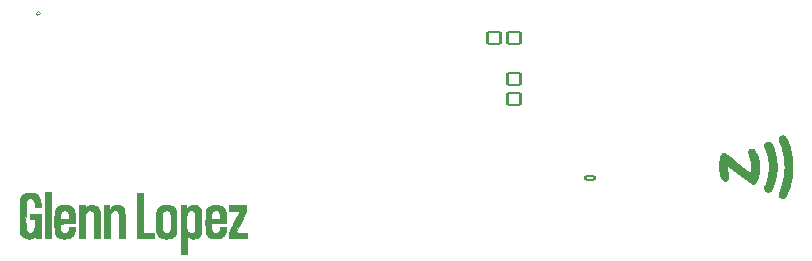
<source format=gbr>
%TF.GenerationSoftware,KiCad,Pcbnew,(6.0.5)*%
%TF.CreationDate,2023-01-03T21:16:03-06:00*%
%TF.ProjectId,NFC_BusinessCard,4e46435f-4275-4736-996e-657373436172,rev?*%
%TF.SameCoordinates,Original*%
%TF.FileFunction,Legend,Top*%
%TF.FilePolarity,Positive*%
%FSLAX46Y46*%
G04 Gerber Fmt 4.6, Leading zero omitted, Abs format (unit mm)*
G04 Created by KiCad (PCBNEW (6.0.5)) date 2023-01-03 21:16:03*
%MOMM*%
%LPD*%
G01*
G04 APERTURE LIST*
G04 Aperture macros list*
%AMRoundRect*
0 Rectangle with rounded corners*
0 $1 Rounding radius*
0 $2 $3 $4 $5 $6 $7 $8 $9 X,Y pos of 4 corners*
0 Add a 4 corners polygon primitive as box body*
4,1,4,$2,$3,$4,$5,$6,$7,$8,$9,$2,$3,0*
0 Add four circle primitives for the rounded corners*
1,1,$1+$1,$2,$3*
1,1,$1+$1,$4,$5*
1,1,$1+$1,$6,$7*
1,1,$1+$1,$8,$9*
0 Add four rect primitives between the rounded corners*
20,1,$1+$1,$2,$3,$4,$5,0*
20,1,$1+$1,$4,$5,$6,$7,0*
20,1,$1+$1,$6,$7,$8,$9,0*
20,1,$1+$1,$8,$9,$2,$3,0*%
G04 Aperture macros list end*
%ADD10C,0.050000*%
%ADD11C,0.150000*%
%ADD12C,0.063400*%
%ADD13C,0.124999*%
%ADD14C,0.156464*%
%ADD15C,1.011200*%
%ADD16RoundRect,0.101600X0.550000X0.500000X-0.550000X0.500000X-0.550000X-0.500000X0.550000X-0.500000X0*%
%ADD17RoundRect,0.101600X0.225000X0.135000X-0.225000X0.135000X-0.225000X-0.135000X0.225000X-0.135000X0*%
%ADD18RoundRect,0.101600X0.185000X-0.225000X0.185000X0.225000X-0.185000X0.225000X-0.185000X-0.225000X0*%
%ADD19RoundRect,0.101600X-0.225000X-0.135000X0.225000X-0.135000X0.225000X0.135000X-0.225000X0.135000X0*%
%ADD20RoundRect,0.101600X0.135000X-0.225000X0.135000X0.225000X-0.135000X0.225000X-0.135000X-0.225000X0*%
%ADD21RoundRect,0.101600X-0.135000X0.225000X-0.135000X-0.225000X0.135000X-0.225000X0.135000X0.225000X0*%
%ADD22RoundRect,0.101600X0.375000X0.150000X-0.375000X0.150000X-0.375000X-0.150000X0.375000X-0.150000X0*%
%ADD23RoundRect,0.101600X-0.659430X-0.533996X0.533996X-0.659430X0.659430X0.533996X-0.533996X0.659430X0*%
%ADD24RoundRect,0.101600X-0.550000X0.500000X-0.550000X-0.500000X0.550000X-0.500000X0.550000X0.500000X0*%
%ADD25O,1.727200X3.251200*%
G04 APERTURE END LIST*
D10*
G36*
X133354383Y-108166852D02*
G01*
X133353873Y-108210037D01*
X133351994Y-108250965D01*
X133348227Y-108290906D01*
X133342050Y-108331129D01*
X133337895Y-108351745D01*
X133332941Y-108372907D01*
X133327125Y-108394775D01*
X133320380Y-108417509D01*
X133303844Y-108466206D01*
X133282814Y-108520268D01*
X133256767Y-108580966D01*
X133225183Y-108649571D01*
X133187540Y-108727353D01*
X133143316Y-108815583D01*
X133091992Y-108915531D01*
X133033046Y-109028468D01*
X132890201Y-109298391D01*
X132709968Y-109639564D01*
X132562373Y-109923300D01*
X132462646Y-110120009D01*
X132435493Y-110176483D01*
X132426019Y-110200105D01*
X132426656Y-110201588D01*
X132428547Y-110203051D01*
X132431661Y-110204494D01*
X132435967Y-110205914D01*
X132448026Y-110208679D01*
X132464477Y-110211333D01*
X132485069Y-110213859D01*
X132509551Y-110216243D01*
X132569190Y-110220526D01*
X132641395Y-110224064D01*
X132724166Y-110226738D01*
X132815504Y-110228429D01*
X132913411Y-110229019D01*
X133400800Y-110229019D01*
X133400800Y-110693200D01*
X131869004Y-110693200D01*
X131869003Y-110442448D01*
X131869574Y-110400813D01*
X131871634Y-110360969D01*
X131875702Y-110321672D01*
X131882295Y-110281674D01*
X131886701Y-110261024D01*
X131891933Y-110239731D01*
X131905135Y-110194596D01*
X131922418Y-110145023D01*
X131944301Y-110089767D01*
X131971304Y-110027581D01*
X132003944Y-109957220D01*
X132042740Y-109877437D01*
X132088211Y-109786988D01*
X132140876Y-109684625D01*
X132201253Y-109569104D01*
X132347217Y-109293600D01*
X132825431Y-108395503D01*
X132347217Y-108382328D01*
X131869003Y-108369154D01*
X131869003Y-107908113D01*
X133354383Y-107908113D01*
X133354383Y-108166852D01*
G37*
X133354383Y-108166852D02*
X133353873Y-108210037D01*
X133351994Y-108250965D01*
X133348227Y-108290906D01*
X133342050Y-108331129D01*
X133337895Y-108351745D01*
X133332941Y-108372907D01*
X133327125Y-108394775D01*
X133320380Y-108417509D01*
X133303844Y-108466206D01*
X133282814Y-108520268D01*
X133256767Y-108580966D01*
X133225183Y-108649571D01*
X133187540Y-108727353D01*
X133143316Y-108815583D01*
X133091992Y-108915531D01*
X133033046Y-109028468D01*
X132890201Y-109298391D01*
X132709968Y-109639564D01*
X132562373Y-109923300D01*
X132462646Y-110120009D01*
X132435493Y-110176483D01*
X132426019Y-110200105D01*
X132426656Y-110201588D01*
X132428547Y-110203051D01*
X132431661Y-110204494D01*
X132435967Y-110205914D01*
X132448026Y-110208679D01*
X132464477Y-110211333D01*
X132485069Y-110213859D01*
X132509551Y-110216243D01*
X132569190Y-110220526D01*
X132641395Y-110224064D01*
X132724166Y-110226738D01*
X132815504Y-110228429D01*
X132913411Y-110229019D01*
X133400800Y-110229019D01*
X133400800Y-110693200D01*
X131869004Y-110693200D01*
X131869003Y-110442448D01*
X131869574Y-110400813D01*
X131871634Y-110360969D01*
X131875702Y-110321672D01*
X131882295Y-110281674D01*
X131886701Y-110261024D01*
X131891933Y-110239731D01*
X131905135Y-110194596D01*
X131922418Y-110145023D01*
X131944301Y-110089767D01*
X131971304Y-110027581D01*
X132003944Y-109957220D01*
X132042740Y-109877437D01*
X132088211Y-109786988D01*
X132140876Y-109684625D01*
X132201253Y-109569104D01*
X132347217Y-109293600D01*
X132825431Y-108395503D01*
X132347217Y-108382328D01*
X131869003Y-108369154D01*
X131869003Y-107908113D01*
X133354383Y-107908113D01*
X133354383Y-108166852D01*
G36*
X125721342Y-108843649D02*
G01*
X125725972Y-108679526D01*
X125733844Y-108554116D01*
X125739245Y-108503131D01*
X125745758Y-108458466D01*
X125753482Y-108419001D01*
X125762518Y-108383617D01*
X125772966Y-108351195D01*
X125784925Y-108320614D01*
X125813780Y-108260501D01*
X125826747Y-108236641D01*
X125840122Y-108213746D01*
X125853933Y-108191802D01*
X125868210Y-108170796D01*
X125882982Y-108150714D01*
X125898279Y-108131543D01*
X125914131Y-108113268D01*
X125930566Y-108095877D01*
X125947614Y-108079356D01*
X125965305Y-108063691D01*
X125983668Y-108048869D01*
X126002732Y-108034876D01*
X126022527Y-108021698D01*
X126043082Y-108009322D01*
X126064427Y-107997734D01*
X126086591Y-107986921D01*
X126109603Y-107976869D01*
X126133494Y-107967565D01*
X126158291Y-107958995D01*
X126184025Y-107951145D01*
X126210726Y-107944001D01*
X126238422Y-107937551D01*
X126267143Y-107931780D01*
X126296918Y-107926676D01*
X126327778Y-107922224D01*
X126359750Y-107918410D01*
X126392866Y-107915222D01*
X126427153Y-107912646D01*
X126499362Y-107909273D01*
X126576612Y-107908184D01*
X126652555Y-107909260D01*
X126723834Y-107912512D01*
X126790643Y-107918022D01*
X126853179Y-107925873D01*
X126911637Y-107936149D01*
X126966215Y-107948934D01*
X127017107Y-107964310D01*
X127064511Y-107982360D01*
X127108621Y-108003168D01*
X127149634Y-108026817D01*
X127187747Y-108053391D01*
X127223154Y-108082972D01*
X127256052Y-108115645D01*
X127286638Y-108151491D01*
X127315107Y-108190595D01*
X127341655Y-108233039D01*
X127356950Y-108260452D01*
X127370512Y-108287748D01*
X127376676Y-108301724D01*
X127382444Y-108316117D01*
X127387831Y-108331075D01*
X127392849Y-108346747D01*
X127397511Y-108363282D01*
X127401830Y-108380829D01*
X127405818Y-108399537D01*
X127409489Y-108419553D01*
X127412855Y-108441028D01*
X127415930Y-108464109D01*
X127421256Y-108515686D01*
X127425569Y-108575475D01*
X127428974Y-108644665D01*
X127431572Y-108724446D01*
X127433466Y-108816008D01*
X127434761Y-108920541D01*
X127435558Y-109039235D01*
X127436072Y-109323865D01*
X127434246Y-109678578D01*
X127431319Y-109825763D01*
X127426478Y-109954863D01*
X127419292Y-110067402D01*
X127409332Y-110164902D01*
X127396169Y-110248886D01*
X127379374Y-110320876D01*
X127358515Y-110382396D01*
X127333165Y-110434968D01*
X127302894Y-110480114D01*
X127267273Y-110519359D01*
X127225871Y-110554223D01*
X127178259Y-110586231D01*
X127124009Y-110616905D01*
X127062690Y-110647767D01*
X127022427Y-110665153D01*
X126977561Y-110680725D01*
X126928670Y-110694453D01*
X126876329Y-110706309D01*
X126821117Y-110716263D01*
X126763611Y-110724286D01*
X126704389Y-110730348D01*
X126644027Y-110734421D01*
X126583104Y-110736476D01*
X126522195Y-110736483D01*
X126461880Y-110734413D01*
X126402734Y-110730237D01*
X126345336Y-110723926D01*
X126290262Y-110715451D01*
X126238090Y-110704782D01*
X126189398Y-110691891D01*
X126189398Y-110691890D01*
X126159156Y-110681940D01*
X126129678Y-110670443D01*
X126100960Y-110657395D01*
X126072998Y-110642793D01*
X126045788Y-110626634D01*
X126019328Y-110608915D01*
X125993612Y-110589632D01*
X125968637Y-110568781D01*
X125944401Y-110546361D01*
X125920897Y-110522367D01*
X125898124Y-110496796D01*
X125876078Y-110469645D01*
X125854754Y-110440910D01*
X125834148Y-110410589D01*
X125814258Y-110378678D01*
X125795079Y-110345173D01*
X125783764Y-110322688D01*
X125773575Y-110298104D01*
X125764459Y-110270689D01*
X125756360Y-110239713D01*
X125749225Y-110204444D01*
X125742997Y-110164150D01*
X125737622Y-110118099D01*
X125733045Y-110065559D01*
X125729212Y-110005800D01*
X125726068Y-109938089D01*
X125723558Y-109861694D01*
X125721627Y-109775885D01*
X125720221Y-109679929D01*
X125719284Y-109573095D01*
X125718600Y-109323865D01*
X125718650Y-109299538D01*
X126205990Y-109299538D01*
X126206511Y-109523854D01*
X126208636Y-109699627D01*
X126213207Y-109834325D01*
X126216672Y-109888606D01*
X126221064Y-109935420D01*
X126226488Y-109975699D01*
X126233050Y-110010378D01*
X126240854Y-110040391D01*
X126250006Y-110066670D01*
X126260611Y-110090151D01*
X126272774Y-110111765D01*
X126302196Y-110153131D01*
X126314180Y-110167347D01*
X126327081Y-110180736D01*
X126340842Y-110193295D01*
X126355404Y-110205021D01*
X126370710Y-110215910D01*
X126386704Y-110225959D01*
X126403327Y-110235166D01*
X126420523Y-110243528D01*
X126438234Y-110251041D01*
X126456403Y-110257702D01*
X126474972Y-110263508D01*
X126493885Y-110268457D01*
X126513082Y-110272545D01*
X126532509Y-110275769D01*
X126552106Y-110278126D01*
X126571817Y-110279613D01*
X126591584Y-110280228D01*
X126611350Y-110279966D01*
X126631057Y-110278825D01*
X126650649Y-110276801D01*
X126670068Y-110273893D01*
X126689256Y-110270096D01*
X126708156Y-110265408D01*
X126726712Y-110259825D01*
X126744864Y-110253345D01*
X126762557Y-110245965D01*
X126779733Y-110237681D01*
X126796334Y-110228490D01*
X126812303Y-110218390D01*
X126827582Y-110207377D01*
X126842116Y-110195448D01*
X126855845Y-110182600D01*
X126863614Y-110174632D01*
X126870942Y-110166638D01*
X126877839Y-110158500D01*
X126884319Y-110150101D01*
X126890396Y-110141322D01*
X126896081Y-110132045D01*
X126901388Y-110122152D01*
X126906329Y-110111525D01*
X126910918Y-110100046D01*
X126915167Y-110087596D01*
X126919089Y-110074057D01*
X126922696Y-110059311D01*
X126926003Y-110043240D01*
X126929021Y-110025727D01*
X126931764Y-110006652D01*
X126934244Y-109985897D01*
X126936474Y-109963345D01*
X126938467Y-109938877D01*
X126940236Y-109912375D01*
X126941793Y-109883721D01*
X126944326Y-109819485D01*
X126946168Y-109745222D01*
X126947421Y-109659988D01*
X126948189Y-109562838D01*
X126948680Y-109329007D01*
X126948113Y-109101160D01*
X126945951Y-108921035D01*
X126941504Y-108781797D01*
X126934079Y-108676612D01*
X126929035Y-108634654D01*
X126922988Y-108598646D01*
X126915851Y-108567735D01*
X126907538Y-108541066D01*
X126897962Y-108517784D01*
X126887038Y-108497036D01*
X126874679Y-108477967D01*
X126860799Y-108459722D01*
X126848594Y-108445787D01*
X126835322Y-108432751D01*
X126821055Y-108420614D01*
X126805863Y-108409376D01*
X126789817Y-108399037D01*
X126772990Y-108389597D01*
X126755451Y-108381056D01*
X126737272Y-108373414D01*
X126718525Y-108366671D01*
X126699279Y-108360827D01*
X126679607Y-108355883D01*
X126659579Y-108351837D01*
X126639267Y-108348690D01*
X126618741Y-108346443D01*
X126598074Y-108345094D01*
X126577335Y-108344645D01*
X126556596Y-108345094D01*
X126535928Y-108346443D01*
X126515403Y-108348690D01*
X126495090Y-108351837D01*
X126475063Y-108355883D01*
X126455390Y-108360827D01*
X126436145Y-108366671D01*
X126417397Y-108373414D01*
X126399219Y-108381056D01*
X126381680Y-108389597D01*
X126364852Y-108399037D01*
X126348807Y-108409376D01*
X126333615Y-108420614D01*
X126319348Y-108432751D01*
X126306076Y-108445787D01*
X126293871Y-108459722D01*
X126280044Y-108477888D01*
X126273701Y-108487215D01*
X126267724Y-108496841D01*
X126262103Y-108506867D01*
X126256827Y-108517395D01*
X126251886Y-108528525D01*
X126247268Y-108540360D01*
X126242964Y-108553000D01*
X126238962Y-108566548D01*
X126235253Y-108581105D01*
X126231824Y-108596771D01*
X126228666Y-108613650D01*
X126225769Y-108631842D01*
X126223121Y-108651449D01*
X126220712Y-108672571D01*
X126216568Y-108719771D01*
X126213252Y-108774254D01*
X126210679Y-108836830D01*
X126208764Y-108908313D01*
X126207423Y-108989513D01*
X126206570Y-109081243D01*
X126205990Y-109299538D01*
X125718650Y-109299538D01*
X125719152Y-109055444D01*
X125721342Y-108843649D01*
G37*
X125721342Y-108843649D02*
X125725972Y-108679526D01*
X125733844Y-108554116D01*
X125739245Y-108503131D01*
X125745758Y-108458466D01*
X125753482Y-108419001D01*
X125762518Y-108383617D01*
X125772966Y-108351195D01*
X125784925Y-108320614D01*
X125813780Y-108260501D01*
X125826747Y-108236641D01*
X125840122Y-108213746D01*
X125853933Y-108191802D01*
X125868210Y-108170796D01*
X125882982Y-108150714D01*
X125898279Y-108131543D01*
X125914131Y-108113268D01*
X125930566Y-108095877D01*
X125947614Y-108079356D01*
X125965305Y-108063691D01*
X125983668Y-108048869D01*
X126002732Y-108034876D01*
X126022527Y-108021698D01*
X126043082Y-108009322D01*
X126064427Y-107997734D01*
X126086591Y-107986921D01*
X126109603Y-107976869D01*
X126133494Y-107967565D01*
X126158291Y-107958995D01*
X126184025Y-107951145D01*
X126210726Y-107944001D01*
X126238422Y-107937551D01*
X126267143Y-107931780D01*
X126296918Y-107926676D01*
X126327778Y-107922224D01*
X126359750Y-107918410D01*
X126392866Y-107915222D01*
X126427153Y-107912646D01*
X126499362Y-107909273D01*
X126576612Y-107908184D01*
X126652555Y-107909260D01*
X126723834Y-107912512D01*
X126790643Y-107918022D01*
X126853179Y-107925873D01*
X126911637Y-107936149D01*
X126966215Y-107948934D01*
X127017107Y-107964310D01*
X127064511Y-107982360D01*
X127108621Y-108003168D01*
X127149634Y-108026817D01*
X127187747Y-108053391D01*
X127223154Y-108082972D01*
X127256052Y-108115645D01*
X127286638Y-108151491D01*
X127315107Y-108190595D01*
X127341655Y-108233039D01*
X127356950Y-108260452D01*
X127370512Y-108287748D01*
X127376676Y-108301724D01*
X127382444Y-108316117D01*
X127387831Y-108331075D01*
X127392849Y-108346747D01*
X127397511Y-108363282D01*
X127401830Y-108380829D01*
X127405818Y-108399537D01*
X127409489Y-108419553D01*
X127412855Y-108441028D01*
X127415930Y-108464109D01*
X127421256Y-108515686D01*
X127425569Y-108575475D01*
X127428974Y-108644665D01*
X127431572Y-108724446D01*
X127433466Y-108816008D01*
X127434761Y-108920541D01*
X127435558Y-109039235D01*
X127436072Y-109323865D01*
X127434246Y-109678578D01*
X127431319Y-109825763D01*
X127426478Y-109954863D01*
X127419292Y-110067402D01*
X127409332Y-110164902D01*
X127396169Y-110248886D01*
X127379374Y-110320876D01*
X127358515Y-110382396D01*
X127333165Y-110434968D01*
X127302894Y-110480114D01*
X127267273Y-110519359D01*
X127225871Y-110554223D01*
X127178259Y-110586231D01*
X127124009Y-110616905D01*
X127062690Y-110647767D01*
X127022427Y-110665153D01*
X126977561Y-110680725D01*
X126928670Y-110694453D01*
X126876329Y-110706309D01*
X126821117Y-110716263D01*
X126763611Y-110724286D01*
X126704389Y-110730348D01*
X126644027Y-110734421D01*
X126583104Y-110736476D01*
X126522195Y-110736483D01*
X126461880Y-110734413D01*
X126402734Y-110730237D01*
X126345336Y-110723926D01*
X126290262Y-110715451D01*
X126238090Y-110704782D01*
X126189398Y-110691891D01*
X126189398Y-110691890D01*
X126159156Y-110681940D01*
X126129678Y-110670443D01*
X126100960Y-110657395D01*
X126072998Y-110642793D01*
X126045788Y-110626634D01*
X126019328Y-110608915D01*
X125993612Y-110589632D01*
X125968637Y-110568781D01*
X125944401Y-110546361D01*
X125920897Y-110522367D01*
X125898124Y-110496796D01*
X125876078Y-110469645D01*
X125854754Y-110440910D01*
X125834148Y-110410589D01*
X125814258Y-110378678D01*
X125795079Y-110345173D01*
X125783764Y-110322688D01*
X125773575Y-110298104D01*
X125764459Y-110270689D01*
X125756360Y-110239713D01*
X125749225Y-110204444D01*
X125742997Y-110164150D01*
X125737622Y-110118099D01*
X125733045Y-110065559D01*
X125729212Y-110005800D01*
X125726068Y-109938089D01*
X125723558Y-109861694D01*
X125721627Y-109775885D01*
X125720221Y-109679929D01*
X125719284Y-109573095D01*
X125718600Y-109323865D01*
X125718650Y-109299538D01*
X126205990Y-109299538D01*
X126206511Y-109523854D01*
X126208636Y-109699627D01*
X126213207Y-109834325D01*
X126216672Y-109888606D01*
X126221064Y-109935420D01*
X126226488Y-109975699D01*
X126233050Y-110010378D01*
X126240854Y-110040391D01*
X126250006Y-110066670D01*
X126260611Y-110090151D01*
X126272774Y-110111765D01*
X126302196Y-110153131D01*
X126314180Y-110167347D01*
X126327081Y-110180736D01*
X126340842Y-110193295D01*
X126355404Y-110205021D01*
X126370710Y-110215910D01*
X126386704Y-110225959D01*
X126403327Y-110235166D01*
X126420523Y-110243528D01*
X126438234Y-110251041D01*
X126456403Y-110257702D01*
X126474972Y-110263508D01*
X126493885Y-110268457D01*
X126513082Y-110272545D01*
X126532509Y-110275769D01*
X126552106Y-110278126D01*
X126571817Y-110279613D01*
X126591584Y-110280228D01*
X126611350Y-110279966D01*
X126631057Y-110278825D01*
X126650649Y-110276801D01*
X126670068Y-110273893D01*
X126689256Y-110270096D01*
X126708156Y-110265408D01*
X126726712Y-110259825D01*
X126744864Y-110253345D01*
X126762557Y-110245965D01*
X126779733Y-110237681D01*
X126796334Y-110228490D01*
X126812303Y-110218390D01*
X126827582Y-110207377D01*
X126842116Y-110195448D01*
X126855845Y-110182600D01*
X126863614Y-110174632D01*
X126870942Y-110166638D01*
X126877839Y-110158500D01*
X126884319Y-110150101D01*
X126890396Y-110141322D01*
X126896081Y-110132045D01*
X126901388Y-110122152D01*
X126906329Y-110111525D01*
X126910918Y-110100046D01*
X126915167Y-110087596D01*
X126919089Y-110074057D01*
X126922696Y-110059311D01*
X126926003Y-110043240D01*
X126929021Y-110025727D01*
X126931764Y-110006652D01*
X126934244Y-109985897D01*
X126936474Y-109963345D01*
X126938467Y-109938877D01*
X126940236Y-109912375D01*
X126941793Y-109883721D01*
X126944326Y-109819485D01*
X126946168Y-109745222D01*
X126947421Y-109659988D01*
X126948189Y-109562838D01*
X126948680Y-109329007D01*
X126948113Y-109101160D01*
X126945951Y-108921035D01*
X126941504Y-108781797D01*
X126934079Y-108676612D01*
X126929035Y-108634654D01*
X126922988Y-108598646D01*
X126915851Y-108567735D01*
X126907538Y-108541066D01*
X126897962Y-108517784D01*
X126887038Y-108497036D01*
X126874679Y-108477967D01*
X126860799Y-108459722D01*
X126848594Y-108445787D01*
X126835322Y-108432751D01*
X126821055Y-108420614D01*
X126805863Y-108409376D01*
X126789817Y-108399037D01*
X126772990Y-108389597D01*
X126755451Y-108381056D01*
X126737272Y-108373414D01*
X126718525Y-108366671D01*
X126699279Y-108360827D01*
X126679607Y-108355883D01*
X126659579Y-108351837D01*
X126639267Y-108348690D01*
X126618741Y-108346443D01*
X126598074Y-108345094D01*
X126577335Y-108344645D01*
X126556596Y-108345094D01*
X126535928Y-108346443D01*
X126515403Y-108348690D01*
X126495090Y-108351837D01*
X126475063Y-108355883D01*
X126455390Y-108360827D01*
X126436145Y-108366671D01*
X126417397Y-108373414D01*
X126399219Y-108381056D01*
X126381680Y-108389597D01*
X126364852Y-108399037D01*
X126348807Y-108409376D01*
X126333615Y-108420614D01*
X126319348Y-108432751D01*
X126306076Y-108445787D01*
X126293871Y-108459722D01*
X126280044Y-108477888D01*
X126273701Y-108487215D01*
X126267724Y-108496841D01*
X126262103Y-108506867D01*
X126256827Y-108517395D01*
X126251886Y-108528525D01*
X126247268Y-108540360D01*
X126242964Y-108553000D01*
X126238962Y-108566548D01*
X126235253Y-108581105D01*
X126231824Y-108596771D01*
X126228666Y-108613650D01*
X126225769Y-108631842D01*
X126223121Y-108651449D01*
X126220712Y-108672571D01*
X126216568Y-108719771D01*
X126213252Y-108774254D01*
X126210679Y-108836830D01*
X126208764Y-108908313D01*
X126207423Y-108989513D01*
X126206570Y-109081243D01*
X126205990Y-109299538D01*
X125718650Y-109299538D01*
X125719152Y-109055444D01*
X125721342Y-108843649D01*
G36*
X116783112Y-110693201D02*
G01*
X116272512Y-110693201D01*
X116272512Y-106794078D01*
X116783112Y-106794078D01*
X116783112Y-110693201D01*
G37*
X116783112Y-110693201D02*
X116272512Y-110693201D01*
X116272512Y-106794078D01*
X116783112Y-106794078D01*
X116783112Y-110693201D01*
G36*
X117117577Y-108724472D02*
G01*
X117124260Y-108616937D01*
X117133332Y-108522663D01*
X117145123Y-108440305D01*
X117159965Y-108368519D01*
X117178188Y-108305960D01*
X117200123Y-108251284D01*
X117226102Y-108203147D01*
X117256454Y-108160203D01*
X117291512Y-108121109D01*
X117331605Y-108084520D01*
X117377066Y-108049091D01*
X117428225Y-108013478D01*
X117452521Y-107997765D01*
X117476187Y-107983638D01*
X117499625Y-107971015D01*
X117523239Y-107959820D01*
X117547430Y-107949973D01*
X117572601Y-107941395D01*
X117599155Y-107934008D01*
X117627494Y-107927733D01*
X117658021Y-107922491D01*
X117691138Y-107918204D01*
X117727248Y-107914792D01*
X117766752Y-107912177D01*
X117810055Y-107910281D01*
X117857557Y-107909023D01*
X117909663Y-107908327D01*
X117966773Y-107908112D01*
X118075989Y-107909023D01*
X118166794Y-107912177D01*
X118206299Y-107914792D01*
X118242409Y-107918204D01*
X118275526Y-107922491D01*
X118306052Y-107927733D01*
X118334391Y-107934008D01*
X118360945Y-107941395D01*
X118386117Y-107949973D01*
X118410308Y-107959820D01*
X118433922Y-107971015D01*
X118457360Y-107983638D01*
X118481026Y-107997766D01*
X118505322Y-108013478D01*
X118528830Y-108029603D01*
X118551228Y-108045865D01*
X118572539Y-108062333D01*
X118592789Y-108079076D01*
X118612001Y-108096162D01*
X118630198Y-108113661D01*
X118647405Y-108131641D01*
X118663645Y-108150173D01*
X118678943Y-108169324D01*
X118693321Y-108189164D01*
X118706804Y-108209761D01*
X118719417Y-108231186D01*
X118731181Y-108253506D01*
X118742123Y-108276791D01*
X118752264Y-108301110D01*
X118761630Y-108326531D01*
X118770244Y-108353125D01*
X118778130Y-108380959D01*
X118785311Y-108410103D01*
X118791812Y-108440626D01*
X118797657Y-108472597D01*
X118802868Y-108506084D01*
X118807471Y-108541157D01*
X118811489Y-108577886D01*
X118817866Y-108656583D01*
X118822189Y-108742727D01*
X118824649Y-108836872D01*
X118825437Y-108939568D01*
X118825507Y-109437215D01*
X118210468Y-109450168D01*
X117595427Y-109463119D01*
X117595427Y-109775169D01*
X117596557Y-109843292D01*
X117600029Y-109905780D01*
X117605968Y-109962804D01*
X117614496Y-110014533D01*
X117625738Y-110061141D01*
X117632415Y-110082577D01*
X117639818Y-110102797D01*
X117647960Y-110121823D01*
X117656859Y-110139674D01*
X117666528Y-110156373D01*
X117676985Y-110171942D01*
X117688244Y-110186401D01*
X117700320Y-110199773D01*
X117713230Y-110212077D01*
X117726988Y-110223337D01*
X117741611Y-110233573D01*
X117757113Y-110242806D01*
X117773510Y-110251059D01*
X117790818Y-110258352D01*
X117809052Y-110264707D01*
X117828227Y-110270145D01*
X117848360Y-110274687D01*
X117869465Y-110278356D01*
X117914654Y-110283158D01*
X117963919Y-110284720D01*
X118003463Y-110283459D01*
X118022380Y-110281878D01*
X118040732Y-110279660D01*
X118058523Y-110276801D01*
X118075755Y-110273298D01*
X118092432Y-110269149D01*
X118108557Y-110264350D01*
X118124134Y-110258898D01*
X118139167Y-110252791D01*
X118153657Y-110246025D01*
X118167610Y-110238597D01*
X118181028Y-110230504D01*
X118193914Y-110221743D01*
X118206272Y-110212311D01*
X118218105Y-110202205D01*
X118229417Y-110191422D01*
X118240211Y-110179959D01*
X118250490Y-110167813D01*
X118260258Y-110154981D01*
X118269518Y-110141460D01*
X118278274Y-110127247D01*
X118286528Y-110112338D01*
X118294285Y-110096731D01*
X118301546Y-110080423D01*
X118308317Y-110063411D01*
X118314600Y-110045691D01*
X118320399Y-110027261D01*
X118330556Y-109988257D01*
X118338816Y-109946376D01*
X118369487Y-109764837D01*
X118825508Y-109764837D01*
X118824476Y-109962114D01*
X118822584Y-110020430D01*
X118817546Y-110077036D01*
X118809412Y-110131845D01*
X118798233Y-110184766D01*
X118784058Y-110235711D01*
X118766938Y-110284589D01*
X118746922Y-110331312D01*
X118724061Y-110375791D01*
X118698405Y-110417936D01*
X118670004Y-110457657D01*
X118638909Y-110494865D01*
X118605168Y-110529472D01*
X118568833Y-110561387D01*
X118529953Y-110590522D01*
X118488578Y-110616787D01*
X118444760Y-110640092D01*
X118393426Y-110662667D01*
X118338995Y-110682327D01*
X118281897Y-110699069D01*
X118222566Y-110712888D01*
X118161433Y-110723781D01*
X118098931Y-110731743D01*
X118035491Y-110736770D01*
X117971547Y-110738858D01*
X117907531Y-110738002D01*
X117843874Y-110734199D01*
X117781010Y-110727444D01*
X117719370Y-110717734D01*
X117659386Y-110705063D01*
X117601492Y-110689428D01*
X117546118Y-110670825D01*
X117493698Y-110649249D01*
X117493710Y-110649250D01*
X117468493Y-110637305D01*
X117444467Y-110624889D01*
X117421579Y-110611953D01*
X117399777Y-110598447D01*
X117379007Y-110584320D01*
X117359218Y-110569523D01*
X117340355Y-110554004D01*
X117322367Y-110537714D01*
X117305201Y-110520603D01*
X117288803Y-110502620D01*
X117273120Y-110483716D01*
X117258101Y-110463839D01*
X117243692Y-110442941D01*
X117229840Y-110420970D01*
X117216493Y-110397876D01*
X117203598Y-110373610D01*
X117188280Y-110342457D01*
X117174674Y-110311797D01*
X117162681Y-110280524D01*
X117152202Y-110247529D01*
X117143135Y-110211705D01*
X117135381Y-110171943D01*
X117128841Y-110127137D01*
X117123414Y-110076179D01*
X117119001Y-110017961D01*
X117115502Y-109951375D01*
X117112817Y-109875314D01*
X117110847Y-109788670D01*
X117109490Y-109690335D01*
X117108649Y-109579202D01*
X117108110Y-109314109D01*
X117109558Y-109068566D01*
X117572219Y-109068566D01*
X118361327Y-109068566D01*
X118361063Y-108917706D01*
X118361068Y-108917706D01*
X118360060Y-108883958D01*
X118357270Y-108845816D01*
X118352892Y-108804593D01*
X118347119Y-108761598D01*
X118340144Y-108718142D01*
X118332161Y-108675536D01*
X118323363Y-108635091D01*
X118313943Y-108598117D01*
X118308348Y-108579607D01*
X118302026Y-108561707D01*
X118294991Y-108544427D01*
X118287259Y-108527774D01*
X118278845Y-108511757D01*
X118269764Y-108496384D01*
X118260032Y-108481663D01*
X118249663Y-108467602D01*
X118238673Y-108454209D01*
X118227078Y-108441492D01*
X118214891Y-108429460D01*
X118202130Y-108418121D01*
X118188807Y-108407482D01*
X118174940Y-108397553D01*
X118160544Y-108388341D01*
X118145632Y-108379854D01*
X118130221Y-108372100D01*
X118114327Y-108365088D01*
X118097963Y-108358826D01*
X118081145Y-108353322D01*
X118063889Y-108348584D01*
X118046210Y-108344620D01*
X118028123Y-108341438D01*
X118009643Y-108339047D01*
X117990786Y-108337455D01*
X117971566Y-108336669D01*
X117951999Y-108336699D01*
X117932100Y-108337552D01*
X117911884Y-108339236D01*
X117891367Y-108341759D01*
X117870564Y-108345130D01*
X117849489Y-108349357D01*
X117833489Y-108353389D01*
X117817895Y-108358361D01*
X117802715Y-108364259D01*
X117787956Y-108371071D01*
X117773624Y-108378785D01*
X117759725Y-108387387D01*
X117746267Y-108396864D01*
X117733255Y-108407205D01*
X117720698Y-108418397D01*
X117708600Y-108430426D01*
X117696969Y-108443281D01*
X117685811Y-108456948D01*
X117675133Y-108471415D01*
X117664942Y-108486669D01*
X117655244Y-108502698D01*
X117646045Y-108519488D01*
X117637353Y-108537028D01*
X117629174Y-108555304D01*
X117621514Y-108574303D01*
X117614380Y-108594014D01*
X117607779Y-108614424D01*
X117601718Y-108635519D01*
X117596202Y-108657288D01*
X117591239Y-108679716D01*
X117586835Y-108702793D01*
X117582997Y-108726505D01*
X117579732Y-108750839D01*
X117577045Y-108775783D01*
X117574944Y-108801324D01*
X117573435Y-108827449D01*
X117572524Y-108854146D01*
X117572219Y-108881402D01*
X117572219Y-109068566D01*
X117109558Y-109068566D01*
X117110052Y-108984702D01*
X117117577Y-108724472D01*
G37*
X117117577Y-108724472D02*
X117124260Y-108616937D01*
X117133332Y-108522663D01*
X117145123Y-108440305D01*
X117159965Y-108368519D01*
X117178188Y-108305960D01*
X117200123Y-108251284D01*
X117226102Y-108203147D01*
X117256454Y-108160203D01*
X117291512Y-108121109D01*
X117331605Y-108084520D01*
X117377066Y-108049091D01*
X117428225Y-108013478D01*
X117452521Y-107997765D01*
X117476187Y-107983638D01*
X117499625Y-107971015D01*
X117523239Y-107959820D01*
X117547430Y-107949973D01*
X117572601Y-107941395D01*
X117599155Y-107934008D01*
X117627494Y-107927733D01*
X117658021Y-107922491D01*
X117691138Y-107918204D01*
X117727248Y-107914792D01*
X117766752Y-107912177D01*
X117810055Y-107910281D01*
X117857557Y-107909023D01*
X117909663Y-107908327D01*
X117966773Y-107908112D01*
X118075989Y-107909023D01*
X118166794Y-107912177D01*
X118206299Y-107914792D01*
X118242409Y-107918204D01*
X118275526Y-107922491D01*
X118306052Y-107927733D01*
X118334391Y-107934008D01*
X118360945Y-107941395D01*
X118386117Y-107949973D01*
X118410308Y-107959820D01*
X118433922Y-107971015D01*
X118457360Y-107983638D01*
X118481026Y-107997766D01*
X118505322Y-108013478D01*
X118528830Y-108029603D01*
X118551228Y-108045865D01*
X118572539Y-108062333D01*
X118592789Y-108079076D01*
X118612001Y-108096162D01*
X118630198Y-108113661D01*
X118647405Y-108131641D01*
X118663645Y-108150173D01*
X118678943Y-108169324D01*
X118693321Y-108189164D01*
X118706804Y-108209761D01*
X118719417Y-108231186D01*
X118731181Y-108253506D01*
X118742123Y-108276791D01*
X118752264Y-108301110D01*
X118761630Y-108326531D01*
X118770244Y-108353125D01*
X118778130Y-108380959D01*
X118785311Y-108410103D01*
X118791812Y-108440626D01*
X118797657Y-108472597D01*
X118802868Y-108506084D01*
X118807471Y-108541157D01*
X118811489Y-108577886D01*
X118817866Y-108656583D01*
X118822189Y-108742727D01*
X118824649Y-108836872D01*
X118825437Y-108939568D01*
X118825507Y-109437215D01*
X118210468Y-109450168D01*
X117595427Y-109463119D01*
X117595427Y-109775169D01*
X117596557Y-109843292D01*
X117600029Y-109905780D01*
X117605968Y-109962804D01*
X117614496Y-110014533D01*
X117625738Y-110061141D01*
X117632415Y-110082577D01*
X117639818Y-110102797D01*
X117647960Y-110121823D01*
X117656859Y-110139674D01*
X117666528Y-110156373D01*
X117676985Y-110171942D01*
X117688244Y-110186401D01*
X117700320Y-110199773D01*
X117713230Y-110212077D01*
X117726988Y-110223337D01*
X117741611Y-110233573D01*
X117757113Y-110242806D01*
X117773510Y-110251059D01*
X117790818Y-110258352D01*
X117809052Y-110264707D01*
X117828227Y-110270145D01*
X117848360Y-110274687D01*
X117869465Y-110278356D01*
X117914654Y-110283158D01*
X117963919Y-110284720D01*
X118003463Y-110283459D01*
X118022380Y-110281878D01*
X118040732Y-110279660D01*
X118058523Y-110276801D01*
X118075755Y-110273298D01*
X118092432Y-110269149D01*
X118108557Y-110264350D01*
X118124134Y-110258898D01*
X118139167Y-110252791D01*
X118153657Y-110246025D01*
X118167610Y-110238597D01*
X118181028Y-110230504D01*
X118193914Y-110221743D01*
X118206272Y-110212311D01*
X118218105Y-110202205D01*
X118229417Y-110191422D01*
X118240211Y-110179959D01*
X118250490Y-110167813D01*
X118260258Y-110154981D01*
X118269518Y-110141460D01*
X118278274Y-110127247D01*
X118286528Y-110112338D01*
X118294285Y-110096731D01*
X118301546Y-110080423D01*
X118308317Y-110063411D01*
X118314600Y-110045691D01*
X118320399Y-110027261D01*
X118330556Y-109988257D01*
X118338816Y-109946376D01*
X118369487Y-109764837D01*
X118825508Y-109764837D01*
X118824476Y-109962114D01*
X118822584Y-110020430D01*
X118817546Y-110077036D01*
X118809412Y-110131845D01*
X118798233Y-110184766D01*
X118784058Y-110235711D01*
X118766938Y-110284589D01*
X118746922Y-110331312D01*
X118724061Y-110375791D01*
X118698405Y-110417936D01*
X118670004Y-110457657D01*
X118638909Y-110494865D01*
X118605168Y-110529472D01*
X118568833Y-110561387D01*
X118529953Y-110590522D01*
X118488578Y-110616787D01*
X118444760Y-110640092D01*
X118393426Y-110662667D01*
X118338995Y-110682327D01*
X118281897Y-110699069D01*
X118222566Y-110712888D01*
X118161433Y-110723781D01*
X118098931Y-110731743D01*
X118035491Y-110736770D01*
X117971547Y-110738858D01*
X117907531Y-110738002D01*
X117843874Y-110734199D01*
X117781010Y-110727444D01*
X117719370Y-110717734D01*
X117659386Y-110705063D01*
X117601492Y-110689428D01*
X117546118Y-110670825D01*
X117493698Y-110649249D01*
X117493710Y-110649250D01*
X117468493Y-110637305D01*
X117444467Y-110624889D01*
X117421579Y-110611953D01*
X117399777Y-110598447D01*
X117379007Y-110584320D01*
X117359218Y-110569523D01*
X117340355Y-110554004D01*
X117322367Y-110537714D01*
X117305201Y-110520603D01*
X117288803Y-110502620D01*
X117273120Y-110483716D01*
X117258101Y-110463839D01*
X117243692Y-110442941D01*
X117229840Y-110420970D01*
X117216493Y-110397876D01*
X117203598Y-110373610D01*
X117188280Y-110342457D01*
X117174674Y-110311797D01*
X117162681Y-110280524D01*
X117152202Y-110247529D01*
X117143135Y-110211705D01*
X117135381Y-110171943D01*
X117128841Y-110127137D01*
X117123414Y-110076179D01*
X117119001Y-110017961D01*
X117115502Y-109951375D01*
X117112817Y-109875314D01*
X117110847Y-109788670D01*
X117109490Y-109690335D01*
X117108649Y-109579202D01*
X117108110Y-109314109D01*
X117109558Y-109068566D01*
X117572219Y-109068566D01*
X118361327Y-109068566D01*
X118361063Y-108917706D01*
X118361068Y-108917706D01*
X118360060Y-108883958D01*
X118357270Y-108845816D01*
X118352892Y-108804593D01*
X118347119Y-108761598D01*
X118340144Y-108718142D01*
X118332161Y-108675536D01*
X118323363Y-108635091D01*
X118313943Y-108598117D01*
X118308348Y-108579607D01*
X118302026Y-108561707D01*
X118294991Y-108544427D01*
X118287259Y-108527774D01*
X118278845Y-108511757D01*
X118269764Y-108496384D01*
X118260032Y-108481663D01*
X118249663Y-108467602D01*
X118238673Y-108454209D01*
X118227078Y-108441492D01*
X118214891Y-108429460D01*
X118202130Y-108418121D01*
X118188807Y-108407482D01*
X118174940Y-108397553D01*
X118160544Y-108388341D01*
X118145632Y-108379854D01*
X118130221Y-108372100D01*
X118114327Y-108365088D01*
X118097963Y-108358826D01*
X118081145Y-108353322D01*
X118063889Y-108348584D01*
X118046210Y-108344620D01*
X118028123Y-108341438D01*
X118009643Y-108339047D01*
X117990786Y-108337455D01*
X117971566Y-108336669D01*
X117951999Y-108336699D01*
X117932100Y-108337552D01*
X117911884Y-108339236D01*
X117891367Y-108341759D01*
X117870564Y-108345130D01*
X117849489Y-108349357D01*
X117833489Y-108353389D01*
X117817895Y-108358361D01*
X117802715Y-108364259D01*
X117787956Y-108371071D01*
X117773624Y-108378785D01*
X117759725Y-108387387D01*
X117746267Y-108396864D01*
X117733255Y-108407205D01*
X117720698Y-108418397D01*
X117708600Y-108430426D01*
X117696969Y-108443281D01*
X117685811Y-108456948D01*
X117675133Y-108471415D01*
X117664942Y-108486669D01*
X117655244Y-108502698D01*
X117646045Y-108519488D01*
X117637353Y-108537028D01*
X117629174Y-108555304D01*
X117621514Y-108574303D01*
X117614380Y-108594014D01*
X117607779Y-108614424D01*
X117601718Y-108635519D01*
X117596202Y-108657288D01*
X117591239Y-108679716D01*
X117586835Y-108702793D01*
X117582997Y-108726505D01*
X117579732Y-108750839D01*
X117577045Y-108775783D01*
X117574944Y-108801324D01*
X117573435Y-108827449D01*
X117572524Y-108854146D01*
X117572219Y-108881402D01*
X117572219Y-109068566D01*
X117109558Y-109068566D01*
X117110052Y-108984702D01*
X117117577Y-108724472D01*
G36*
X119661723Y-108302667D02*
G01*
X119751457Y-108166543D01*
X119774691Y-108133028D01*
X119786519Y-108117277D01*
X119798514Y-108102185D01*
X119810693Y-108087743D01*
X119823076Y-108073942D01*
X119835682Y-108060771D01*
X119848529Y-108048223D01*
X119861637Y-108036288D01*
X119875024Y-108024956D01*
X119888710Y-108014219D01*
X119902712Y-108004067D01*
X119917051Y-107994491D01*
X119931744Y-107985482D01*
X119946812Y-107977031D01*
X119962272Y-107969128D01*
X119978144Y-107961764D01*
X119994446Y-107954930D01*
X120011198Y-107948617D01*
X120028417Y-107942816D01*
X120046124Y-107937517D01*
X120064338Y-107932712D01*
X120083076Y-107928390D01*
X120102357Y-107924543D01*
X120122202Y-107921162D01*
X120142628Y-107918237D01*
X120185301Y-107913720D01*
X120230526Y-107910918D01*
X120278456Y-107909758D01*
X120333830Y-107910589D01*
X120386440Y-107913946D01*
X120436355Y-107919868D01*
X120483643Y-107928394D01*
X120528369Y-107939560D01*
X120570602Y-107953407D01*
X120610410Y-107969972D01*
X120647858Y-107989294D01*
X120683015Y-108011411D01*
X120715948Y-108036361D01*
X120746724Y-108064184D01*
X120775411Y-108094917D01*
X120802076Y-108128599D01*
X120826786Y-108165268D01*
X120849608Y-108204964D01*
X120870611Y-108247723D01*
X120884579Y-108280083D01*
X120897015Y-108312997D01*
X120908005Y-108347780D01*
X120917640Y-108385744D01*
X120926007Y-108428204D01*
X120933196Y-108476471D01*
X120939295Y-108531860D01*
X120944394Y-108595685D01*
X120948580Y-108669258D01*
X120951943Y-108753894D01*
X120954571Y-108850905D01*
X120956553Y-108961604D01*
X120958936Y-109229324D01*
X120959799Y-109567561D01*
X120960778Y-110693201D01*
X120450153Y-110693201D01*
X120450153Y-108553747D01*
X120336217Y-108439812D01*
X120317207Y-108421871D01*
X120297737Y-108405568D01*
X120277853Y-108390890D01*
X120257603Y-108377823D01*
X120237035Y-108366353D01*
X120216195Y-108356468D01*
X120195130Y-108348155D01*
X120173887Y-108341398D01*
X120152514Y-108336186D01*
X120131057Y-108332505D01*
X120109564Y-108330340D01*
X120088081Y-108329680D01*
X120066656Y-108330510D01*
X120045337Y-108332817D01*
X120024169Y-108336588D01*
X120003200Y-108341809D01*
X119982477Y-108348467D01*
X119962047Y-108356548D01*
X119941958Y-108366040D01*
X119922256Y-108376927D01*
X119902989Y-108389198D01*
X119884203Y-108402839D01*
X119865946Y-108417836D01*
X119848264Y-108434175D01*
X119831205Y-108451845D01*
X119814817Y-108470830D01*
X119799145Y-108491118D01*
X119784237Y-108512695D01*
X119770141Y-108535548D01*
X119756902Y-108559664D01*
X119744569Y-108585028D01*
X119733189Y-108611628D01*
X119722980Y-108639562D01*
X119713715Y-108670323D01*
X119705354Y-108704529D01*
X119697857Y-108742793D01*
X119691186Y-108785732D01*
X119685300Y-108833960D01*
X119680162Y-108888094D01*
X119675731Y-108948748D01*
X119671968Y-109016538D01*
X119668834Y-109092079D01*
X119666290Y-109175987D01*
X119664297Y-109268878D01*
X119661805Y-109484066D01*
X119661044Y-109742568D01*
X119661044Y-110693201D01*
X119196863Y-110693201D01*
X119196854Y-109300657D01*
X119196854Y-107908113D01*
X119661035Y-107908113D01*
X119661723Y-108302667D01*
G37*
X119661723Y-108302667D02*
X119751457Y-108166543D01*
X119774691Y-108133028D01*
X119786519Y-108117277D01*
X119798514Y-108102185D01*
X119810693Y-108087743D01*
X119823076Y-108073942D01*
X119835682Y-108060771D01*
X119848529Y-108048223D01*
X119861637Y-108036288D01*
X119875024Y-108024956D01*
X119888710Y-108014219D01*
X119902712Y-108004067D01*
X119917051Y-107994491D01*
X119931744Y-107985482D01*
X119946812Y-107977031D01*
X119962272Y-107969128D01*
X119978144Y-107961764D01*
X119994446Y-107954930D01*
X120011198Y-107948617D01*
X120028417Y-107942816D01*
X120046124Y-107937517D01*
X120064338Y-107932712D01*
X120083076Y-107928390D01*
X120102357Y-107924543D01*
X120122202Y-107921162D01*
X120142628Y-107918237D01*
X120185301Y-107913720D01*
X120230526Y-107910918D01*
X120278456Y-107909758D01*
X120333830Y-107910589D01*
X120386440Y-107913946D01*
X120436355Y-107919868D01*
X120483643Y-107928394D01*
X120528369Y-107939560D01*
X120570602Y-107953407D01*
X120610410Y-107969972D01*
X120647858Y-107989294D01*
X120683015Y-108011411D01*
X120715948Y-108036361D01*
X120746724Y-108064184D01*
X120775411Y-108094917D01*
X120802076Y-108128599D01*
X120826786Y-108165268D01*
X120849608Y-108204964D01*
X120870611Y-108247723D01*
X120884579Y-108280083D01*
X120897015Y-108312997D01*
X120908005Y-108347780D01*
X120917640Y-108385744D01*
X120926007Y-108428204D01*
X120933196Y-108476471D01*
X120939295Y-108531860D01*
X120944394Y-108595685D01*
X120948580Y-108669258D01*
X120951943Y-108753894D01*
X120954571Y-108850905D01*
X120956553Y-108961604D01*
X120958936Y-109229324D01*
X120959799Y-109567561D01*
X120960778Y-110693201D01*
X120450153Y-110693201D01*
X120450153Y-108553747D01*
X120336217Y-108439812D01*
X120317207Y-108421871D01*
X120297737Y-108405568D01*
X120277853Y-108390890D01*
X120257603Y-108377823D01*
X120237035Y-108366353D01*
X120216195Y-108356468D01*
X120195130Y-108348155D01*
X120173887Y-108341398D01*
X120152514Y-108336186D01*
X120131057Y-108332505D01*
X120109564Y-108330340D01*
X120088081Y-108329680D01*
X120066656Y-108330510D01*
X120045337Y-108332817D01*
X120024169Y-108336588D01*
X120003200Y-108341809D01*
X119982477Y-108348467D01*
X119962047Y-108356548D01*
X119941958Y-108366040D01*
X119922256Y-108376927D01*
X119902989Y-108389198D01*
X119884203Y-108402839D01*
X119865946Y-108417836D01*
X119848264Y-108434175D01*
X119831205Y-108451845D01*
X119814817Y-108470830D01*
X119799145Y-108491118D01*
X119784237Y-108512695D01*
X119770141Y-108535548D01*
X119756902Y-108559664D01*
X119744569Y-108585028D01*
X119733189Y-108611628D01*
X119722980Y-108639562D01*
X119713715Y-108670323D01*
X119705354Y-108704529D01*
X119697857Y-108742793D01*
X119691186Y-108785732D01*
X119685300Y-108833960D01*
X119680162Y-108888094D01*
X119675731Y-108948748D01*
X119671968Y-109016538D01*
X119668834Y-109092079D01*
X119666290Y-109175987D01*
X119664297Y-109268878D01*
X119661805Y-109484066D01*
X119661044Y-109742568D01*
X119661044Y-110693201D01*
X119196863Y-110693201D01*
X119196854Y-109300657D01*
X119196854Y-107908113D01*
X119661035Y-107908113D01*
X119661723Y-108302667D01*
G36*
X178749468Y-102002373D02*
G01*
X178767720Y-102003549D01*
X178785358Y-102005688D01*
X178802368Y-102008699D01*
X178818735Y-102012493D01*
X178849483Y-102022068D01*
X178877486Y-102033693D01*
X178902629Y-102046647D01*
X178924795Y-102060211D01*
X178943868Y-102073664D01*
X178959734Y-102086286D01*
X178981377Y-102106157D01*
X178988797Y-102114060D01*
X179098481Y-102345774D01*
X179193570Y-102574501D01*
X179275101Y-102798786D01*
X179344112Y-103017174D01*
X179401639Y-103228208D01*
X179448721Y-103430434D01*
X179486395Y-103622395D01*
X179515698Y-103802637D01*
X179553344Y-104122139D01*
X179569957Y-104377297D01*
X179573288Y-104648000D01*
X179573839Y-104739535D01*
X179569957Y-104918703D01*
X179563761Y-105037510D01*
X179553344Y-105173860D01*
X179537669Y-105326296D01*
X179515698Y-105493362D01*
X179486395Y-105673604D01*
X179448721Y-105865566D01*
X179401639Y-106067791D01*
X179344112Y-106278826D01*
X179275101Y-106497213D01*
X179235966Y-106608709D01*
X179193570Y-106721498D01*
X179147785Y-106835397D01*
X179098481Y-106950225D01*
X179045529Y-107065800D01*
X178988797Y-107181939D01*
X178981377Y-107189843D01*
X178972275Y-107198642D01*
X178959734Y-107209713D01*
X178943868Y-107222335D01*
X178924795Y-107235788D01*
X178914091Y-107242601D01*
X178902629Y-107249352D01*
X178890422Y-107255951D01*
X178877486Y-107262307D01*
X178863835Y-107268330D01*
X178849483Y-107273931D01*
X178834445Y-107279020D01*
X178818735Y-107283506D01*
X178802368Y-107287300D01*
X178785358Y-107290311D01*
X178767720Y-107292450D01*
X178749468Y-107293626D01*
X178730616Y-107293750D01*
X178711180Y-107292731D01*
X178691173Y-107290479D01*
X178670611Y-107286904D01*
X178649507Y-107281917D01*
X178627876Y-107275427D01*
X178605733Y-107267344D01*
X178583092Y-107257579D01*
X178561463Y-107246423D01*
X178541654Y-107234286D01*
X178523590Y-107221257D01*
X178507197Y-107207423D01*
X178492400Y-107192871D01*
X178479126Y-107177689D01*
X178467299Y-107161964D01*
X178456846Y-107145784D01*
X178447693Y-107129237D01*
X178439764Y-107112409D01*
X178432987Y-107095389D01*
X178427286Y-107078263D01*
X178422587Y-107061120D01*
X178418816Y-107044047D01*
X178413761Y-107010460D01*
X178411527Y-106978202D01*
X178411519Y-106947975D01*
X178413142Y-106920477D01*
X178415803Y-106896409D01*
X178421860Y-106861362D01*
X178424935Y-106848435D01*
X178446773Y-106803981D01*
X178504228Y-106676526D01*
X178542535Y-106584444D01*
X178585214Y-106474936D01*
X178630753Y-106349110D01*
X178677641Y-106208074D01*
X178724369Y-106052936D01*
X178769425Y-105884804D01*
X178811298Y-105704787D01*
X178848476Y-105513991D01*
X178864833Y-105414898D01*
X178879450Y-105313526D01*
X178892138Y-105210013D01*
X178902709Y-105104499D01*
X178910972Y-104997121D01*
X178916740Y-104888018D01*
X178919824Y-104777328D01*
X178920034Y-104665191D01*
X178920034Y-104648001D01*
X178916740Y-104424980D01*
X178902708Y-104207954D01*
X178879450Y-103998078D01*
X178848476Y-103796513D01*
X178811297Y-103604417D01*
X178769424Y-103422947D01*
X178724369Y-103253262D01*
X178677641Y-103096521D01*
X178585213Y-102826503D01*
X178504228Y-102622159D01*
X178424935Y-102447564D01*
X178421860Y-102434637D01*
X178418907Y-102419529D01*
X178415803Y-102399591D01*
X178413142Y-102375523D01*
X178411519Y-102348025D01*
X178411527Y-102317797D01*
X178412329Y-102301878D01*
X178413761Y-102285540D01*
X178415899Y-102268869D01*
X178418816Y-102251953D01*
X178422587Y-102234879D01*
X178427286Y-102217736D01*
X178432987Y-102200611D01*
X178439764Y-102183590D01*
X178447693Y-102166763D01*
X178456846Y-102150215D01*
X178467299Y-102134035D01*
X178479126Y-102118310D01*
X178492400Y-102103128D01*
X178507197Y-102088576D01*
X178523590Y-102074742D01*
X178541654Y-102061713D01*
X178561463Y-102049577D01*
X178583092Y-102038421D01*
X178605733Y-102028655D01*
X178627876Y-102020572D01*
X178649507Y-102014082D01*
X178670611Y-102009095D01*
X178691173Y-102005521D01*
X178711180Y-102003269D01*
X178730616Y-102002250D01*
X178749468Y-102002373D01*
G37*
X178749468Y-102002373D02*
X178767720Y-102003549D01*
X178785358Y-102005688D01*
X178802368Y-102008699D01*
X178818735Y-102012493D01*
X178849483Y-102022068D01*
X178877486Y-102033693D01*
X178902629Y-102046647D01*
X178924795Y-102060211D01*
X178943868Y-102073664D01*
X178959734Y-102086286D01*
X178981377Y-102106157D01*
X178988797Y-102114060D01*
X179098481Y-102345774D01*
X179193570Y-102574501D01*
X179275101Y-102798786D01*
X179344112Y-103017174D01*
X179401639Y-103228208D01*
X179448721Y-103430434D01*
X179486395Y-103622395D01*
X179515698Y-103802637D01*
X179553344Y-104122139D01*
X179569957Y-104377297D01*
X179573288Y-104648000D01*
X179573839Y-104739535D01*
X179569957Y-104918703D01*
X179563761Y-105037510D01*
X179553344Y-105173860D01*
X179537669Y-105326296D01*
X179515698Y-105493362D01*
X179486395Y-105673604D01*
X179448721Y-105865566D01*
X179401639Y-106067791D01*
X179344112Y-106278826D01*
X179275101Y-106497213D01*
X179235966Y-106608709D01*
X179193570Y-106721498D01*
X179147785Y-106835397D01*
X179098481Y-106950225D01*
X179045529Y-107065800D01*
X178988797Y-107181939D01*
X178981377Y-107189843D01*
X178972275Y-107198642D01*
X178959734Y-107209713D01*
X178943868Y-107222335D01*
X178924795Y-107235788D01*
X178914091Y-107242601D01*
X178902629Y-107249352D01*
X178890422Y-107255951D01*
X178877486Y-107262307D01*
X178863835Y-107268330D01*
X178849483Y-107273931D01*
X178834445Y-107279020D01*
X178818735Y-107283506D01*
X178802368Y-107287300D01*
X178785358Y-107290311D01*
X178767720Y-107292450D01*
X178749468Y-107293626D01*
X178730616Y-107293750D01*
X178711180Y-107292731D01*
X178691173Y-107290479D01*
X178670611Y-107286904D01*
X178649507Y-107281917D01*
X178627876Y-107275427D01*
X178605733Y-107267344D01*
X178583092Y-107257579D01*
X178561463Y-107246423D01*
X178541654Y-107234286D01*
X178523590Y-107221257D01*
X178507197Y-107207423D01*
X178492400Y-107192871D01*
X178479126Y-107177689D01*
X178467299Y-107161964D01*
X178456846Y-107145784D01*
X178447693Y-107129237D01*
X178439764Y-107112409D01*
X178432987Y-107095389D01*
X178427286Y-107078263D01*
X178422587Y-107061120D01*
X178418816Y-107044047D01*
X178413761Y-107010460D01*
X178411527Y-106978202D01*
X178411519Y-106947975D01*
X178413142Y-106920477D01*
X178415803Y-106896409D01*
X178421860Y-106861362D01*
X178424935Y-106848435D01*
X178446773Y-106803981D01*
X178504228Y-106676526D01*
X178542535Y-106584444D01*
X178585214Y-106474936D01*
X178630753Y-106349110D01*
X178677641Y-106208074D01*
X178724369Y-106052936D01*
X178769425Y-105884804D01*
X178811298Y-105704787D01*
X178848476Y-105513991D01*
X178864833Y-105414898D01*
X178879450Y-105313526D01*
X178892138Y-105210013D01*
X178902709Y-105104499D01*
X178910972Y-104997121D01*
X178916740Y-104888018D01*
X178919824Y-104777328D01*
X178920034Y-104665191D01*
X178920034Y-104648001D01*
X178916740Y-104424980D01*
X178902708Y-104207954D01*
X178879450Y-103998078D01*
X178848476Y-103796513D01*
X178811297Y-103604417D01*
X178769424Y-103422947D01*
X178724369Y-103253262D01*
X178677641Y-103096521D01*
X178585213Y-102826503D01*
X178504228Y-102622159D01*
X178424935Y-102447564D01*
X178421860Y-102434637D01*
X178418907Y-102419529D01*
X178415803Y-102399591D01*
X178413142Y-102375523D01*
X178411519Y-102348025D01*
X178411527Y-102317797D01*
X178412329Y-102301878D01*
X178413761Y-102285540D01*
X178415899Y-102268869D01*
X178418816Y-102251953D01*
X178422587Y-102234879D01*
X178427286Y-102217736D01*
X178432987Y-102200611D01*
X178439764Y-102183590D01*
X178447693Y-102166763D01*
X178456846Y-102150215D01*
X178467299Y-102134035D01*
X178479126Y-102118310D01*
X178492400Y-102103128D01*
X178507197Y-102088576D01*
X178523590Y-102074742D01*
X178541654Y-102061713D01*
X178561463Y-102049577D01*
X178583092Y-102038421D01*
X178605733Y-102028655D01*
X178627876Y-102020572D01*
X178649507Y-102014082D01*
X178670611Y-102009095D01*
X178691173Y-102005521D01*
X178711180Y-102003269D01*
X178730616Y-102002250D01*
X178749468Y-102002373D01*
G36*
X177535790Y-102562261D02*
G01*
X177554042Y-102563311D01*
X177571680Y-102565315D01*
X177588690Y-102568184D01*
X177605057Y-102571830D01*
X177635805Y-102581094D01*
X177663808Y-102592398D01*
X177688951Y-102605032D01*
X177711117Y-102618285D01*
X177730190Y-102631448D01*
X177746056Y-102643810D01*
X177767699Y-102663291D01*
X177775119Y-102671047D01*
X177775119Y-102671046D01*
X177864907Y-102845511D01*
X177942724Y-103018712D01*
X178009410Y-103189465D01*
X178065807Y-103356587D01*
X178112755Y-103518894D01*
X178151096Y-103675203D01*
X178181672Y-103824330D01*
X178205322Y-103965092D01*
X178222888Y-104096304D01*
X178235211Y-104216784D01*
X178247493Y-104420812D01*
X178248897Y-104567707D01*
X178246150Y-104648001D01*
X178248897Y-104726669D01*
X178247494Y-104869924D01*
X178243133Y-104963392D01*
X178235212Y-105070151D01*
X178222889Y-105189250D01*
X178205322Y-105319735D01*
X178181672Y-105460656D01*
X178151097Y-105611061D01*
X178112756Y-105769997D01*
X178065807Y-105936513D01*
X178009410Y-106109657D01*
X177977406Y-106198417D01*
X177942724Y-106288477D01*
X177905259Y-106379718D01*
X177864907Y-106472021D01*
X177821562Y-106565267D01*
X177775119Y-106659337D01*
X177767699Y-106667241D01*
X177758597Y-106676040D01*
X177746056Y-106687111D01*
X177730190Y-106699733D01*
X177711117Y-106713186D01*
X177700413Y-106719999D01*
X177688951Y-106726750D01*
X177676744Y-106733348D01*
X177663808Y-106739704D01*
X177650157Y-106745728D01*
X177635805Y-106751329D01*
X177620767Y-106756418D01*
X177605057Y-106760904D01*
X177588690Y-106764698D01*
X177571680Y-106767709D01*
X177554042Y-106769848D01*
X177535790Y-106771024D01*
X177516939Y-106771147D01*
X177497502Y-106770128D01*
X177477496Y-106767876D01*
X177456933Y-106764302D01*
X177435830Y-106759315D01*
X177414199Y-106752825D01*
X177392056Y-106744742D01*
X177369414Y-106734977D01*
X177347786Y-106723821D01*
X177327976Y-106711684D01*
X177309912Y-106698655D01*
X177293519Y-106684821D01*
X177278722Y-106670269D01*
X177265448Y-106655087D01*
X177253621Y-106639362D01*
X177243168Y-106623182D01*
X177234015Y-106606635D01*
X177226087Y-106589807D01*
X177219309Y-106572787D01*
X177213608Y-106555661D01*
X177208909Y-106538518D01*
X177205138Y-106521445D01*
X177200083Y-106487858D01*
X177197849Y-106455600D01*
X177197841Y-106425373D01*
X177199464Y-106397875D01*
X177202125Y-106373807D01*
X177208182Y-106338760D01*
X177211257Y-106325833D01*
X177225541Y-106303129D01*
X177242058Y-106274228D01*
X177263636Y-106233163D01*
X177289385Y-106179589D01*
X177318412Y-106113156D01*
X177349826Y-106033518D01*
X177382737Y-105940327D01*
X177399474Y-105888540D01*
X177416251Y-105833235D01*
X177432957Y-105774368D01*
X177449479Y-105711896D01*
X177465706Y-105645775D01*
X177481528Y-105575961D01*
X177496832Y-105502412D01*
X177511507Y-105425083D01*
X177525442Y-105343932D01*
X177538525Y-105258915D01*
X177550645Y-105169988D01*
X177561690Y-105077108D01*
X177571549Y-104980232D01*
X177580110Y-104879316D01*
X177587263Y-104774317D01*
X177592895Y-104665192D01*
X177592895Y-104648002D01*
X177582943Y-104432975D01*
X177566625Y-104234997D01*
X177544908Y-104053628D01*
X177518759Y-103888432D01*
X177489146Y-103738969D01*
X177457033Y-103604802D01*
X177423390Y-103485492D01*
X177389183Y-103380602D01*
X177355379Y-103289692D01*
X177322945Y-103212326D01*
X177266053Y-103096468D01*
X177211257Y-103007989D01*
X177208182Y-102994921D01*
X177205229Y-102979659D01*
X177202125Y-102959532D01*
X177199464Y-102935255D01*
X177197841Y-102907543D01*
X177197849Y-102877111D01*
X177198651Y-102861099D01*
X177200083Y-102844675D01*
X177202221Y-102827929D01*
X177205138Y-102810950D01*
X177208909Y-102793827D01*
X177213608Y-102776650D01*
X177219309Y-102759509D01*
X177226087Y-102742492D01*
X177234015Y-102725689D01*
X177243168Y-102709189D01*
X177253621Y-102693083D01*
X177265448Y-102677458D01*
X177278722Y-102662406D01*
X177293519Y-102648014D01*
X177309912Y-102634373D01*
X177327976Y-102621571D01*
X177347786Y-102609699D01*
X177369414Y-102598845D01*
X177392056Y-102589070D01*
X177414199Y-102580959D01*
X177435830Y-102574422D01*
X177456933Y-102569372D01*
X177477496Y-102565720D01*
X177497502Y-102563376D01*
X177516939Y-102562253D01*
X177535790Y-102562261D01*
G37*
X177535790Y-102562261D02*
X177554042Y-102563311D01*
X177571680Y-102565315D01*
X177588690Y-102568184D01*
X177605057Y-102571830D01*
X177635805Y-102581094D01*
X177663808Y-102592398D01*
X177688951Y-102605032D01*
X177711117Y-102618285D01*
X177730190Y-102631448D01*
X177746056Y-102643810D01*
X177767699Y-102663291D01*
X177775119Y-102671047D01*
X177775119Y-102671046D01*
X177864907Y-102845511D01*
X177942724Y-103018712D01*
X178009410Y-103189465D01*
X178065807Y-103356587D01*
X178112755Y-103518894D01*
X178151096Y-103675203D01*
X178181672Y-103824330D01*
X178205322Y-103965092D01*
X178222888Y-104096304D01*
X178235211Y-104216784D01*
X178247493Y-104420812D01*
X178248897Y-104567707D01*
X178246150Y-104648001D01*
X178248897Y-104726669D01*
X178247494Y-104869924D01*
X178243133Y-104963392D01*
X178235212Y-105070151D01*
X178222889Y-105189250D01*
X178205322Y-105319735D01*
X178181672Y-105460656D01*
X178151097Y-105611061D01*
X178112756Y-105769997D01*
X178065807Y-105936513D01*
X178009410Y-106109657D01*
X177977406Y-106198417D01*
X177942724Y-106288477D01*
X177905259Y-106379718D01*
X177864907Y-106472021D01*
X177821562Y-106565267D01*
X177775119Y-106659337D01*
X177767699Y-106667241D01*
X177758597Y-106676040D01*
X177746056Y-106687111D01*
X177730190Y-106699733D01*
X177711117Y-106713186D01*
X177700413Y-106719999D01*
X177688951Y-106726750D01*
X177676744Y-106733348D01*
X177663808Y-106739704D01*
X177650157Y-106745728D01*
X177635805Y-106751329D01*
X177620767Y-106756418D01*
X177605057Y-106760904D01*
X177588690Y-106764698D01*
X177571680Y-106767709D01*
X177554042Y-106769848D01*
X177535790Y-106771024D01*
X177516939Y-106771147D01*
X177497502Y-106770128D01*
X177477496Y-106767876D01*
X177456933Y-106764302D01*
X177435830Y-106759315D01*
X177414199Y-106752825D01*
X177392056Y-106744742D01*
X177369414Y-106734977D01*
X177347786Y-106723821D01*
X177327976Y-106711684D01*
X177309912Y-106698655D01*
X177293519Y-106684821D01*
X177278722Y-106670269D01*
X177265448Y-106655087D01*
X177253621Y-106639362D01*
X177243168Y-106623182D01*
X177234015Y-106606635D01*
X177226087Y-106589807D01*
X177219309Y-106572787D01*
X177213608Y-106555661D01*
X177208909Y-106538518D01*
X177205138Y-106521445D01*
X177200083Y-106487858D01*
X177197849Y-106455600D01*
X177197841Y-106425373D01*
X177199464Y-106397875D01*
X177202125Y-106373807D01*
X177208182Y-106338760D01*
X177211257Y-106325833D01*
X177225541Y-106303129D01*
X177242058Y-106274228D01*
X177263636Y-106233163D01*
X177289385Y-106179589D01*
X177318412Y-106113156D01*
X177349826Y-106033518D01*
X177382737Y-105940327D01*
X177399474Y-105888540D01*
X177416251Y-105833235D01*
X177432957Y-105774368D01*
X177449479Y-105711896D01*
X177465706Y-105645775D01*
X177481528Y-105575961D01*
X177496832Y-105502412D01*
X177511507Y-105425083D01*
X177525442Y-105343932D01*
X177538525Y-105258915D01*
X177550645Y-105169988D01*
X177561690Y-105077108D01*
X177571549Y-104980232D01*
X177580110Y-104879316D01*
X177587263Y-104774317D01*
X177592895Y-104665192D01*
X177592895Y-104648002D01*
X177582943Y-104432975D01*
X177566625Y-104234997D01*
X177544908Y-104053628D01*
X177518759Y-103888432D01*
X177489146Y-103738969D01*
X177457033Y-103604802D01*
X177423390Y-103485492D01*
X177389183Y-103380602D01*
X177355379Y-103289692D01*
X177322945Y-103212326D01*
X177266053Y-103096468D01*
X177211257Y-103007989D01*
X177208182Y-102994921D01*
X177205229Y-102979659D01*
X177202125Y-102959532D01*
X177199464Y-102935255D01*
X177197841Y-102907543D01*
X177197849Y-102877111D01*
X177198651Y-102861099D01*
X177200083Y-102844675D01*
X177202221Y-102827929D01*
X177205138Y-102810950D01*
X177208909Y-102793827D01*
X177213608Y-102776650D01*
X177219309Y-102759509D01*
X177226087Y-102742492D01*
X177234015Y-102725689D01*
X177243168Y-102709189D01*
X177253621Y-102693083D01*
X177265448Y-102677458D01*
X177278722Y-102662406D01*
X177293519Y-102648014D01*
X177309912Y-102634373D01*
X177327976Y-102621571D01*
X177347786Y-102609699D01*
X177369414Y-102598845D01*
X177392056Y-102589070D01*
X177414199Y-102580959D01*
X177435830Y-102574422D01*
X177456933Y-102569372D01*
X177477496Y-102565720D01*
X177497502Y-102563376D01*
X177516939Y-102562253D01*
X177535790Y-102562261D01*
G36*
X121769117Y-108102795D02*
G01*
X121800247Y-108297477D01*
X121888610Y-108152176D01*
X121898090Y-108137118D01*
X121908244Y-108121980D01*
X121918978Y-108106861D01*
X121930201Y-108091862D01*
X121941819Y-108077081D01*
X121953740Y-108062619D01*
X121965871Y-108048576D01*
X121978121Y-108035051D01*
X121990395Y-108022145D01*
X122002602Y-108009956D01*
X122014649Y-107998585D01*
X122026443Y-107988133D01*
X122037892Y-107978697D01*
X122048903Y-107970379D01*
X122059384Y-107963278D01*
X122069242Y-107957494D01*
X122098727Y-107944411D01*
X122133796Y-107933434D01*
X122173659Y-107924531D01*
X122217528Y-107917674D01*
X122264614Y-107912833D01*
X122314127Y-107909976D01*
X122365279Y-107909076D01*
X122417280Y-107910101D01*
X122469342Y-107913021D01*
X122520676Y-107917808D01*
X122570493Y-107924430D01*
X122618003Y-107932858D01*
X122662418Y-107943062D01*
X122702948Y-107955013D01*
X122738806Y-107968679D01*
X122769201Y-107984032D01*
X122816676Y-108013011D01*
X122838262Y-108027259D01*
X122858474Y-108041671D01*
X122877357Y-108056491D01*
X122894956Y-108071966D01*
X122911316Y-108088339D01*
X122926482Y-108105855D01*
X122940500Y-108124758D01*
X122953414Y-108145294D01*
X122965270Y-108167706D01*
X122976112Y-108192240D01*
X122985985Y-108219140D01*
X122994936Y-108248650D01*
X123003008Y-108281016D01*
X123010247Y-108316481D01*
X123016698Y-108355291D01*
X123022406Y-108397689D01*
X123027417Y-108443922D01*
X123031774Y-108494232D01*
X123035524Y-108548865D01*
X123038711Y-108608066D01*
X123041381Y-108672079D01*
X123043578Y-108741148D01*
X123046736Y-108895436D01*
X123048545Y-109072885D01*
X123049365Y-109275453D01*
X123049559Y-109505096D01*
X123049559Y-110693201D01*
X122585377Y-110693201D01*
X122582758Y-109706816D01*
X122578005Y-109273641D01*
X122573081Y-109091436D01*
X122566517Y-108933312D01*
X122558357Y-108800134D01*
X122548644Y-108692772D01*
X122537423Y-108612092D01*
X122524737Y-108558963D01*
X122513991Y-108530898D01*
X122501696Y-108504641D01*
X122487946Y-108480194D01*
X122472834Y-108457556D01*
X122456455Y-108436727D01*
X122438901Y-108417707D01*
X122420268Y-108400497D01*
X122400648Y-108385096D01*
X122380135Y-108371504D01*
X122358823Y-108359722D01*
X122336806Y-108349749D01*
X122314177Y-108341586D01*
X122291031Y-108335233D01*
X122267461Y-108330690D01*
X122243560Y-108327956D01*
X122219423Y-108327033D01*
X122195144Y-108327919D01*
X122170815Y-108330616D01*
X122146531Y-108335122D01*
X122122386Y-108341439D01*
X122098473Y-108349567D01*
X122074886Y-108359504D01*
X122051719Y-108371253D01*
X122029065Y-108384811D01*
X122007019Y-108400181D01*
X121985673Y-108417361D01*
X121965123Y-108436351D01*
X121945461Y-108457153D01*
X121926782Y-108479765D01*
X121909178Y-108504189D01*
X121892744Y-108530423D01*
X121877574Y-108558469D01*
X121865188Y-108584968D01*
X121854094Y-108612998D01*
X121844226Y-108643525D01*
X121835515Y-108677514D01*
X121827892Y-108715931D01*
X121821289Y-108759740D01*
X121815637Y-108809908D01*
X121810870Y-108867399D01*
X121806918Y-108933179D01*
X121803712Y-109008213D01*
X121801186Y-109093467D01*
X121799269Y-109189906D01*
X121796995Y-109420200D01*
X121796342Y-109706820D01*
X121796272Y-110693205D01*
X121285669Y-110693205D01*
X121285670Y-109300657D01*
X121285670Y-107908113D01*
X121737985Y-107908113D01*
X121769117Y-108102795D01*
G37*
X121769117Y-108102795D02*
X121800247Y-108297477D01*
X121888610Y-108152176D01*
X121898090Y-108137118D01*
X121908244Y-108121980D01*
X121918978Y-108106861D01*
X121930201Y-108091862D01*
X121941819Y-108077081D01*
X121953740Y-108062619D01*
X121965871Y-108048576D01*
X121978121Y-108035051D01*
X121990395Y-108022145D01*
X122002602Y-108009956D01*
X122014649Y-107998585D01*
X122026443Y-107988133D01*
X122037892Y-107978697D01*
X122048903Y-107970379D01*
X122059384Y-107963278D01*
X122069242Y-107957494D01*
X122098727Y-107944411D01*
X122133796Y-107933434D01*
X122173659Y-107924531D01*
X122217528Y-107917674D01*
X122264614Y-107912833D01*
X122314127Y-107909976D01*
X122365279Y-107909076D01*
X122417280Y-107910101D01*
X122469342Y-107913021D01*
X122520676Y-107917808D01*
X122570493Y-107924430D01*
X122618003Y-107932858D01*
X122662418Y-107943062D01*
X122702948Y-107955013D01*
X122738806Y-107968679D01*
X122769201Y-107984032D01*
X122816676Y-108013011D01*
X122838262Y-108027259D01*
X122858474Y-108041671D01*
X122877357Y-108056491D01*
X122894956Y-108071966D01*
X122911316Y-108088339D01*
X122926482Y-108105855D01*
X122940500Y-108124758D01*
X122953414Y-108145294D01*
X122965270Y-108167706D01*
X122976112Y-108192240D01*
X122985985Y-108219140D01*
X122994936Y-108248650D01*
X123003008Y-108281016D01*
X123010247Y-108316481D01*
X123016698Y-108355291D01*
X123022406Y-108397689D01*
X123027417Y-108443922D01*
X123031774Y-108494232D01*
X123035524Y-108548865D01*
X123038711Y-108608066D01*
X123041381Y-108672079D01*
X123043578Y-108741148D01*
X123046736Y-108895436D01*
X123048545Y-109072885D01*
X123049365Y-109275453D01*
X123049559Y-109505096D01*
X123049559Y-110693201D01*
X122585377Y-110693201D01*
X122582758Y-109706816D01*
X122578005Y-109273641D01*
X122573081Y-109091436D01*
X122566517Y-108933312D01*
X122558357Y-108800134D01*
X122548644Y-108692772D01*
X122537423Y-108612092D01*
X122524737Y-108558963D01*
X122513991Y-108530898D01*
X122501696Y-108504641D01*
X122487946Y-108480194D01*
X122472834Y-108457556D01*
X122456455Y-108436727D01*
X122438901Y-108417707D01*
X122420268Y-108400497D01*
X122400648Y-108385096D01*
X122380135Y-108371504D01*
X122358823Y-108359722D01*
X122336806Y-108349749D01*
X122314177Y-108341586D01*
X122291031Y-108335233D01*
X122267461Y-108330690D01*
X122243560Y-108327956D01*
X122219423Y-108327033D01*
X122195144Y-108327919D01*
X122170815Y-108330616D01*
X122146531Y-108335122D01*
X122122386Y-108341439D01*
X122098473Y-108349567D01*
X122074886Y-108359504D01*
X122051719Y-108371253D01*
X122029065Y-108384811D01*
X122007019Y-108400181D01*
X121985673Y-108417361D01*
X121965123Y-108436351D01*
X121945461Y-108457153D01*
X121926782Y-108479765D01*
X121909178Y-108504189D01*
X121892744Y-108530423D01*
X121877574Y-108558469D01*
X121865188Y-108584968D01*
X121854094Y-108612998D01*
X121844226Y-108643525D01*
X121835515Y-108677514D01*
X121827892Y-108715931D01*
X121821289Y-108759740D01*
X121815637Y-108809908D01*
X121810870Y-108867399D01*
X121806918Y-108933179D01*
X121803712Y-109008213D01*
X121801186Y-109093467D01*
X121799269Y-109189906D01*
X121796995Y-109420200D01*
X121796342Y-109706820D01*
X121796272Y-110693205D01*
X121285669Y-110693205D01*
X121285670Y-109300657D01*
X121285670Y-107908113D01*
X121737985Y-107908113D01*
X121769117Y-108102795D01*
G36*
X115197860Y-106843577D02*
G01*
X115236500Y-106844526D01*
X115271436Y-106846505D01*
X115303181Y-106849603D01*
X115332248Y-106853913D01*
X115359147Y-106859525D01*
X115384392Y-106866529D01*
X115408496Y-106875017D01*
X115431970Y-106885080D01*
X115455328Y-106896808D01*
X115479080Y-106910292D01*
X115503741Y-106925623D01*
X115529822Y-106942892D01*
X115550744Y-106957584D01*
X115571130Y-106972943D01*
X115590977Y-106988967D01*
X115610284Y-107005653D01*
X115629052Y-107023001D01*
X115647278Y-107041009D01*
X115664963Y-107059674D01*
X115682105Y-107078996D01*
X115714757Y-107119600D01*
X115745227Y-107162809D01*
X115773509Y-107208606D01*
X115799595Y-107256980D01*
X115823479Y-107307915D01*
X115845153Y-107361399D01*
X115864610Y-107417417D01*
X115881845Y-107475954D01*
X115896848Y-107536998D01*
X115909614Y-107600535D01*
X115920135Y-107666550D01*
X115928405Y-107735029D01*
X115960405Y-108047367D01*
X115448481Y-108047367D01*
X115426658Y-107784203D01*
X115423204Y-107745830D01*
X115419418Y-107710577D01*
X115415205Y-107678209D01*
X115410472Y-107648491D01*
X115405126Y-107621186D01*
X115399072Y-107596060D01*
X115392218Y-107572878D01*
X115384469Y-107551403D01*
X115375733Y-107531401D01*
X115365916Y-107512637D01*
X115354923Y-107494875D01*
X115342663Y-107477879D01*
X115329040Y-107461415D01*
X115313963Y-107445247D01*
X115297336Y-107429140D01*
X115279067Y-107412858D01*
X115248983Y-107388539D01*
X115234004Y-107377607D01*
X115219062Y-107367494D01*
X115204153Y-107358198D01*
X115189275Y-107349721D01*
X115174422Y-107342062D01*
X115159593Y-107335222D01*
X115144782Y-107329200D01*
X115129988Y-107323996D01*
X115115206Y-107319611D01*
X115100432Y-107316045D01*
X115085664Y-107313297D01*
X115070897Y-107311367D01*
X115056128Y-107310256D01*
X115041354Y-107309963D01*
X115026571Y-107310489D01*
X115011775Y-107311834D01*
X114996963Y-107313998D01*
X114982131Y-107316980D01*
X114967276Y-107320780D01*
X114952394Y-107325400D01*
X114937482Y-107330838D01*
X114922536Y-107337096D01*
X114907553Y-107344172D01*
X114892529Y-107352066D01*
X114877460Y-107360780D01*
X114862343Y-107370313D01*
X114847175Y-107380665D01*
X114831951Y-107391835D01*
X114801325Y-107416633D01*
X114671086Y-107528590D01*
X114657300Y-108707582D01*
X114654962Y-109200557D01*
X114660029Y-109597267D01*
X114665157Y-109752261D01*
X114671917Y-109874477D01*
X114680237Y-109961008D01*
X114690042Y-110008951D01*
X114701558Y-110036494D01*
X114714514Y-110062475D01*
X114728824Y-110086885D01*
X114744402Y-110109717D01*
X114761162Y-110130962D01*
X114779020Y-110150611D01*
X114797888Y-110168656D01*
X114817682Y-110185089D01*
X114838315Y-110199900D01*
X114859701Y-110213082D01*
X114881756Y-110224626D01*
X114904393Y-110234524D01*
X114927527Y-110242767D01*
X114951071Y-110249347D01*
X114974940Y-110254255D01*
X114999049Y-110257483D01*
X115023311Y-110259022D01*
X115047641Y-110258864D01*
X115071952Y-110257001D01*
X115096160Y-110253423D01*
X115120179Y-110248124D01*
X115143922Y-110241093D01*
X115167305Y-110232323D01*
X115190240Y-110221806D01*
X115212643Y-110209532D01*
X115234428Y-110195493D01*
X115255509Y-110179682D01*
X115275800Y-110162088D01*
X115295215Y-110142705D01*
X115313670Y-110121523D01*
X115331077Y-110098535D01*
X115347352Y-110073731D01*
X115359907Y-110052084D01*
X115371316Y-110030060D01*
X115381625Y-110007372D01*
X115390883Y-109983732D01*
X115399134Y-109958852D01*
X115406426Y-109932446D01*
X115412805Y-109904225D01*
X115418317Y-109873902D01*
X115423010Y-109841190D01*
X115426929Y-109805800D01*
X115430121Y-109767446D01*
X115432634Y-109725840D01*
X115434512Y-109680694D01*
X115435804Y-109631721D01*
X115436555Y-109578633D01*
X115436812Y-109521143D01*
X115436981Y-109114985D01*
X115019222Y-109114985D01*
X115019222Y-108650803D01*
X115947585Y-108650803D01*
X115947585Y-110693200D01*
X115761912Y-110693200D01*
X115732289Y-110693045D01*
X115705957Y-110692498D01*
X115682725Y-110691441D01*
X115662403Y-110689755D01*
X115644802Y-110687322D01*
X115629730Y-110684021D01*
X115623082Y-110682008D01*
X115616996Y-110679734D01*
X115611447Y-110677184D01*
X115606412Y-110674343D01*
X115601866Y-110671196D01*
X115597785Y-110667728D01*
X115594147Y-110663924D01*
X115590927Y-110659769D01*
X115588101Y-110655249D01*
X115585646Y-110650349D01*
X115583537Y-110645054D01*
X115581752Y-110639348D01*
X115579055Y-110626647D01*
X115577364Y-110612127D01*
X115576489Y-110595670D01*
X115576240Y-110577155D01*
X115575999Y-110565334D01*
X115575293Y-110553844D01*
X115574144Y-110542745D01*
X115572577Y-110532097D01*
X115570616Y-110521958D01*
X115568284Y-110512390D01*
X115565606Y-110503450D01*
X115562605Y-110495198D01*
X115559304Y-110487694D01*
X115555728Y-110480998D01*
X115551900Y-110475169D01*
X115547845Y-110470266D01*
X115543586Y-110466350D01*
X115541387Y-110464780D01*
X115539146Y-110463478D01*
X115536866Y-110462453D01*
X115534550Y-110461712D01*
X115532201Y-110461262D01*
X115529822Y-110461110D01*
X115527442Y-110461171D01*
X115525093Y-110461354D01*
X115522777Y-110461655D01*
X115520497Y-110462071D01*
X115518256Y-110462599D01*
X115516058Y-110463237D01*
X115513904Y-110463980D01*
X115511798Y-110464826D01*
X115509744Y-110465773D01*
X115507743Y-110466816D01*
X115505799Y-110467954D01*
X115503915Y-110469182D01*
X115502095Y-110470499D01*
X115500339Y-110471900D01*
X115498653Y-110473383D01*
X115497039Y-110474946D01*
X115495499Y-110476584D01*
X115494037Y-110478295D01*
X115492656Y-110480076D01*
X115491359Y-110481923D01*
X115490148Y-110483835D01*
X115489027Y-110485807D01*
X115487999Y-110487837D01*
X115487066Y-110489922D01*
X115486232Y-110492059D01*
X115485499Y-110494244D01*
X115484871Y-110496475D01*
X115484351Y-110498749D01*
X115483941Y-110501062D01*
X115483644Y-110503412D01*
X115483464Y-110505796D01*
X115483404Y-110508210D01*
X115483206Y-110510745D01*
X115482621Y-110513486D01*
X115481657Y-110516423D01*
X115480324Y-110519549D01*
X115478633Y-110522854D01*
X115476592Y-110526330D01*
X115474211Y-110529967D01*
X115471500Y-110533756D01*
X115465126Y-110541757D01*
X115457548Y-110550262D01*
X115448843Y-110559198D01*
X115439089Y-110568494D01*
X115428362Y-110578080D01*
X115416740Y-110587884D01*
X115404300Y-110597835D01*
X115391120Y-110607860D01*
X115377277Y-110617890D01*
X115362849Y-110627853D01*
X115347912Y-110637677D01*
X115332545Y-110647291D01*
X115293872Y-110668334D01*
X115251796Y-110686557D01*
X115206749Y-110701959D01*
X115159165Y-110714543D01*
X115109477Y-110724309D01*
X115058118Y-110731258D01*
X115005522Y-110735389D01*
X114952122Y-110736705D01*
X114898352Y-110735205D01*
X114844644Y-110730891D01*
X114791432Y-110723763D01*
X114739149Y-110713822D01*
X114688229Y-110701069D01*
X114639104Y-110685504D01*
X114592209Y-110667128D01*
X114547976Y-110645942D01*
X114547977Y-110645951D01*
X114530142Y-110635918D01*
X114511698Y-110624382D01*
X114492787Y-110611478D01*
X114473553Y-110597344D01*
X114454138Y-110582113D01*
X114434684Y-110565923D01*
X114415335Y-110548908D01*
X114396234Y-110531205D01*
X114377523Y-110512950D01*
X114359345Y-110494278D01*
X114341843Y-110475325D01*
X114325160Y-110456227D01*
X114309438Y-110437119D01*
X114294820Y-110418138D01*
X114281449Y-110399419D01*
X114269468Y-110381098D01*
X114250439Y-110350020D01*
X114241817Y-110335191D01*
X114233764Y-110320462D01*
X114226261Y-110305553D01*
X114219289Y-110290186D01*
X114212828Y-110274080D01*
X114206858Y-110256955D01*
X114201360Y-110238533D01*
X114196315Y-110218532D01*
X114191703Y-110196674D01*
X114187505Y-110172680D01*
X114183701Y-110146268D01*
X114180272Y-110117159D01*
X114177198Y-110085075D01*
X114174460Y-110049735D01*
X114172039Y-110010859D01*
X114169915Y-109968168D01*
X114168069Y-109921381D01*
X114166481Y-109870221D01*
X114164001Y-109753657D01*
X114162321Y-109616238D01*
X114161286Y-109455727D01*
X114160738Y-109269886D01*
X114160487Y-108813266D01*
X114162940Y-108055839D01*
X114167124Y-107802106D01*
X114174274Y-107613777D01*
X114185136Y-107477414D01*
X114200454Y-107379579D01*
X114220974Y-107306834D01*
X114247441Y-107245741D01*
X114274565Y-107194287D01*
X114288521Y-107170203D01*
X114302794Y-107147186D01*
X114317424Y-107125214D01*
X114332453Y-107104266D01*
X114347920Y-107084320D01*
X114363867Y-107065355D01*
X114380334Y-107047348D01*
X114397361Y-107030279D01*
X114414989Y-107014126D01*
X114433260Y-106998867D01*
X114452213Y-106984480D01*
X114471889Y-106970945D01*
X114492328Y-106958239D01*
X114513572Y-106946342D01*
X114535661Y-106935230D01*
X114558636Y-106924884D01*
X114582537Y-106915280D01*
X114607404Y-106906399D01*
X114633279Y-106898217D01*
X114660202Y-106890714D01*
X114688214Y-106883868D01*
X114717355Y-106877657D01*
X114747666Y-106872061D01*
X114779188Y-106867056D01*
X114846025Y-106858738D01*
X114918192Y-106852530D01*
X114996013Y-106848260D01*
X115107418Y-106844405D01*
X115155003Y-106843567D01*
X115197860Y-106843577D01*
G37*
X115197860Y-106843577D02*
X115236500Y-106844526D01*
X115271436Y-106846505D01*
X115303181Y-106849603D01*
X115332248Y-106853913D01*
X115359147Y-106859525D01*
X115384392Y-106866529D01*
X115408496Y-106875017D01*
X115431970Y-106885080D01*
X115455328Y-106896808D01*
X115479080Y-106910292D01*
X115503741Y-106925623D01*
X115529822Y-106942892D01*
X115550744Y-106957584D01*
X115571130Y-106972943D01*
X115590977Y-106988967D01*
X115610284Y-107005653D01*
X115629052Y-107023001D01*
X115647278Y-107041009D01*
X115664963Y-107059674D01*
X115682105Y-107078996D01*
X115714757Y-107119600D01*
X115745227Y-107162809D01*
X115773509Y-107208606D01*
X115799595Y-107256980D01*
X115823479Y-107307915D01*
X115845153Y-107361399D01*
X115864610Y-107417417D01*
X115881845Y-107475954D01*
X115896848Y-107536998D01*
X115909614Y-107600535D01*
X115920135Y-107666550D01*
X115928405Y-107735029D01*
X115960405Y-108047367D01*
X115448481Y-108047367D01*
X115426658Y-107784203D01*
X115423204Y-107745830D01*
X115419418Y-107710577D01*
X115415205Y-107678209D01*
X115410472Y-107648491D01*
X115405126Y-107621186D01*
X115399072Y-107596060D01*
X115392218Y-107572878D01*
X115384469Y-107551403D01*
X115375733Y-107531401D01*
X115365916Y-107512637D01*
X115354923Y-107494875D01*
X115342663Y-107477879D01*
X115329040Y-107461415D01*
X115313963Y-107445247D01*
X115297336Y-107429140D01*
X115279067Y-107412858D01*
X115248983Y-107388539D01*
X115234004Y-107377607D01*
X115219062Y-107367494D01*
X115204153Y-107358198D01*
X115189275Y-107349721D01*
X115174422Y-107342062D01*
X115159593Y-107335222D01*
X115144782Y-107329200D01*
X115129988Y-107323996D01*
X115115206Y-107319611D01*
X115100432Y-107316045D01*
X115085664Y-107313297D01*
X115070897Y-107311367D01*
X115056128Y-107310256D01*
X115041354Y-107309963D01*
X115026571Y-107310489D01*
X115011775Y-107311834D01*
X114996963Y-107313998D01*
X114982131Y-107316980D01*
X114967276Y-107320780D01*
X114952394Y-107325400D01*
X114937482Y-107330838D01*
X114922536Y-107337096D01*
X114907553Y-107344172D01*
X114892529Y-107352066D01*
X114877460Y-107360780D01*
X114862343Y-107370313D01*
X114847175Y-107380665D01*
X114831951Y-107391835D01*
X114801325Y-107416633D01*
X114671086Y-107528590D01*
X114657300Y-108707582D01*
X114654962Y-109200557D01*
X114660029Y-109597267D01*
X114665157Y-109752261D01*
X114671917Y-109874477D01*
X114680237Y-109961008D01*
X114690042Y-110008951D01*
X114701558Y-110036494D01*
X114714514Y-110062475D01*
X114728824Y-110086885D01*
X114744402Y-110109717D01*
X114761162Y-110130962D01*
X114779020Y-110150611D01*
X114797888Y-110168656D01*
X114817682Y-110185089D01*
X114838315Y-110199900D01*
X114859701Y-110213082D01*
X114881756Y-110224626D01*
X114904393Y-110234524D01*
X114927527Y-110242767D01*
X114951071Y-110249347D01*
X114974940Y-110254255D01*
X114999049Y-110257483D01*
X115023311Y-110259022D01*
X115047641Y-110258864D01*
X115071952Y-110257001D01*
X115096160Y-110253423D01*
X115120179Y-110248124D01*
X115143922Y-110241093D01*
X115167305Y-110232323D01*
X115190240Y-110221806D01*
X115212643Y-110209532D01*
X115234428Y-110195493D01*
X115255509Y-110179682D01*
X115275800Y-110162088D01*
X115295215Y-110142705D01*
X115313670Y-110121523D01*
X115331077Y-110098535D01*
X115347352Y-110073731D01*
X115359907Y-110052084D01*
X115371316Y-110030060D01*
X115381625Y-110007372D01*
X115390883Y-109983732D01*
X115399134Y-109958852D01*
X115406426Y-109932446D01*
X115412805Y-109904225D01*
X115418317Y-109873902D01*
X115423010Y-109841190D01*
X115426929Y-109805800D01*
X115430121Y-109767446D01*
X115432634Y-109725840D01*
X115434512Y-109680694D01*
X115435804Y-109631721D01*
X115436555Y-109578633D01*
X115436812Y-109521143D01*
X115436981Y-109114985D01*
X115019222Y-109114985D01*
X115019222Y-108650803D01*
X115947585Y-108650803D01*
X115947585Y-110693200D01*
X115761912Y-110693200D01*
X115732289Y-110693045D01*
X115705957Y-110692498D01*
X115682725Y-110691441D01*
X115662403Y-110689755D01*
X115644802Y-110687322D01*
X115629730Y-110684021D01*
X115623082Y-110682008D01*
X115616996Y-110679734D01*
X115611447Y-110677184D01*
X115606412Y-110674343D01*
X115601866Y-110671196D01*
X115597785Y-110667728D01*
X115594147Y-110663924D01*
X115590927Y-110659769D01*
X115588101Y-110655249D01*
X115585646Y-110650349D01*
X115583537Y-110645054D01*
X115581752Y-110639348D01*
X115579055Y-110626647D01*
X115577364Y-110612127D01*
X115576489Y-110595670D01*
X115576240Y-110577155D01*
X115575999Y-110565334D01*
X115575293Y-110553844D01*
X115574144Y-110542745D01*
X115572577Y-110532097D01*
X115570616Y-110521958D01*
X115568284Y-110512390D01*
X115565606Y-110503450D01*
X115562605Y-110495198D01*
X115559304Y-110487694D01*
X115555728Y-110480998D01*
X115551900Y-110475169D01*
X115547845Y-110470266D01*
X115543586Y-110466350D01*
X115541387Y-110464780D01*
X115539146Y-110463478D01*
X115536866Y-110462453D01*
X115534550Y-110461712D01*
X115532201Y-110461262D01*
X115529822Y-110461110D01*
X115527442Y-110461171D01*
X115525093Y-110461354D01*
X115522777Y-110461655D01*
X115520497Y-110462071D01*
X115518256Y-110462599D01*
X115516058Y-110463237D01*
X115513904Y-110463980D01*
X115511798Y-110464826D01*
X115509744Y-110465773D01*
X115507743Y-110466816D01*
X115505799Y-110467954D01*
X115503915Y-110469182D01*
X115502095Y-110470499D01*
X115500339Y-110471900D01*
X115498653Y-110473383D01*
X115497039Y-110474946D01*
X115495499Y-110476584D01*
X115494037Y-110478295D01*
X115492656Y-110480076D01*
X115491359Y-110481923D01*
X115490148Y-110483835D01*
X115489027Y-110485807D01*
X115487999Y-110487837D01*
X115487066Y-110489922D01*
X115486232Y-110492059D01*
X115485499Y-110494244D01*
X115484871Y-110496475D01*
X115484351Y-110498749D01*
X115483941Y-110501062D01*
X115483644Y-110503412D01*
X115483464Y-110505796D01*
X115483404Y-110508210D01*
X115483206Y-110510745D01*
X115482621Y-110513486D01*
X115481657Y-110516423D01*
X115480324Y-110519549D01*
X115478633Y-110522854D01*
X115476592Y-110526330D01*
X115474211Y-110529967D01*
X115471500Y-110533756D01*
X115465126Y-110541757D01*
X115457548Y-110550262D01*
X115448843Y-110559198D01*
X115439089Y-110568494D01*
X115428362Y-110578080D01*
X115416740Y-110587884D01*
X115404300Y-110597835D01*
X115391120Y-110607860D01*
X115377277Y-110617890D01*
X115362849Y-110627853D01*
X115347912Y-110637677D01*
X115332545Y-110647291D01*
X115293872Y-110668334D01*
X115251796Y-110686557D01*
X115206749Y-110701959D01*
X115159165Y-110714543D01*
X115109477Y-110724309D01*
X115058118Y-110731258D01*
X115005522Y-110735389D01*
X114952122Y-110736705D01*
X114898352Y-110735205D01*
X114844644Y-110730891D01*
X114791432Y-110723763D01*
X114739149Y-110713822D01*
X114688229Y-110701069D01*
X114639104Y-110685504D01*
X114592209Y-110667128D01*
X114547976Y-110645942D01*
X114547977Y-110645951D01*
X114530142Y-110635918D01*
X114511698Y-110624382D01*
X114492787Y-110611478D01*
X114473553Y-110597344D01*
X114454138Y-110582113D01*
X114434684Y-110565923D01*
X114415335Y-110548908D01*
X114396234Y-110531205D01*
X114377523Y-110512950D01*
X114359345Y-110494278D01*
X114341843Y-110475325D01*
X114325160Y-110456227D01*
X114309438Y-110437119D01*
X114294820Y-110418138D01*
X114281449Y-110399419D01*
X114269468Y-110381098D01*
X114250439Y-110350020D01*
X114241817Y-110335191D01*
X114233764Y-110320462D01*
X114226261Y-110305553D01*
X114219289Y-110290186D01*
X114212828Y-110274080D01*
X114206858Y-110256955D01*
X114201360Y-110238533D01*
X114196315Y-110218532D01*
X114191703Y-110196674D01*
X114187505Y-110172680D01*
X114183701Y-110146268D01*
X114180272Y-110117159D01*
X114177198Y-110085075D01*
X114174460Y-110049735D01*
X114172039Y-110010859D01*
X114169915Y-109968168D01*
X114168069Y-109921381D01*
X114166481Y-109870221D01*
X114164001Y-109753657D01*
X114162321Y-109616238D01*
X114161286Y-109455727D01*
X114160738Y-109269886D01*
X114160487Y-108813266D01*
X114162940Y-108055839D01*
X114167124Y-107802106D01*
X114174274Y-107613777D01*
X114185136Y-107477414D01*
X114200454Y-107379579D01*
X114220974Y-107306834D01*
X114247441Y-107245741D01*
X114274565Y-107194287D01*
X114288521Y-107170203D01*
X114302794Y-107147186D01*
X114317424Y-107125214D01*
X114332453Y-107104266D01*
X114347920Y-107084320D01*
X114363867Y-107065355D01*
X114380334Y-107047348D01*
X114397361Y-107030279D01*
X114414989Y-107014126D01*
X114433260Y-106998867D01*
X114452213Y-106984480D01*
X114471889Y-106970945D01*
X114492328Y-106958239D01*
X114513572Y-106946342D01*
X114535661Y-106935230D01*
X114558636Y-106924884D01*
X114582537Y-106915280D01*
X114607404Y-106906399D01*
X114633279Y-106898217D01*
X114660202Y-106890714D01*
X114688214Y-106883868D01*
X114717355Y-106877657D01*
X114747666Y-106872061D01*
X114779188Y-106867056D01*
X114846025Y-106858738D01*
X114918192Y-106852530D01*
X114996013Y-106848260D01*
X115107418Y-106844405D01*
X115155003Y-106843567D01*
X115197860Y-106843577D01*
G36*
X128248389Y-107908113D02*
G01*
X128249025Y-108302667D01*
X128338759Y-108166543D01*
X128362660Y-108132046D01*
X128374784Y-108115901D01*
X128387060Y-108100475D01*
X128399516Y-108085754D01*
X128412177Y-108071728D01*
X128425073Y-108058382D01*
X128438231Y-108045706D01*
X128451677Y-108033685D01*
X128465439Y-108022309D01*
X128479545Y-108011564D01*
X128494021Y-108001439D01*
X128508896Y-107991919D01*
X128524197Y-107982994D01*
X128539951Y-107974651D01*
X128556185Y-107966877D01*
X128572927Y-107959660D01*
X128590204Y-107952987D01*
X128608044Y-107946846D01*
X128626474Y-107941225D01*
X128645521Y-107936111D01*
X128665213Y-107931491D01*
X128685576Y-107927353D01*
X128706640Y-107923685D01*
X128728430Y-107920475D01*
X128750974Y-107917709D01*
X128798435Y-107913462D01*
X128849241Y-107910845D01*
X128903611Y-107909758D01*
X128956610Y-107910534D01*
X129006774Y-107913596D01*
X129054224Y-107919012D01*
X129099081Y-107926850D01*
X129141468Y-107937179D01*
X129181506Y-107950067D01*
X129219317Y-107965584D01*
X129255021Y-107983798D01*
X129288741Y-108004778D01*
X129320598Y-108028592D01*
X129350713Y-108055308D01*
X129379208Y-108084996D01*
X129406205Y-108117724D01*
X129431825Y-108153560D01*
X129456190Y-108192574D01*
X129479421Y-108234833D01*
X129496649Y-108287697D01*
X129511614Y-108372309D01*
X129524311Y-108484208D01*
X129534737Y-108618932D01*
X129548759Y-108939010D01*
X129553650Y-109296850D01*
X129549377Y-109656758D01*
X129535911Y-109983041D01*
X129525721Y-110122419D01*
X129513220Y-110240005D01*
X129498405Y-110331339D01*
X129481273Y-110391958D01*
X129463810Y-110429197D01*
X129443499Y-110464411D01*
X129420511Y-110497582D01*
X129395021Y-110528694D01*
X129367200Y-110557731D01*
X129337223Y-110584676D01*
X129305261Y-110609514D01*
X129271488Y-110632227D01*
X129236077Y-110652800D01*
X129199201Y-110671215D01*
X129161033Y-110687457D01*
X129121745Y-110701510D01*
X129081510Y-110713356D01*
X129040503Y-110722979D01*
X128998894Y-110730364D01*
X128956858Y-110735493D01*
X128914568Y-110738350D01*
X128872196Y-110738919D01*
X128829915Y-110737184D01*
X128787898Y-110733128D01*
X128746319Y-110726735D01*
X128705350Y-110717988D01*
X128665163Y-110706871D01*
X128625933Y-110693367D01*
X128587832Y-110677461D01*
X128551033Y-110659136D01*
X128515708Y-110638375D01*
X128482032Y-110615163D01*
X128450176Y-110589482D01*
X128420313Y-110561316D01*
X128392618Y-110530649D01*
X128367262Y-110497465D01*
X128361175Y-110488993D01*
X128355436Y-110481524D01*
X128350036Y-110475162D01*
X128344963Y-110470011D01*
X128342546Y-110467922D01*
X128340208Y-110466175D01*
X128337946Y-110464782D01*
X128335760Y-110463758D01*
X128333648Y-110463114D01*
X128331610Y-110462863D01*
X128329643Y-110463020D01*
X128327747Y-110463596D01*
X128325920Y-110464606D01*
X128324161Y-110466061D01*
X128322469Y-110467975D01*
X128320842Y-110470360D01*
X128319279Y-110473231D01*
X128317779Y-110476599D01*
X128316341Y-110480478D01*
X128314964Y-110484881D01*
X128312384Y-110495311D01*
X128310031Y-110507992D01*
X128307894Y-110523029D01*
X128305963Y-110540526D01*
X128304228Y-110560586D01*
X128302678Y-110583313D01*
X128301304Y-110608813D01*
X128300095Y-110637189D01*
X128299041Y-110668544D01*
X128298132Y-110702984D01*
X128296708Y-110781531D01*
X128295742Y-110873662D01*
X128295153Y-110980211D01*
X128294859Y-111102010D01*
X128294779Y-111239890D01*
X128294779Y-112085745D01*
X127784179Y-112085745D01*
X127784207Y-109996929D01*
X127784207Y-109111254D01*
X128251927Y-109111254D01*
X128251952Y-109176176D01*
X128252675Y-109246849D01*
X128256074Y-109407232D01*
X128261323Y-109578151D01*
X128267520Y-109715748D01*
X128275452Y-109824999D01*
X128280314Y-109870550D01*
X128285904Y-109910881D01*
X128292320Y-109946614D01*
X128299660Y-109978371D01*
X128308024Y-110006774D01*
X128317508Y-110032445D01*
X128328212Y-110056007D01*
X128340232Y-110078081D01*
X128353668Y-110099289D01*
X128368618Y-110120255D01*
X128383831Y-110139466D01*
X128399882Y-110157579D01*
X128416711Y-110174588D01*
X128434256Y-110190488D01*
X128452456Y-110205275D01*
X128471252Y-110218945D01*
X128490581Y-110231492D01*
X128510382Y-110242911D01*
X128530596Y-110253199D01*
X128551161Y-110262350D01*
X128572017Y-110270360D01*
X128593101Y-110277224D01*
X128614355Y-110282938D01*
X128635715Y-110287495D01*
X128657123Y-110290893D01*
X128678516Y-110293126D01*
X128699835Y-110294189D01*
X128721017Y-110294079D01*
X128742003Y-110292789D01*
X128762731Y-110290316D01*
X128783140Y-110286654D01*
X128803170Y-110281799D01*
X128822760Y-110275747D01*
X128841848Y-110268493D01*
X128860375Y-110260031D01*
X128878278Y-110250357D01*
X128895498Y-110239467D01*
X128911973Y-110227356D01*
X128927642Y-110214019D01*
X128942445Y-110199452D01*
X128956320Y-110183649D01*
X128969207Y-110166606D01*
X128974096Y-110159132D01*
X128978763Y-110150954D01*
X128983215Y-110142018D01*
X128987455Y-110132269D01*
X128995315Y-110110120D01*
X129002378Y-110084077D01*
X129008680Y-110053711D01*
X129014253Y-110018592D01*
X129019132Y-109978291D01*
X129023352Y-109932376D01*
X129026948Y-109880419D01*
X129029952Y-109821990D01*
X129032400Y-109756659D01*
X129034326Y-109683995D01*
X129035764Y-109603571D01*
X129036749Y-109514954D01*
X129037496Y-109311428D01*
X129037180Y-109065359D01*
X129035396Y-108877672D01*
X129030888Y-108738765D01*
X129027220Y-108684602D01*
X129022401Y-108639033D01*
X129016273Y-108600857D01*
X129008680Y-108568874D01*
X128999464Y-108541884D01*
X128988470Y-108518686D01*
X128975539Y-108498081D01*
X128960515Y-108478866D01*
X128923560Y-108439812D01*
X128903769Y-108421070D01*
X128883611Y-108404023D01*
X128863128Y-108388658D01*
X128842363Y-108374962D01*
X128821358Y-108362924D01*
X128800156Y-108352530D01*
X128778800Y-108343767D01*
X128757331Y-108336624D01*
X128735793Y-108331087D01*
X128714228Y-108327145D01*
X128692678Y-108324784D01*
X128671187Y-108323992D01*
X128649797Y-108324756D01*
X128628549Y-108327065D01*
X128607488Y-108330904D01*
X128586655Y-108336263D01*
X128566092Y-108343127D01*
X128545843Y-108351485D01*
X128525951Y-108361324D01*
X128506456Y-108372632D01*
X128487403Y-108385396D01*
X128468834Y-108399602D01*
X128450791Y-108415240D01*
X128433316Y-108432296D01*
X128416453Y-108450757D01*
X128400243Y-108470612D01*
X128384730Y-108491847D01*
X128369956Y-108514450D01*
X128355964Y-108538409D01*
X128342795Y-108563710D01*
X128330493Y-108590341D01*
X128319101Y-108618291D01*
X128307961Y-108649014D01*
X128297949Y-108680132D01*
X128289026Y-108712093D01*
X128281159Y-108745342D01*
X128274312Y-108780325D01*
X128268448Y-108817489D01*
X128263532Y-108857279D01*
X128259529Y-108900143D01*
X128256402Y-108946526D01*
X128254117Y-108996875D01*
X128252637Y-109051635D01*
X128251927Y-109111254D01*
X127784207Y-109111254D01*
X127784207Y-107908113D01*
X128248389Y-107908113D01*
G37*
X128248389Y-107908113D02*
X128249025Y-108302667D01*
X128338759Y-108166543D01*
X128362660Y-108132046D01*
X128374784Y-108115901D01*
X128387060Y-108100475D01*
X128399516Y-108085754D01*
X128412177Y-108071728D01*
X128425073Y-108058382D01*
X128438231Y-108045706D01*
X128451677Y-108033685D01*
X128465439Y-108022309D01*
X128479545Y-108011564D01*
X128494021Y-108001439D01*
X128508896Y-107991919D01*
X128524197Y-107982994D01*
X128539951Y-107974651D01*
X128556185Y-107966877D01*
X128572927Y-107959660D01*
X128590204Y-107952987D01*
X128608044Y-107946846D01*
X128626474Y-107941225D01*
X128645521Y-107936111D01*
X128665213Y-107931491D01*
X128685576Y-107927353D01*
X128706640Y-107923685D01*
X128728430Y-107920475D01*
X128750974Y-107917709D01*
X128798435Y-107913462D01*
X128849241Y-107910845D01*
X128903611Y-107909758D01*
X128956610Y-107910534D01*
X129006774Y-107913596D01*
X129054224Y-107919012D01*
X129099081Y-107926850D01*
X129141468Y-107937179D01*
X129181506Y-107950067D01*
X129219317Y-107965584D01*
X129255021Y-107983798D01*
X129288741Y-108004778D01*
X129320598Y-108028592D01*
X129350713Y-108055308D01*
X129379208Y-108084996D01*
X129406205Y-108117724D01*
X129431825Y-108153560D01*
X129456190Y-108192574D01*
X129479421Y-108234833D01*
X129496649Y-108287697D01*
X129511614Y-108372309D01*
X129524311Y-108484208D01*
X129534737Y-108618932D01*
X129548759Y-108939010D01*
X129553650Y-109296850D01*
X129549377Y-109656758D01*
X129535911Y-109983041D01*
X129525721Y-110122419D01*
X129513220Y-110240005D01*
X129498405Y-110331339D01*
X129481273Y-110391958D01*
X129463810Y-110429197D01*
X129443499Y-110464411D01*
X129420511Y-110497582D01*
X129395021Y-110528694D01*
X129367200Y-110557731D01*
X129337223Y-110584676D01*
X129305261Y-110609514D01*
X129271488Y-110632227D01*
X129236077Y-110652800D01*
X129199201Y-110671215D01*
X129161033Y-110687457D01*
X129121745Y-110701510D01*
X129081510Y-110713356D01*
X129040503Y-110722979D01*
X128998894Y-110730364D01*
X128956858Y-110735493D01*
X128914568Y-110738350D01*
X128872196Y-110738919D01*
X128829915Y-110737184D01*
X128787898Y-110733128D01*
X128746319Y-110726735D01*
X128705350Y-110717988D01*
X128665163Y-110706871D01*
X128625933Y-110693367D01*
X128587832Y-110677461D01*
X128551033Y-110659136D01*
X128515708Y-110638375D01*
X128482032Y-110615163D01*
X128450176Y-110589482D01*
X128420313Y-110561316D01*
X128392618Y-110530649D01*
X128367262Y-110497465D01*
X128361175Y-110488993D01*
X128355436Y-110481524D01*
X128350036Y-110475162D01*
X128344963Y-110470011D01*
X128342546Y-110467922D01*
X128340208Y-110466175D01*
X128337946Y-110464782D01*
X128335760Y-110463758D01*
X128333648Y-110463114D01*
X128331610Y-110462863D01*
X128329643Y-110463020D01*
X128327747Y-110463596D01*
X128325920Y-110464606D01*
X128324161Y-110466061D01*
X128322469Y-110467975D01*
X128320842Y-110470360D01*
X128319279Y-110473231D01*
X128317779Y-110476599D01*
X128316341Y-110480478D01*
X128314964Y-110484881D01*
X128312384Y-110495311D01*
X128310031Y-110507992D01*
X128307894Y-110523029D01*
X128305963Y-110540526D01*
X128304228Y-110560586D01*
X128302678Y-110583313D01*
X128301304Y-110608813D01*
X128300095Y-110637189D01*
X128299041Y-110668544D01*
X128298132Y-110702984D01*
X128296708Y-110781531D01*
X128295742Y-110873662D01*
X128295153Y-110980211D01*
X128294859Y-111102010D01*
X128294779Y-111239890D01*
X128294779Y-112085745D01*
X127784179Y-112085745D01*
X127784207Y-109996929D01*
X127784207Y-109111254D01*
X128251927Y-109111254D01*
X128251952Y-109176176D01*
X128252675Y-109246849D01*
X128256074Y-109407232D01*
X128261323Y-109578151D01*
X128267520Y-109715748D01*
X128275452Y-109824999D01*
X128280314Y-109870550D01*
X128285904Y-109910881D01*
X128292320Y-109946614D01*
X128299660Y-109978371D01*
X128308024Y-110006774D01*
X128317508Y-110032445D01*
X128328212Y-110056007D01*
X128340232Y-110078081D01*
X128353668Y-110099289D01*
X128368618Y-110120255D01*
X128383831Y-110139466D01*
X128399882Y-110157579D01*
X128416711Y-110174588D01*
X128434256Y-110190488D01*
X128452456Y-110205275D01*
X128471252Y-110218945D01*
X128490581Y-110231492D01*
X128510382Y-110242911D01*
X128530596Y-110253199D01*
X128551161Y-110262350D01*
X128572017Y-110270360D01*
X128593101Y-110277224D01*
X128614355Y-110282938D01*
X128635715Y-110287495D01*
X128657123Y-110290893D01*
X128678516Y-110293126D01*
X128699835Y-110294189D01*
X128721017Y-110294079D01*
X128742003Y-110292789D01*
X128762731Y-110290316D01*
X128783140Y-110286654D01*
X128803170Y-110281799D01*
X128822760Y-110275747D01*
X128841848Y-110268493D01*
X128860375Y-110260031D01*
X128878278Y-110250357D01*
X128895498Y-110239467D01*
X128911973Y-110227356D01*
X128927642Y-110214019D01*
X128942445Y-110199452D01*
X128956320Y-110183649D01*
X128969207Y-110166606D01*
X128974096Y-110159132D01*
X128978763Y-110150954D01*
X128983215Y-110142018D01*
X128987455Y-110132269D01*
X128995315Y-110110120D01*
X129002378Y-110084077D01*
X129008680Y-110053711D01*
X129014253Y-110018592D01*
X129019132Y-109978291D01*
X129023352Y-109932376D01*
X129026948Y-109880419D01*
X129029952Y-109821990D01*
X129032400Y-109756659D01*
X129034326Y-109683995D01*
X129035764Y-109603571D01*
X129036749Y-109514954D01*
X129037496Y-109311428D01*
X129037180Y-109065359D01*
X129035396Y-108877672D01*
X129030888Y-108738765D01*
X129027220Y-108684602D01*
X129022401Y-108639033D01*
X129016273Y-108600857D01*
X129008680Y-108568874D01*
X128999464Y-108541884D01*
X128988470Y-108518686D01*
X128975539Y-108498081D01*
X128960515Y-108478866D01*
X128923560Y-108439812D01*
X128903769Y-108421070D01*
X128883611Y-108404023D01*
X128863128Y-108388658D01*
X128842363Y-108374962D01*
X128821358Y-108362924D01*
X128800156Y-108352530D01*
X128778800Y-108343767D01*
X128757331Y-108336624D01*
X128735793Y-108331087D01*
X128714228Y-108327145D01*
X128692678Y-108324784D01*
X128671187Y-108323992D01*
X128649797Y-108324756D01*
X128628549Y-108327065D01*
X128607488Y-108330904D01*
X128586655Y-108336263D01*
X128566092Y-108343127D01*
X128545843Y-108351485D01*
X128525951Y-108361324D01*
X128506456Y-108372632D01*
X128487403Y-108385396D01*
X128468834Y-108399602D01*
X128450791Y-108415240D01*
X128433316Y-108432296D01*
X128416453Y-108450757D01*
X128400243Y-108470612D01*
X128384730Y-108491847D01*
X128369956Y-108514450D01*
X128355964Y-108538409D01*
X128342795Y-108563710D01*
X128330493Y-108590341D01*
X128319101Y-108618291D01*
X128307961Y-108649014D01*
X128297949Y-108680132D01*
X128289026Y-108712093D01*
X128281159Y-108745342D01*
X128274312Y-108780325D01*
X128268448Y-108817489D01*
X128263532Y-108857279D01*
X128259529Y-108900143D01*
X128256402Y-108946526D01*
X128254117Y-108996875D01*
X128252637Y-109051635D01*
X128251927Y-109111254D01*
X127784207Y-109111254D01*
X127784207Y-107908113D01*
X128248389Y-107908113D01*
G36*
X176153304Y-103127458D02*
G01*
X176167058Y-103128464D01*
X176180987Y-103130147D01*
X176195042Y-103132569D01*
X176209169Y-103135791D01*
X176223318Y-103139873D01*
X176237436Y-103144877D01*
X176251473Y-103150863D01*
X176265376Y-103157893D01*
X176279094Y-103166029D01*
X176292575Y-103175330D01*
X176305768Y-103185858D01*
X176318621Y-103197674D01*
X176331083Y-103210839D01*
X176357826Y-103244096D01*
X176388538Y-103286721D01*
X176422433Y-103338089D01*
X176458725Y-103397576D01*
X176496629Y-103464556D01*
X176535359Y-103538407D01*
X176574129Y-103618502D01*
X176612154Y-103704218D01*
X176648648Y-103794931D01*
X176682825Y-103890015D01*
X176713900Y-103988845D01*
X176741086Y-104090799D01*
X176763599Y-104195250D01*
X176772857Y-104248218D01*
X176780652Y-104301576D01*
X176786886Y-104355245D01*
X176791460Y-104409150D01*
X176794277Y-104463210D01*
X176795238Y-104517348D01*
X176793578Y-104625984D01*
X176788730Y-104734847D01*
X176780891Y-104843276D01*
X176770257Y-104950613D01*
X176757024Y-105056197D01*
X176741388Y-105159368D01*
X176723547Y-105259467D01*
X176703696Y-105355834D01*
X176682032Y-105447810D01*
X176658751Y-105534734D01*
X176634050Y-105615947D01*
X176608125Y-105690789D01*
X176581173Y-105758600D01*
X176553389Y-105818720D01*
X176524971Y-105870490D01*
X176496115Y-105913250D01*
X176482256Y-105931989D01*
X176468403Y-105949544D01*
X176454563Y-105965937D01*
X176440742Y-105981194D01*
X176426946Y-105995338D01*
X176413181Y-106008392D01*
X176399454Y-106020382D01*
X176385771Y-106031330D01*
X176372139Y-106041260D01*
X176358563Y-106050198D01*
X176345050Y-106058165D01*
X176331607Y-106065187D01*
X176318239Y-106071288D01*
X176304953Y-106076491D01*
X176291754Y-106080820D01*
X176278651Y-106084299D01*
X176265648Y-106086952D01*
X176252752Y-106088803D01*
X176239969Y-106089876D01*
X176227306Y-106090195D01*
X176214769Y-106089783D01*
X176202364Y-106088665D01*
X176190098Y-106086865D01*
X176177976Y-106084406D01*
X176166006Y-106081313D01*
X176154193Y-106077609D01*
X176131064Y-106068465D01*
X176108640Y-106057165D01*
X176086972Y-106043900D01*
X175751158Y-105794740D01*
X175112677Y-105314147D01*
X174477419Y-104840000D01*
X174256590Y-104679682D01*
X174151276Y-104610179D01*
X174142434Y-104607025D01*
X174133967Y-104604686D01*
X174125886Y-104603214D01*
X174118204Y-104602658D01*
X174110932Y-104603069D01*
X174107454Y-104603653D01*
X174104083Y-104604498D01*
X174100820Y-104605610D01*
X174097668Y-104606994D01*
X174094627Y-104608659D01*
X174091699Y-104610609D01*
X174088886Y-104612851D01*
X174086189Y-104615392D01*
X174083609Y-104618237D01*
X174081149Y-104621393D01*
X174078809Y-104624867D01*
X174076591Y-104628664D01*
X174072527Y-104637255D01*
X174068970Y-104647215D01*
X174065930Y-104658596D01*
X174063421Y-104671447D01*
X174061454Y-104685819D01*
X174060041Y-104701763D01*
X174059193Y-104719328D01*
X174058924Y-104738565D01*
X174059245Y-104759525D01*
X174060167Y-104782258D01*
X174061703Y-104806814D01*
X174063865Y-104833243D01*
X174066665Y-104861596D01*
X174070114Y-104891924D01*
X174074225Y-104924276D01*
X174079010Y-104958703D01*
X174084480Y-104995256D01*
X174090648Y-105033984D01*
X174097525Y-105074938D01*
X174105124Y-105118169D01*
X174113456Y-105163726D01*
X174128066Y-105256096D01*
X174137342Y-105340054D01*
X174141673Y-105415975D01*
X174141445Y-105484230D01*
X174137048Y-105545192D01*
X174128868Y-105599234D01*
X174117293Y-105646729D01*
X174102712Y-105688050D01*
X174085512Y-105723568D01*
X174066081Y-105753657D01*
X174044806Y-105778690D01*
X174022076Y-105799038D01*
X173998278Y-105815076D01*
X173973800Y-105827175D01*
X173949030Y-105835708D01*
X173924356Y-105841048D01*
X173897556Y-105841451D01*
X173865484Y-105837980D01*
X173847761Y-105834413D01*
X173829070Y-105829422D01*
X173809526Y-105822857D01*
X173789246Y-105814564D01*
X173768347Y-105804393D01*
X173746945Y-105792192D01*
X173725156Y-105777808D01*
X173703097Y-105761091D01*
X173680884Y-105741889D01*
X173658635Y-105720049D01*
X173636464Y-105695420D01*
X173614490Y-105667851D01*
X173592828Y-105637189D01*
X173571594Y-105603283D01*
X173550906Y-105565981D01*
X173530879Y-105525132D01*
X173511631Y-105480584D01*
X173493277Y-105432185D01*
X173475934Y-105379783D01*
X173459718Y-105323226D01*
X173444747Y-105262364D01*
X173431136Y-105197043D01*
X173419002Y-105127114D01*
X173408461Y-105052422D01*
X173399630Y-104972818D01*
X173392626Y-104888149D01*
X173387564Y-104798264D01*
X173384562Y-104703010D01*
X173384696Y-104517741D01*
X173391110Y-104351906D01*
X173403154Y-104204475D01*
X173420180Y-104074414D01*
X173441537Y-103960692D01*
X173466575Y-103862275D01*
X173494645Y-103778131D01*
X173525098Y-103707227D01*
X173557283Y-103648532D01*
X173590551Y-103601013D01*
X173624252Y-103563637D01*
X173657736Y-103535372D01*
X173690354Y-103515186D01*
X173721456Y-103502045D01*
X173750393Y-103494917D01*
X173776514Y-103492771D01*
X173804041Y-103497564D01*
X173840443Y-103511533D01*
X173937410Y-103564543D01*
X174062501Y-103646885D01*
X174210800Y-103753643D01*
X174557358Y-104020747D01*
X174937760Y-104326530D01*
X175642802Y-104896838D01*
X175888793Y-105082714D01*
X175967952Y-105133629D01*
X175994421Y-105146429D01*
X176011332Y-105149973D01*
X176021791Y-105146363D01*
X176031869Y-105138856D01*
X176041526Y-105127608D01*
X176050724Y-105112771D01*
X176059422Y-105094500D01*
X176067584Y-105072947D01*
X176082137Y-105020612D01*
X176094072Y-104956996D01*
X176103075Y-104883327D01*
X176108835Y-104800834D01*
X176111039Y-104710746D01*
X176109376Y-104614293D01*
X176103532Y-104512702D01*
X176093195Y-104407203D01*
X176078054Y-104299024D01*
X176057796Y-104189395D01*
X176032109Y-104079545D01*
X176017132Y-104024920D01*
X176000681Y-103970701D01*
X175982716Y-103917041D01*
X175963198Y-103864094D01*
X175941507Y-103808823D01*
X175922751Y-103756419D01*
X175906782Y-103706811D01*
X175893454Y-103659925D01*
X175882619Y-103615689D01*
X175874129Y-103574028D01*
X175867838Y-103534870D01*
X175863598Y-103498143D01*
X175861262Y-103463772D01*
X175860682Y-103431686D01*
X175861711Y-103401810D01*
X175864202Y-103374073D01*
X175868008Y-103348400D01*
X175872981Y-103324719D01*
X175885839Y-103283041D01*
X175901597Y-103248455D01*
X175919079Y-103220375D01*
X175937104Y-103198218D01*
X175954495Y-103181400D01*
X175970072Y-103169336D01*
X175982658Y-103161442D01*
X175994141Y-103155828D01*
X175994142Y-103155828D01*
X176003261Y-103152128D01*
X176014040Y-103148236D01*
X176028416Y-103143633D01*
X176045974Y-103138809D01*
X176066303Y-103134252D01*
X176088989Y-103130450D01*
X176101086Y-103128986D01*
X176113618Y-103127893D01*
X176126533Y-103127233D01*
X176139779Y-103127068D01*
X176153304Y-103127458D01*
G37*
X176153304Y-103127458D02*
X176167058Y-103128464D01*
X176180987Y-103130147D01*
X176195042Y-103132569D01*
X176209169Y-103135791D01*
X176223318Y-103139873D01*
X176237436Y-103144877D01*
X176251473Y-103150863D01*
X176265376Y-103157893D01*
X176279094Y-103166029D01*
X176292575Y-103175330D01*
X176305768Y-103185858D01*
X176318621Y-103197674D01*
X176331083Y-103210839D01*
X176357826Y-103244096D01*
X176388538Y-103286721D01*
X176422433Y-103338089D01*
X176458725Y-103397576D01*
X176496629Y-103464556D01*
X176535359Y-103538407D01*
X176574129Y-103618502D01*
X176612154Y-103704218D01*
X176648648Y-103794931D01*
X176682825Y-103890015D01*
X176713900Y-103988845D01*
X176741086Y-104090799D01*
X176763599Y-104195250D01*
X176772857Y-104248218D01*
X176780652Y-104301576D01*
X176786886Y-104355245D01*
X176791460Y-104409150D01*
X176794277Y-104463210D01*
X176795238Y-104517348D01*
X176793578Y-104625984D01*
X176788730Y-104734847D01*
X176780891Y-104843276D01*
X176770257Y-104950613D01*
X176757024Y-105056197D01*
X176741388Y-105159368D01*
X176723547Y-105259467D01*
X176703696Y-105355834D01*
X176682032Y-105447810D01*
X176658751Y-105534734D01*
X176634050Y-105615947D01*
X176608125Y-105690789D01*
X176581173Y-105758600D01*
X176553389Y-105818720D01*
X176524971Y-105870490D01*
X176496115Y-105913250D01*
X176482256Y-105931989D01*
X176468403Y-105949544D01*
X176454563Y-105965937D01*
X176440742Y-105981194D01*
X176426946Y-105995338D01*
X176413181Y-106008392D01*
X176399454Y-106020382D01*
X176385771Y-106031330D01*
X176372139Y-106041260D01*
X176358563Y-106050198D01*
X176345050Y-106058165D01*
X176331607Y-106065187D01*
X176318239Y-106071288D01*
X176304953Y-106076491D01*
X176291754Y-106080820D01*
X176278651Y-106084299D01*
X176265648Y-106086952D01*
X176252752Y-106088803D01*
X176239969Y-106089876D01*
X176227306Y-106090195D01*
X176214769Y-106089783D01*
X176202364Y-106088665D01*
X176190098Y-106086865D01*
X176177976Y-106084406D01*
X176166006Y-106081313D01*
X176154193Y-106077609D01*
X176131064Y-106068465D01*
X176108640Y-106057165D01*
X176086972Y-106043900D01*
X175751158Y-105794740D01*
X175112677Y-105314147D01*
X174477419Y-104840000D01*
X174256590Y-104679682D01*
X174151276Y-104610179D01*
X174142434Y-104607025D01*
X174133967Y-104604686D01*
X174125886Y-104603214D01*
X174118204Y-104602658D01*
X174110932Y-104603069D01*
X174107454Y-104603653D01*
X174104083Y-104604498D01*
X174100820Y-104605610D01*
X174097668Y-104606994D01*
X174094627Y-104608659D01*
X174091699Y-104610609D01*
X174088886Y-104612851D01*
X174086189Y-104615392D01*
X174083609Y-104618237D01*
X174081149Y-104621393D01*
X174078809Y-104624867D01*
X174076591Y-104628664D01*
X174072527Y-104637255D01*
X174068970Y-104647215D01*
X174065930Y-104658596D01*
X174063421Y-104671447D01*
X174061454Y-104685819D01*
X174060041Y-104701763D01*
X174059193Y-104719328D01*
X174058924Y-104738565D01*
X174059245Y-104759525D01*
X174060167Y-104782258D01*
X174061703Y-104806814D01*
X174063865Y-104833243D01*
X174066665Y-104861596D01*
X174070114Y-104891924D01*
X174074225Y-104924276D01*
X174079010Y-104958703D01*
X174084480Y-104995256D01*
X174090648Y-105033984D01*
X174097525Y-105074938D01*
X174105124Y-105118169D01*
X174113456Y-105163726D01*
X174128066Y-105256096D01*
X174137342Y-105340054D01*
X174141673Y-105415975D01*
X174141445Y-105484230D01*
X174137048Y-105545192D01*
X174128868Y-105599234D01*
X174117293Y-105646729D01*
X174102712Y-105688050D01*
X174085512Y-105723568D01*
X174066081Y-105753657D01*
X174044806Y-105778690D01*
X174022076Y-105799038D01*
X173998278Y-105815076D01*
X173973800Y-105827175D01*
X173949030Y-105835708D01*
X173924356Y-105841048D01*
X173897556Y-105841451D01*
X173865484Y-105837980D01*
X173847761Y-105834413D01*
X173829070Y-105829422D01*
X173809526Y-105822857D01*
X173789246Y-105814564D01*
X173768347Y-105804393D01*
X173746945Y-105792192D01*
X173725156Y-105777808D01*
X173703097Y-105761091D01*
X173680884Y-105741889D01*
X173658635Y-105720049D01*
X173636464Y-105695420D01*
X173614490Y-105667851D01*
X173592828Y-105637189D01*
X173571594Y-105603283D01*
X173550906Y-105565981D01*
X173530879Y-105525132D01*
X173511631Y-105480584D01*
X173493277Y-105432185D01*
X173475934Y-105379783D01*
X173459718Y-105323226D01*
X173444747Y-105262364D01*
X173431136Y-105197043D01*
X173419002Y-105127114D01*
X173408461Y-105052422D01*
X173399630Y-104972818D01*
X173392626Y-104888149D01*
X173387564Y-104798264D01*
X173384562Y-104703010D01*
X173384696Y-104517741D01*
X173391110Y-104351906D01*
X173403154Y-104204475D01*
X173420180Y-104074414D01*
X173441537Y-103960692D01*
X173466575Y-103862275D01*
X173494645Y-103778131D01*
X173525098Y-103707227D01*
X173557283Y-103648532D01*
X173590551Y-103601013D01*
X173624252Y-103563637D01*
X173657736Y-103535372D01*
X173690354Y-103515186D01*
X173721456Y-103502045D01*
X173750393Y-103494917D01*
X173776514Y-103492771D01*
X173804041Y-103497564D01*
X173840443Y-103511533D01*
X173937410Y-103564543D01*
X174062501Y-103646885D01*
X174210800Y-103753643D01*
X174557358Y-104020747D01*
X174937760Y-104326530D01*
X175642802Y-104896838D01*
X175888793Y-105082714D01*
X175967952Y-105133629D01*
X175994421Y-105146429D01*
X176011332Y-105149973D01*
X176021791Y-105146363D01*
X176031869Y-105138856D01*
X176041526Y-105127608D01*
X176050724Y-105112771D01*
X176059422Y-105094500D01*
X176067584Y-105072947D01*
X176082137Y-105020612D01*
X176094072Y-104956996D01*
X176103075Y-104883327D01*
X176108835Y-104800834D01*
X176111039Y-104710746D01*
X176109376Y-104614293D01*
X176103532Y-104512702D01*
X176093195Y-104407203D01*
X176078054Y-104299024D01*
X176057796Y-104189395D01*
X176032109Y-104079545D01*
X176017132Y-104024920D01*
X176000681Y-103970701D01*
X175982716Y-103917041D01*
X175963198Y-103864094D01*
X175941507Y-103808823D01*
X175922751Y-103756419D01*
X175906782Y-103706811D01*
X175893454Y-103659925D01*
X175882619Y-103615689D01*
X175874129Y-103574028D01*
X175867838Y-103534870D01*
X175863598Y-103498143D01*
X175861262Y-103463772D01*
X175860682Y-103431686D01*
X175861711Y-103401810D01*
X175864202Y-103374073D01*
X175868008Y-103348400D01*
X175872981Y-103324719D01*
X175885839Y-103283041D01*
X175901597Y-103248455D01*
X175919079Y-103220375D01*
X175937104Y-103198218D01*
X175954495Y-103181400D01*
X175970072Y-103169336D01*
X175982658Y-103161442D01*
X175994141Y-103155828D01*
X175994142Y-103155828D01*
X176003261Y-103152128D01*
X176014040Y-103148236D01*
X176028416Y-103143633D01*
X176045974Y-103138809D01*
X176066303Y-103134252D01*
X176088989Y-103130450D01*
X176101086Y-103128986D01*
X176113618Y-103127893D01*
X176126533Y-103127233D01*
X176139779Y-103127068D01*
X176153304Y-103127458D01*
G36*
X129901887Y-108836858D02*
G01*
X129907208Y-108709383D01*
X129914823Y-108597171D01*
X129925078Y-108498924D01*
X129938319Y-108413342D01*
X129954892Y-108339125D01*
X129975142Y-108274976D01*
X129999415Y-108219593D01*
X130028057Y-108171677D01*
X130061414Y-108129930D01*
X130099831Y-108093051D01*
X130143656Y-108059742D01*
X130193232Y-108028702D01*
X130248906Y-107998633D01*
X130297752Y-107976884D01*
X130352837Y-107957985D01*
X130413244Y-107941938D01*
X130478059Y-107928748D01*
X130546365Y-107918418D01*
X130617247Y-107910952D01*
X130689790Y-107906353D01*
X130763077Y-107904625D01*
X130836192Y-107905771D01*
X130908221Y-107909796D01*
X130978247Y-107916703D01*
X131045356Y-107926495D01*
X131108630Y-107939177D01*
X131167154Y-107954751D01*
X131220014Y-107973222D01*
X131266292Y-107994593D01*
X131291366Y-108008425D01*
X131315279Y-108022522D01*
X131338058Y-108036956D01*
X131359732Y-108051795D01*
X131380327Y-108067111D01*
X131399872Y-108082974D01*
X131418394Y-108099453D01*
X131435920Y-108116621D01*
X131452480Y-108134546D01*
X131468100Y-108153299D01*
X131482808Y-108172950D01*
X131496631Y-108193571D01*
X131509599Y-108215230D01*
X131521737Y-108237999D01*
X131533074Y-108261947D01*
X131543638Y-108287145D01*
X131553457Y-108313664D01*
X131562557Y-108341574D01*
X131570967Y-108370944D01*
X131578715Y-108401846D01*
X131585828Y-108434349D01*
X131592334Y-108468524D01*
X131598260Y-108504442D01*
X131603635Y-108542172D01*
X131608486Y-108581785D01*
X131612841Y-108623352D01*
X131620173Y-108712625D01*
X131625852Y-108810556D01*
X131630101Y-108917706D01*
X131646930Y-109439911D01*
X130383620Y-109439911D01*
X130383620Y-109715398D01*
X130384271Y-109780336D01*
X130386287Y-109840118D01*
X130389766Y-109894981D01*
X130394805Y-109945159D01*
X130401501Y-109990886D01*
X130409953Y-110032398D01*
X130420256Y-110069930D01*
X130432509Y-110103715D01*
X130446809Y-110133990D01*
X130463254Y-110160988D01*
X130481939Y-110184945D01*
X130502964Y-110206095D01*
X130526425Y-110224674D01*
X130552419Y-110240915D01*
X130581044Y-110255054D01*
X130612397Y-110267326D01*
X130638842Y-110275805D01*
X130664939Y-110282706D01*
X130690657Y-110288055D01*
X130715963Y-110291876D01*
X130740826Y-110294194D01*
X130765212Y-110295032D01*
X130789090Y-110294416D01*
X130812427Y-110292369D01*
X130835191Y-110288917D01*
X130857350Y-110284084D01*
X130878871Y-110277894D01*
X130899722Y-110270371D01*
X130919871Y-110261541D01*
X130939286Y-110251428D01*
X130957933Y-110240056D01*
X130975782Y-110227450D01*
X130992799Y-110213634D01*
X131008952Y-110198633D01*
X131024209Y-110182470D01*
X131038537Y-110165172D01*
X131051906Y-110146761D01*
X131064281Y-110127263D01*
X131075630Y-110106702D01*
X131085923Y-110085103D01*
X131095125Y-110062490D01*
X131103205Y-110038887D01*
X131110131Y-110014319D01*
X131115870Y-109988811D01*
X131120390Y-109962386D01*
X131123658Y-109935070D01*
X131125643Y-109906887D01*
X131126312Y-109877861D01*
X131126547Y-109859115D01*
X131126898Y-109850571D01*
X131127456Y-109842556D01*
X131128258Y-109835055D01*
X131129344Y-109828050D01*
X131130750Y-109821524D01*
X131132515Y-109815461D01*
X131134677Y-109809843D01*
X131137274Y-109804654D01*
X131140344Y-109799877D01*
X131143926Y-109795495D01*
X131148057Y-109791491D01*
X131152776Y-109787849D01*
X131158120Y-109784551D01*
X131164128Y-109781580D01*
X131170838Y-109778920D01*
X131178288Y-109776554D01*
X131186516Y-109774465D01*
X131195560Y-109772636D01*
X131205458Y-109771051D01*
X131216248Y-109769691D01*
X131227969Y-109768541D01*
X131240658Y-109767584D01*
X131269095Y-109766180D01*
X131301862Y-109765345D01*
X131339266Y-109764942D01*
X131381610Y-109764838D01*
X131636911Y-109764838D01*
X131636911Y-109940675D01*
X131635000Y-109982615D01*
X131629431Y-110026888D01*
X131620446Y-110073003D01*
X131608288Y-110120468D01*
X131593201Y-110168789D01*
X131575428Y-110217475D01*
X131555211Y-110266032D01*
X131532795Y-110313969D01*
X131508421Y-110360792D01*
X131482335Y-110406011D01*
X131454777Y-110449131D01*
X131425992Y-110489661D01*
X131396224Y-110527108D01*
X131365714Y-110560979D01*
X131334706Y-110590783D01*
X131303443Y-110616026D01*
X131288916Y-110625547D01*
X131272030Y-110634730D01*
X131231744Y-110652037D01*
X131183711Y-110667851D01*
X131129058Y-110682080D01*
X131068912Y-110694627D01*
X131004399Y-110705399D01*
X130936647Y-110714301D01*
X130866783Y-110721238D01*
X130795932Y-110726116D01*
X130725223Y-110728840D01*
X130655781Y-110729315D01*
X130588734Y-110727447D01*
X130525209Y-110723141D01*
X130466331Y-110716303D01*
X130413229Y-110706837D01*
X130367028Y-110694650D01*
X130367030Y-110694650D01*
X130367030Y-110694648D01*
X130336566Y-110684022D01*
X130306903Y-110671923D01*
X130278037Y-110658347D01*
X130249962Y-110643288D01*
X130222671Y-110626742D01*
X130196161Y-110608704D01*
X130170424Y-110589169D01*
X130145456Y-110568132D01*
X130121251Y-110545588D01*
X130097803Y-110521533D01*
X130075107Y-110495960D01*
X130053158Y-110468866D01*
X130031949Y-110440245D01*
X130011475Y-110410092D01*
X129991731Y-110378403D01*
X129972711Y-110345173D01*
X129961395Y-110322687D01*
X129951207Y-110298103D01*
X129942091Y-110270689D01*
X129933992Y-110239713D01*
X129926856Y-110204444D01*
X129920628Y-110164149D01*
X129915253Y-110118098D01*
X129910677Y-110065559D01*
X129906844Y-110005799D01*
X129903700Y-109938088D01*
X129901190Y-109861694D01*
X129899259Y-109775885D01*
X129897852Y-109679929D01*
X129896916Y-109573094D01*
X129896232Y-109323865D01*
X129897931Y-109068567D01*
X130383622Y-109068567D01*
X131126313Y-109068567D01*
X131126313Y-108811156D01*
X131124747Y-108754667D01*
X131120078Y-108701382D01*
X131112353Y-108651363D01*
X131101618Y-108604670D01*
X131087921Y-108561364D01*
X131079976Y-108541000D01*
X131071307Y-108521505D01*
X131061921Y-108502888D01*
X131051823Y-108485155D01*
X131041019Y-108468314D01*
X131029515Y-108452373D01*
X131017316Y-108437339D01*
X131004429Y-108423221D01*
X130990860Y-108410024D01*
X130976613Y-108397758D01*
X130961696Y-108386430D01*
X130946113Y-108376047D01*
X130929870Y-108366617D01*
X130912974Y-108358147D01*
X130895430Y-108350645D01*
X130877244Y-108344119D01*
X130858421Y-108338576D01*
X130838968Y-108334024D01*
X130818891Y-108330471D01*
X130798194Y-108327923D01*
X130776885Y-108326389D01*
X130754968Y-108325876D01*
X130733051Y-108326389D01*
X130711741Y-108327923D01*
X130691044Y-108330471D01*
X130670966Y-108334024D01*
X130651513Y-108338576D01*
X130632691Y-108344119D01*
X130614504Y-108350645D01*
X130596960Y-108358147D01*
X130580064Y-108366617D01*
X130563821Y-108376047D01*
X130548238Y-108386430D01*
X130533321Y-108397758D01*
X130519074Y-108410024D01*
X130505505Y-108423221D01*
X130492618Y-108437339D01*
X130480420Y-108452373D01*
X130468916Y-108468314D01*
X130458112Y-108485155D01*
X130448014Y-108502888D01*
X130438628Y-108521505D01*
X130429959Y-108541000D01*
X130422014Y-108561364D01*
X130414798Y-108582590D01*
X130408317Y-108604670D01*
X130402576Y-108627597D01*
X130397583Y-108651363D01*
X130393341Y-108675961D01*
X130389858Y-108701382D01*
X130387139Y-108727620D01*
X130385189Y-108754667D01*
X130384015Y-108782515D01*
X130383622Y-108811156D01*
X130383622Y-109068567D01*
X129897931Y-109068567D01*
X129898515Y-108980898D01*
X129901887Y-108836858D01*
G37*
X129901887Y-108836858D02*
X129907208Y-108709383D01*
X129914823Y-108597171D01*
X129925078Y-108498924D01*
X129938319Y-108413342D01*
X129954892Y-108339125D01*
X129975142Y-108274976D01*
X129999415Y-108219593D01*
X130028057Y-108171677D01*
X130061414Y-108129930D01*
X130099831Y-108093051D01*
X130143656Y-108059742D01*
X130193232Y-108028702D01*
X130248906Y-107998633D01*
X130297752Y-107976884D01*
X130352837Y-107957985D01*
X130413244Y-107941938D01*
X130478059Y-107928748D01*
X130546365Y-107918418D01*
X130617247Y-107910952D01*
X130689790Y-107906353D01*
X130763077Y-107904625D01*
X130836192Y-107905771D01*
X130908221Y-107909796D01*
X130978247Y-107916703D01*
X131045356Y-107926495D01*
X131108630Y-107939177D01*
X131167154Y-107954751D01*
X131220014Y-107973222D01*
X131266292Y-107994593D01*
X131291366Y-108008425D01*
X131315279Y-108022522D01*
X131338058Y-108036956D01*
X131359732Y-108051795D01*
X131380327Y-108067111D01*
X131399872Y-108082974D01*
X131418394Y-108099453D01*
X131435920Y-108116621D01*
X131452480Y-108134546D01*
X131468100Y-108153299D01*
X131482808Y-108172950D01*
X131496631Y-108193571D01*
X131509599Y-108215230D01*
X131521737Y-108237999D01*
X131533074Y-108261947D01*
X131543638Y-108287145D01*
X131553457Y-108313664D01*
X131562557Y-108341574D01*
X131570967Y-108370944D01*
X131578715Y-108401846D01*
X131585828Y-108434349D01*
X131592334Y-108468524D01*
X131598260Y-108504442D01*
X131603635Y-108542172D01*
X131608486Y-108581785D01*
X131612841Y-108623352D01*
X131620173Y-108712625D01*
X131625852Y-108810556D01*
X131630101Y-108917706D01*
X131646930Y-109439911D01*
X130383620Y-109439911D01*
X130383620Y-109715398D01*
X130384271Y-109780336D01*
X130386287Y-109840118D01*
X130389766Y-109894981D01*
X130394805Y-109945159D01*
X130401501Y-109990886D01*
X130409953Y-110032398D01*
X130420256Y-110069930D01*
X130432509Y-110103715D01*
X130446809Y-110133990D01*
X130463254Y-110160988D01*
X130481939Y-110184945D01*
X130502964Y-110206095D01*
X130526425Y-110224674D01*
X130552419Y-110240915D01*
X130581044Y-110255054D01*
X130612397Y-110267326D01*
X130638842Y-110275805D01*
X130664939Y-110282706D01*
X130690657Y-110288055D01*
X130715963Y-110291876D01*
X130740826Y-110294194D01*
X130765212Y-110295032D01*
X130789090Y-110294416D01*
X130812427Y-110292369D01*
X130835191Y-110288917D01*
X130857350Y-110284084D01*
X130878871Y-110277894D01*
X130899722Y-110270371D01*
X130919871Y-110261541D01*
X130939286Y-110251428D01*
X130957933Y-110240056D01*
X130975782Y-110227450D01*
X130992799Y-110213634D01*
X131008952Y-110198633D01*
X131024209Y-110182470D01*
X131038537Y-110165172D01*
X131051906Y-110146761D01*
X131064281Y-110127263D01*
X131075630Y-110106702D01*
X131085923Y-110085103D01*
X131095125Y-110062490D01*
X131103205Y-110038887D01*
X131110131Y-110014319D01*
X131115870Y-109988811D01*
X131120390Y-109962386D01*
X131123658Y-109935070D01*
X131125643Y-109906887D01*
X131126312Y-109877861D01*
X131126547Y-109859115D01*
X131126898Y-109850571D01*
X131127456Y-109842556D01*
X131128258Y-109835055D01*
X131129344Y-109828050D01*
X131130750Y-109821524D01*
X131132515Y-109815461D01*
X131134677Y-109809843D01*
X131137274Y-109804654D01*
X131140344Y-109799877D01*
X131143926Y-109795495D01*
X131148057Y-109791491D01*
X131152776Y-109787849D01*
X131158120Y-109784551D01*
X131164128Y-109781580D01*
X131170838Y-109778920D01*
X131178288Y-109776554D01*
X131186516Y-109774465D01*
X131195560Y-109772636D01*
X131205458Y-109771051D01*
X131216248Y-109769691D01*
X131227969Y-109768541D01*
X131240658Y-109767584D01*
X131269095Y-109766180D01*
X131301862Y-109765345D01*
X131339266Y-109764942D01*
X131381610Y-109764838D01*
X131636911Y-109764838D01*
X131636911Y-109940675D01*
X131635000Y-109982615D01*
X131629431Y-110026888D01*
X131620446Y-110073003D01*
X131608288Y-110120468D01*
X131593201Y-110168789D01*
X131575428Y-110217475D01*
X131555211Y-110266032D01*
X131532795Y-110313969D01*
X131508421Y-110360792D01*
X131482335Y-110406011D01*
X131454777Y-110449131D01*
X131425992Y-110489661D01*
X131396224Y-110527108D01*
X131365714Y-110560979D01*
X131334706Y-110590783D01*
X131303443Y-110616026D01*
X131288916Y-110625547D01*
X131272030Y-110634730D01*
X131231744Y-110652037D01*
X131183711Y-110667851D01*
X131129058Y-110682080D01*
X131068912Y-110694627D01*
X131004399Y-110705399D01*
X130936647Y-110714301D01*
X130866783Y-110721238D01*
X130795932Y-110726116D01*
X130725223Y-110728840D01*
X130655781Y-110729315D01*
X130588734Y-110727447D01*
X130525209Y-110723141D01*
X130466331Y-110716303D01*
X130413229Y-110706837D01*
X130367028Y-110694650D01*
X130367030Y-110694650D01*
X130367030Y-110694648D01*
X130336566Y-110684022D01*
X130306903Y-110671923D01*
X130278037Y-110658347D01*
X130249962Y-110643288D01*
X130222671Y-110626742D01*
X130196161Y-110608704D01*
X130170424Y-110589169D01*
X130145456Y-110568132D01*
X130121251Y-110545588D01*
X130097803Y-110521533D01*
X130075107Y-110495960D01*
X130053158Y-110468866D01*
X130031949Y-110440245D01*
X130011475Y-110410092D01*
X129991731Y-110378403D01*
X129972711Y-110345173D01*
X129961395Y-110322687D01*
X129951207Y-110298103D01*
X129942091Y-110270689D01*
X129933992Y-110239713D01*
X129926856Y-110204444D01*
X129920628Y-110164149D01*
X129915253Y-110118098D01*
X129910677Y-110065559D01*
X129906844Y-110005799D01*
X129903700Y-109938088D01*
X129901190Y-109861694D01*
X129899259Y-109775885D01*
X129897852Y-109679929D01*
X129896916Y-109573094D01*
X129896232Y-109323865D01*
X129897931Y-109068567D01*
X130383622Y-109068567D01*
X131126313Y-109068567D01*
X131126313Y-108811156D01*
X131124747Y-108754667D01*
X131120078Y-108701382D01*
X131112353Y-108651363D01*
X131101618Y-108604670D01*
X131087921Y-108561364D01*
X131079976Y-108541000D01*
X131071307Y-108521505D01*
X131061921Y-108502888D01*
X131051823Y-108485155D01*
X131041019Y-108468314D01*
X131029515Y-108452373D01*
X131017316Y-108437339D01*
X131004429Y-108423221D01*
X130990860Y-108410024D01*
X130976613Y-108397758D01*
X130961696Y-108386430D01*
X130946113Y-108376047D01*
X130929870Y-108366617D01*
X130912974Y-108358147D01*
X130895430Y-108350645D01*
X130877244Y-108344119D01*
X130858421Y-108338576D01*
X130838968Y-108334024D01*
X130818891Y-108330471D01*
X130798194Y-108327923D01*
X130776885Y-108326389D01*
X130754968Y-108325876D01*
X130733051Y-108326389D01*
X130711741Y-108327923D01*
X130691044Y-108330471D01*
X130670966Y-108334024D01*
X130651513Y-108338576D01*
X130632691Y-108344119D01*
X130614504Y-108350645D01*
X130596960Y-108358147D01*
X130580064Y-108366617D01*
X130563821Y-108376047D01*
X130548238Y-108386430D01*
X130533321Y-108397758D01*
X130519074Y-108410024D01*
X130505505Y-108423221D01*
X130492618Y-108437339D01*
X130480420Y-108452373D01*
X130468916Y-108468314D01*
X130458112Y-108485155D01*
X130448014Y-108502888D01*
X130438628Y-108521505D01*
X130429959Y-108541000D01*
X130422014Y-108561364D01*
X130414798Y-108582590D01*
X130408317Y-108604670D01*
X130402576Y-108627597D01*
X130397583Y-108651363D01*
X130393341Y-108675961D01*
X130389858Y-108701382D01*
X130387139Y-108727620D01*
X130385189Y-108754667D01*
X130384015Y-108782515D01*
X130383622Y-108811156D01*
X130383622Y-109068567D01*
X129897931Y-109068567D01*
X129898515Y-108980898D01*
X129901887Y-108836858D01*
G36*
X124627774Y-110229019D02*
G01*
X125556137Y-110229019D01*
X125556137Y-110693201D01*
X124070757Y-110693201D01*
X124070757Y-106840496D01*
X124627774Y-106840496D01*
X124627774Y-110229019D01*
G37*
X124627774Y-110229019D02*
X125556137Y-110229019D01*
X125556137Y-110693201D01*
X124070757Y-110693201D01*
X124070757Y-106840496D01*
X124627774Y-106840496D01*
X124627774Y-110229019D01*
D11*
%TO.C,*%
D12*
%TO.C,LED1*%
X115650996Y-91806473D02*
X115517497Y-91641616D01*
X115709831Y-91485867D02*
X115843330Y-91650724D01*
X115517497Y-91641616D02*
X115709831Y-91485867D01*
X115843330Y-91650724D02*
X115650996Y-91806473D01*
D13*
X115524969Y-91208491D02*
G75*
G03*
X115524969Y-91208491I-62499J0D01*
G01*
%TD*%
%LPC*%
D10*
G36*
X119677638Y-115468908D02*
G01*
X119692863Y-115470581D01*
X119699837Y-115471566D01*
X119706426Y-115472728D01*
X119712663Y-115474127D01*
X119718578Y-115475821D01*
X119724202Y-115477868D01*
X119729567Y-115480328D01*
X119734702Y-115483259D01*
X119739640Y-115486720D01*
X119744412Y-115490770D01*
X119749049Y-115495467D01*
X119753581Y-115500871D01*
X119758040Y-115507040D01*
X119762456Y-115514032D01*
X119766862Y-115521907D01*
X119771288Y-115530724D01*
X119775765Y-115540540D01*
X119780325Y-115551416D01*
X119784997Y-115563409D01*
X119789814Y-115576578D01*
X119794807Y-115590982D01*
X119800007Y-115606681D01*
X119805444Y-115623732D01*
X119817155Y-115662127D01*
X119830191Y-115706637D01*
X119861229Y-115815886D01*
X119898371Y-115951871D01*
X119929040Y-116072069D01*
X119940953Y-116122176D01*
X119950055Y-116163449D01*
X119955947Y-116194262D01*
X119958232Y-116212983D01*
X119958608Y-116221789D01*
X119959199Y-116229393D01*
X119960009Y-116235779D01*
X119961046Y-116240933D01*
X119962315Y-116244838D01*
X119963038Y-116246319D01*
X119963821Y-116247481D01*
X119964665Y-116248324D01*
X119965570Y-116248846D01*
X119966538Y-116249044D01*
X119967569Y-116248917D01*
X119968663Y-116248463D01*
X119969821Y-116247679D01*
X119972335Y-116245118D01*
X119975114Y-116241219D01*
X119978165Y-116235965D01*
X119981493Y-116229342D01*
X119985104Y-116221336D01*
X119989005Y-116211929D01*
X119993200Y-116201109D01*
X120002496Y-116175163D01*
X120013039Y-116143377D01*
X120024875Y-116105631D01*
X120038049Y-116061802D01*
X120052606Y-116011769D01*
X120068593Y-115955412D01*
X120086055Y-115892609D01*
X120105038Y-115823239D01*
X120137214Y-115705638D01*
X120162615Y-115616886D01*
X120173421Y-115582060D01*
X120183307Y-115552925D01*
X120192533Y-115528972D01*
X120201356Y-115509695D01*
X120210035Y-115494586D01*
X120218827Y-115483138D01*
X120227992Y-115474843D01*
X120237788Y-115469194D01*
X120248472Y-115465684D01*
X120260303Y-115463805D01*
X120288439Y-115462910D01*
X120300483Y-115463042D01*
X120311330Y-115463455D01*
X120321019Y-115464177D01*
X120329588Y-115465237D01*
X120337075Y-115466661D01*
X120340425Y-115467519D01*
X120343519Y-115468479D01*
X120346361Y-115469544D01*
X120348956Y-115470717D01*
X120351310Y-115472003D01*
X120353426Y-115473404D01*
X120355310Y-115474925D01*
X120356967Y-115476567D01*
X120358400Y-115478336D01*
X120359616Y-115480235D01*
X120360618Y-115482266D01*
X120361412Y-115484434D01*
X120362002Y-115486742D01*
X120362392Y-115489193D01*
X120362589Y-115491792D01*
X120362596Y-115494540D01*
X120362418Y-115497443D01*
X120362061Y-115500503D01*
X120360824Y-115507109D01*
X120358925Y-115514386D01*
X120307320Y-115682509D01*
X120204279Y-116014434D01*
X120158677Y-116160171D01*
X120123079Y-116270346D01*
X120095012Y-116349930D01*
X120083029Y-116379805D01*
X120072001Y-116403896D01*
X120061619Y-116422825D01*
X120051573Y-116437215D01*
X120041553Y-116447685D01*
X120031251Y-116454859D01*
X120020358Y-116459356D01*
X120008563Y-116461799D01*
X119981034Y-116463008D01*
X119963787Y-116463015D01*
X119955966Y-116462891D01*
X119948623Y-116462562D01*
X119941716Y-116461940D01*
X119935202Y-116460934D01*
X119929040Y-116459456D01*
X119923187Y-116457416D01*
X119917601Y-116454726D01*
X119912240Y-116451295D01*
X119907061Y-116447034D01*
X119902022Y-116441855D01*
X119897081Y-116435668D01*
X119892195Y-116428383D01*
X119887323Y-116419912D01*
X119882422Y-116410164D01*
X119877449Y-116399052D01*
X119872363Y-116386484D01*
X119867122Y-116372373D01*
X119861682Y-116356629D01*
X119856002Y-116339163D01*
X119850040Y-116319884D01*
X119843752Y-116298705D01*
X119837098Y-116275535D01*
X119822519Y-116222868D01*
X119805965Y-116161168D01*
X119765577Y-116007812D01*
X119744098Y-115928113D01*
X119724654Y-115860199D01*
X119707331Y-115804298D01*
X119692213Y-115760635D01*
X119679385Y-115729440D01*
X119673857Y-115718589D01*
X119668933Y-115710940D01*
X119664625Y-115706522D01*
X119662704Y-115705533D01*
X119660942Y-115705362D01*
X119659338Y-115706014D01*
X119657895Y-115707490D01*
X119655496Y-115712934D01*
X119615412Y-115856009D01*
X119543116Y-116117386D01*
X119447883Y-116463008D01*
X119262357Y-116463008D01*
X119124903Y-115994279D01*
X119071533Y-115809809D01*
X119027827Y-115654039D01*
X118998296Y-115543376D01*
X118990256Y-115510088D01*
X118987450Y-115494230D01*
X118987559Y-115492624D01*
X118987884Y-115491039D01*
X118988417Y-115489477D01*
X118989155Y-115487938D01*
X118990092Y-115486426D01*
X118991222Y-115484943D01*
X118992540Y-115483490D01*
X118994041Y-115482069D01*
X118995719Y-115480683D01*
X118997569Y-115479333D01*
X118999586Y-115478021D01*
X119001765Y-115476750D01*
X119004099Y-115475522D01*
X119006584Y-115474337D01*
X119009214Y-115473200D01*
X119011985Y-115472110D01*
X119014889Y-115471072D01*
X119017923Y-115470085D01*
X119021081Y-115469153D01*
X119024358Y-115468278D01*
X119027747Y-115467461D01*
X119031245Y-115466705D01*
X119034845Y-115466011D01*
X119038542Y-115465381D01*
X119042330Y-115464819D01*
X119046206Y-115464324D01*
X119050162Y-115463901D01*
X119054194Y-115463549D01*
X119058296Y-115463273D01*
X119062463Y-115463073D01*
X119066690Y-115462951D01*
X119070972Y-115462910D01*
X119085571Y-115463050D01*
X119092242Y-115463331D01*
X119098536Y-115463846D01*
X119104487Y-115464666D01*
X119110127Y-115465861D01*
X119115488Y-115467502D01*
X119120603Y-115469658D01*
X119125504Y-115472401D01*
X119130225Y-115475800D01*
X119134797Y-115479927D01*
X119139253Y-115484851D01*
X119143626Y-115490643D01*
X119147948Y-115497373D01*
X119152252Y-115505112D01*
X119156570Y-115513930D01*
X119160935Y-115523897D01*
X119165379Y-115535084D01*
X119169935Y-115547561D01*
X119174635Y-115561399D01*
X119179512Y-115576668D01*
X119184599Y-115593438D01*
X119189928Y-115611781D01*
X119195531Y-115631765D01*
X119207692Y-115676942D01*
X119221341Y-115729532D01*
X119254146Y-115859205D01*
X119274536Y-115938378D01*
X119294279Y-116011401D01*
X119312890Y-116076735D01*
X119329887Y-116132843D01*
X119344784Y-116178186D01*
X119357100Y-116211225D01*
X119362138Y-116222650D01*
X119366350Y-116230423D01*
X119369674Y-116234351D01*
X119370984Y-116234813D01*
X119372050Y-116234241D01*
X119374426Y-116230123D01*
X119377748Y-116222289D01*
X119386991Y-116196287D01*
X119399295Y-116157868D01*
X119414177Y-116108662D01*
X119431155Y-116050301D01*
X119449746Y-115984414D01*
X119469465Y-115912634D01*
X119489831Y-115836591D01*
X119589360Y-115460198D01*
X119677638Y-115468908D01*
G37*
X119677638Y-115468908D02*
X119692863Y-115470581D01*
X119699837Y-115471566D01*
X119706426Y-115472728D01*
X119712663Y-115474127D01*
X119718578Y-115475821D01*
X119724202Y-115477868D01*
X119729567Y-115480328D01*
X119734702Y-115483259D01*
X119739640Y-115486720D01*
X119744412Y-115490770D01*
X119749049Y-115495467D01*
X119753581Y-115500871D01*
X119758040Y-115507040D01*
X119762456Y-115514032D01*
X119766862Y-115521907D01*
X119771288Y-115530724D01*
X119775765Y-115540540D01*
X119780325Y-115551416D01*
X119784997Y-115563409D01*
X119789814Y-115576578D01*
X119794807Y-115590982D01*
X119800007Y-115606681D01*
X119805444Y-115623732D01*
X119817155Y-115662127D01*
X119830191Y-115706637D01*
X119861229Y-115815886D01*
X119898371Y-115951871D01*
X119929040Y-116072069D01*
X119940953Y-116122176D01*
X119950055Y-116163449D01*
X119955947Y-116194262D01*
X119958232Y-116212983D01*
X119958608Y-116221789D01*
X119959199Y-116229393D01*
X119960009Y-116235779D01*
X119961046Y-116240933D01*
X119962315Y-116244838D01*
X119963038Y-116246319D01*
X119963821Y-116247481D01*
X119964665Y-116248324D01*
X119965570Y-116248846D01*
X119966538Y-116249044D01*
X119967569Y-116248917D01*
X119968663Y-116248463D01*
X119969821Y-116247679D01*
X119972335Y-116245118D01*
X119975114Y-116241219D01*
X119978165Y-116235965D01*
X119981493Y-116229342D01*
X119985104Y-116221336D01*
X119989005Y-116211929D01*
X119993200Y-116201109D01*
X120002496Y-116175163D01*
X120013039Y-116143377D01*
X120024875Y-116105631D01*
X120038049Y-116061802D01*
X120052606Y-116011769D01*
X120068593Y-115955412D01*
X120086055Y-115892609D01*
X120105038Y-115823239D01*
X120137214Y-115705638D01*
X120162615Y-115616886D01*
X120173421Y-115582060D01*
X120183307Y-115552925D01*
X120192533Y-115528972D01*
X120201356Y-115509695D01*
X120210035Y-115494586D01*
X120218827Y-115483138D01*
X120227992Y-115474843D01*
X120237788Y-115469194D01*
X120248472Y-115465684D01*
X120260303Y-115463805D01*
X120288439Y-115462910D01*
X120300483Y-115463042D01*
X120311330Y-115463455D01*
X120321019Y-115464177D01*
X120329588Y-115465237D01*
X120337075Y-115466661D01*
X120340425Y-115467519D01*
X120343519Y-115468479D01*
X120346361Y-115469544D01*
X120348956Y-115470717D01*
X120351310Y-115472003D01*
X120353426Y-115473404D01*
X120355310Y-115474925D01*
X120356967Y-115476567D01*
X120358400Y-115478336D01*
X120359616Y-115480235D01*
X120360618Y-115482266D01*
X120361412Y-115484434D01*
X120362002Y-115486742D01*
X120362392Y-115489193D01*
X120362589Y-115491792D01*
X120362596Y-115494540D01*
X120362418Y-115497443D01*
X120362061Y-115500503D01*
X120360824Y-115507109D01*
X120358925Y-115514386D01*
X120307320Y-115682509D01*
X120204279Y-116014434D01*
X120158677Y-116160171D01*
X120123079Y-116270346D01*
X120095012Y-116349930D01*
X120083029Y-116379805D01*
X120072001Y-116403896D01*
X120061619Y-116422825D01*
X120051573Y-116437215D01*
X120041553Y-116447685D01*
X120031251Y-116454859D01*
X120020358Y-116459356D01*
X120008563Y-116461799D01*
X119981034Y-116463008D01*
X119963787Y-116463015D01*
X119955966Y-116462891D01*
X119948623Y-116462562D01*
X119941716Y-116461940D01*
X119935202Y-116460934D01*
X119929040Y-116459456D01*
X119923187Y-116457416D01*
X119917601Y-116454726D01*
X119912240Y-116451295D01*
X119907061Y-116447034D01*
X119902022Y-116441855D01*
X119897081Y-116435668D01*
X119892195Y-116428383D01*
X119887323Y-116419912D01*
X119882422Y-116410164D01*
X119877449Y-116399052D01*
X119872363Y-116386484D01*
X119867122Y-116372373D01*
X119861682Y-116356629D01*
X119856002Y-116339163D01*
X119850040Y-116319884D01*
X119843752Y-116298705D01*
X119837098Y-116275535D01*
X119822519Y-116222868D01*
X119805965Y-116161168D01*
X119765577Y-116007812D01*
X119744098Y-115928113D01*
X119724654Y-115860199D01*
X119707331Y-115804298D01*
X119692213Y-115760635D01*
X119679385Y-115729440D01*
X119673857Y-115718589D01*
X119668933Y-115710940D01*
X119664625Y-115706522D01*
X119662704Y-115705533D01*
X119660942Y-115705362D01*
X119659338Y-115706014D01*
X119657895Y-115707490D01*
X119655496Y-115712934D01*
X119615412Y-115856009D01*
X119543116Y-116117386D01*
X119447883Y-116463008D01*
X119262357Y-116463008D01*
X119124903Y-115994279D01*
X119071533Y-115809809D01*
X119027827Y-115654039D01*
X118998296Y-115543376D01*
X118990256Y-115510088D01*
X118987450Y-115494230D01*
X118987559Y-115492624D01*
X118987884Y-115491039D01*
X118988417Y-115489477D01*
X118989155Y-115487938D01*
X118990092Y-115486426D01*
X118991222Y-115484943D01*
X118992540Y-115483490D01*
X118994041Y-115482069D01*
X118995719Y-115480683D01*
X118997569Y-115479333D01*
X118999586Y-115478021D01*
X119001765Y-115476750D01*
X119004099Y-115475522D01*
X119006584Y-115474337D01*
X119009214Y-115473200D01*
X119011985Y-115472110D01*
X119014889Y-115471072D01*
X119017923Y-115470085D01*
X119021081Y-115469153D01*
X119024358Y-115468278D01*
X119027747Y-115467461D01*
X119031245Y-115466705D01*
X119034845Y-115466011D01*
X119038542Y-115465381D01*
X119042330Y-115464819D01*
X119046206Y-115464324D01*
X119050162Y-115463901D01*
X119054194Y-115463549D01*
X119058296Y-115463273D01*
X119062463Y-115463073D01*
X119066690Y-115462951D01*
X119070972Y-115462910D01*
X119085571Y-115463050D01*
X119092242Y-115463331D01*
X119098536Y-115463846D01*
X119104487Y-115464666D01*
X119110127Y-115465861D01*
X119115488Y-115467502D01*
X119120603Y-115469658D01*
X119125504Y-115472401D01*
X119130225Y-115475800D01*
X119134797Y-115479927D01*
X119139253Y-115484851D01*
X119143626Y-115490643D01*
X119147948Y-115497373D01*
X119152252Y-115505112D01*
X119156570Y-115513930D01*
X119160935Y-115523897D01*
X119165379Y-115535084D01*
X119169935Y-115547561D01*
X119174635Y-115561399D01*
X119179512Y-115576668D01*
X119184599Y-115593438D01*
X119189928Y-115611781D01*
X119195531Y-115631765D01*
X119207692Y-115676942D01*
X119221341Y-115729532D01*
X119254146Y-115859205D01*
X119274536Y-115938378D01*
X119294279Y-116011401D01*
X119312890Y-116076735D01*
X119329887Y-116132843D01*
X119344784Y-116178186D01*
X119357100Y-116211225D01*
X119362138Y-116222650D01*
X119366350Y-116230423D01*
X119369674Y-116234351D01*
X119370984Y-116234813D01*
X119372050Y-116234241D01*
X119374426Y-116230123D01*
X119377748Y-116222289D01*
X119386991Y-116196287D01*
X119399295Y-116157868D01*
X119414177Y-116108662D01*
X119431155Y-116050301D01*
X119449746Y-115984414D01*
X119469465Y-115912634D01*
X119489831Y-115836591D01*
X119589360Y-115460198D01*
X119677638Y-115468908D01*
G36*
X115672062Y-88055722D02*
G01*
X115682399Y-88057193D01*
X115691389Y-88059628D01*
X115699141Y-88063003D01*
X115703554Y-88065540D01*
X115707703Y-88068378D01*
X115711597Y-88071650D01*
X115715242Y-88075493D01*
X115716973Y-88077669D01*
X115718644Y-88080039D01*
X115720256Y-88082619D01*
X115721810Y-88085425D01*
X115723306Y-88088475D01*
X115724746Y-88091785D01*
X115727459Y-88099254D01*
X115729955Y-88107966D01*
X115732241Y-88118057D01*
X115734323Y-88129661D01*
X115736208Y-88142914D01*
X115737902Y-88157949D01*
X115739412Y-88174902D01*
X115740744Y-88193908D01*
X115741905Y-88215101D01*
X115742901Y-88238616D01*
X115743739Y-88264588D01*
X115744426Y-88293152D01*
X115744967Y-88324443D01*
X115745370Y-88358595D01*
X115745640Y-88395743D01*
X115745810Y-88479568D01*
X115745530Y-88576995D01*
X115744851Y-88689103D01*
X115742505Y-88961678D01*
X115734277Y-89832742D01*
X115657204Y-89933738D01*
X115645828Y-89947939D01*
X115633579Y-89961900D01*
X115606667Y-89989018D01*
X115576874Y-90014921D01*
X115544604Y-90039438D01*
X115510263Y-90062399D01*
X115474254Y-90083633D01*
X115436983Y-90102970D01*
X115398854Y-90120240D01*
X115360273Y-90135271D01*
X115321644Y-90147894D01*
X115283372Y-90157939D01*
X115245862Y-90165233D01*
X115209519Y-90169608D01*
X115174747Y-90170892D01*
X115158077Y-90170322D01*
X115141951Y-90168916D01*
X115126421Y-90166652D01*
X115111537Y-90163508D01*
X114926042Y-90121354D01*
X114559563Y-90039628D01*
X113776137Y-89858235D01*
X112848763Y-89634332D01*
X112070097Y-89439713D01*
X111827984Y-89375821D01*
X111732793Y-89346171D01*
X111731024Y-89344045D01*
X111729813Y-89341784D01*
X111729139Y-89339403D01*
X111728980Y-89336914D01*
X111729314Y-89334330D01*
X111730121Y-89331665D01*
X111731379Y-89328931D01*
X111733066Y-89326143D01*
X111735161Y-89323311D01*
X111737643Y-89320451D01*
X111740490Y-89317575D01*
X111743680Y-89314696D01*
X111747192Y-89311827D01*
X111751005Y-89308982D01*
X111755097Y-89306173D01*
X111759447Y-89303413D01*
X111764032Y-89300716D01*
X111768833Y-89298095D01*
X111773827Y-89295563D01*
X111778993Y-89293132D01*
X111784309Y-89290817D01*
X111789755Y-89288630D01*
X111795307Y-89286584D01*
X111800946Y-89284692D01*
X111806650Y-89282968D01*
X111812396Y-89281425D01*
X111818164Y-89280075D01*
X111823932Y-89278932D01*
X111829679Y-89278009D01*
X111835384Y-89277319D01*
X111841024Y-89276874D01*
X111846578Y-89276690D01*
X111892223Y-89269536D01*
X111975319Y-89249211D01*
X112241683Y-89172999D01*
X112621303Y-89055959D01*
X113089812Y-88905996D01*
X114196027Y-88538930D01*
X114784998Y-88337637D01*
X115365390Y-88135047D01*
X115438207Y-88109905D01*
X115500390Y-88089750D01*
X115552813Y-88074395D01*
X115596351Y-88063651D01*
X115615062Y-88059949D01*
X115631879Y-88057328D01*
X115646911Y-88055766D01*
X115660270Y-88055239D01*
X115672062Y-88055722D01*
G37*
X115672062Y-88055722D02*
X115682399Y-88057193D01*
X115691389Y-88059628D01*
X115699141Y-88063003D01*
X115703554Y-88065540D01*
X115707703Y-88068378D01*
X115711597Y-88071650D01*
X115715242Y-88075493D01*
X115716973Y-88077669D01*
X115718644Y-88080039D01*
X115720256Y-88082619D01*
X115721810Y-88085425D01*
X115723306Y-88088475D01*
X115724746Y-88091785D01*
X115727459Y-88099254D01*
X115729955Y-88107966D01*
X115732241Y-88118057D01*
X115734323Y-88129661D01*
X115736208Y-88142914D01*
X115737902Y-88157949D01*
X115739412Y-88174902D01*
X115740744Y-88193908D01*
X115741905Y-88215101D01*
X115742901Y-88238616D01*
X115743739Y-88264588D01*
X115744426Y-88293152D01*
X115744967Y-88324443D01*
X115745370Y-88358595D01*
X115745640Y-88395743D01*
X115745810Y-88479568D01*
X115745530Y-88576995D01*
X115744851Y-88689103D01*
X115742505Y-88961678D01*
X115734277Y-89832742D01*
X115657204Y-89933738D01*
X115645828Y-89947939D01*
X115633579Y-89961900D01*
X115606667Y-89989018D01*
X115576874Y-90014921D01*
X115544604Y-90039438D01*
X115510263Y-90062399D01*
X115474254Y-90083633D01*
X115436983Y-90102970D01*
X115398854Y-90120240D01*
X115360273Y-90135271D01*
X115321644Y-90147894D01*
X115283372Y-90157939D01*
X115245862Y-90165233D01*
X115209519Y-90169608D01*
X115174747Y-90170892D01*
X115158077Y-90170322D01*
X115141951Y-90168916D01*
X115126421Y-90166652D01*
X115111537Y-90163508D01*
X114926042Y-90121354D01*
X114559563Y-90039628D01*
X113776137Y-89858235D01*
X112848763Y-89634332D01*
X112070097Y-89439713D01*
X111827984Y-89375821D01*
X111732793Y-89346171D01*
X111731024Y-89344045D01*
X111729813Y-89341784D01*
X111729139Y-89339403D01*
X111728980Y-89336914D01*
X111729314Y-89334330D01*
X111730121Y-89331665D01*
X111731379Y-89328931D01*
X111733066Y-89326143D01*
X111735161Y-89323311D01*
X111737643Y-89320451D01*
X111740490Y-89317575D01*
X111743680Y-89314696D01*
X111747192Y-89311827D01*
X111751005Y-89308982D01*
X111755097Y-89306173D01*
X111759447Y-89303413D01*
X111764032Y-89300716D01*
X111768833Y-89298095D01*
X111773827Y-89295563D01*
X111778993Y-89293132D01*
X111784309Y-89290817D01*
X111789755Y-89288630D01*
X111795307Y-89286584D01*
X111800946Y-89284692D01*
X111806650Y-89282968D01*
X111812396Y-89281425D01*
X111818164Y-89280075D01*
X111823932Y-89278932D01*
X111829679Y-89278009D01*
X111835384Y-89277319D01*
X111841024Y-89276874D01*
X111846578Y-89276690D01*
X111892223Y-89269536D01*
X111975319Y-89249211D01*
X112241683Y-89172999D01*
X112621303Y-89055959D01*
X113089812Y-88905996D01*
X114196027Y-88538930D01*
X114784998Y-88337637D01*
X115365390Y-88135047D01*
X115438207Y-88109905D01*
X115500390Y-88089750D01*
X115552813Y-88074395D01*
X115596351Y-88063651D01*
X115615062Y-88059949D01*
X115631879Y-88057328D01*
X115646911Y-88055766D01*
X115660270Y-88055239D01*
X115672062Y-88055722D01*
G36*
X126623399Y-115463056D02*
G01*
X126633081Y-115463493D01*
X126641986Y-115464219D01*
X126650113Y-115465235D01*
X126657461Y-115466540D01*
X126664027Y-115468132D01*
X126669809Y-115470010D01*
X126674807Y-115472175D01*
X126679019Y-115474624D01*
X126680829Y-115475956D01*
X126682442Y-115477358D01*
X126683857Y-115478831D01*
X126685075Y-115480375D01*
X126686095Y-115481989D01*
X126686916Y-115483674D01*
X126687540Y-115485429D01*
X126687965Y-115487255D01*
X126688191Y-115489151D01*
X126688218Y-115491117D01*
X126688045Y-115493152D01*
X126687674Y-115495258D01*
X126687103Y-115497433D01*
X126686332Y-115499679D01*
X126502253Y-115999727D01*
X126332221Y-116463008D01*
X126146048Y-116463008D01*
X125986200Y-116000113D01*
X125870514Y-115662279D01*
X125833147Y-115551015D01*
X125816842Y-115500064D01*
X125816370Y-115497857D01*
X125816101Y-115495713D01*
X125816033Y-115493631D01*
X125816166Y-115491613D01*
X125816497Y-115489660D01*
X125817026Y-115487770D01*
X125817753Y-115485946D01*
X125818675Y-115484188D01*
X125819793Y-115482495D01*
X125821104Y-115480869D01*
X125822607Y-115479309D01*
X125824303Y-115477818D01*
X125826189Y-115476394D01*
X125828265Y-115475038D01*
X125830529Y-115473752D01*
X125832981Y-115472535D01*
X125835619Y-115471388D01*
X125838442Y-115470311D01*
X125841450Y-115469306D01*
X125844641Y-115468371D01*
X125848014Y-115467509D01*
X125851568Y-115466719D01*
X125855302Y-115466002D01*
X125859215Y-115465358D01*
X125863306Y-115464789D01*
X125867574Y-115464293D01*
X125872018Y-115463873D01*
X125876636Y-115463527D01*
X125881428Y-115463258D01*
X125886393Y-115463065D01*
X125891529Y-115462949D01*
X125896835Y-115462910D01*
X125912525Y-115463031D01*
X125919695Y-115463283D01*
X125926465Y-115463752D01*
X125932871Y-115464507D01*
X125938952Y-115465614D01*
X125944744Y-115467141D01*
X125950285Y-115469155D01*
X125955612Y-115471724D01*
X125960763Y-115474915D01*
X125965774Y-115478795D01*
X125970684Y-115483432D01*
X125975528Y-115488894D01*
X125980345Y-115495248D01*
X125985173Y-115502560D01*
X125990047Y-115510899D01*
X125995006Y-115520333D01*
X126000087Y-115530927D01*
X126005326Y-115542751D01*
X126010763Y-115555870D01*
X126016433Y-115570353D01*
X126022374Y-115586268D01*
X126028623Y-115603680D01*
X126035218Y-115622659D01*
X126049594Y-115665584D01*
X126065799Y-115715581D01*
X126104895Y-115838950D01*
X126151085Y-115988361D01*
X126189209Y-116117194D01*
X126215313Y-116211694D01*
X126222621Y-116241772D01*
X126225441Y-116258108D01*
X126225785Y-116263371D01*
X126226307Y-116267805D01*
X126227021Y-116271371D01*
X126227944Y-116274030D01*
X126228488Y-116275008D01*
X126229090Y-116275745D01*
X126229753Y-116276236D01*
X126230477Y-116276475D01*
X126231265Y-116276460D01*
X126232119Y-116276183D01*
X126233041Y-116275642D01*
X126234033Y-116274830D01*
X126236234Y-116272376D01*
X126238738Y-116268784D01*
X126241560Y-116264014D01*
X126244717Y-116258028D01*
X126248224Y-116250787D01*
X126252097Y-116242252D01*
X126256352Y-116232384D01*
X126261005Y-116221146D01*
X126271565Y-116194400D01*
X126283904Y-116161704D01*
X126298147Y-116122750D01*
X126314422Y-116077226D01*
X126332854Y-116024822D01*
X126353569Y-115965230D01*
X126402353Y-115823239D01*
X126442475Y-115706581D01*
X126474045Y-115618271D01*
X126487343Y-115583515D01*
X126499367Y-115554368D01*
X126510406Y-115530336D01*
X126520747Y-115510927D01*
X126530679Y-115495647D01*
X126540490Y-115484004D01*
X126550468Y-115475505D01*
X126560901Y-115469656D01*
X126572076Y-115465965D01*
X126584283Y-115463939D01*
X126597809Y-115463085D01*
X126612943Y-115462910D01*
X126623399Y-115463056D01*
G37*
X126623399Y-115463056D02*
X126633081Y-115463493D01*
X126641986Y-115464219D01*
X126650113Y-115465235D01*
X126657461Y-115466540D01*
X126664027Y-115468132D01*
X126669809Y-115470010D01*
X126674807Y-115472175D01*
X126679019Y-115474624D01*
X126680829Y-115475956D01*
X126682442Y-115477358D01*
X126683857Y-115478831D01*
X126685075Y-115480375D01*
X126686095Y-115481989D01*
X126686916Y-115483674D01*
X126687540Y-115485429D01*
X126687965Y-115487255D01*
X126688191Y-115489151D01*
X126688218Y-115491117D01*
X126688045Y-115493152D01*
X126687674Y-115495258D01*
X126687103Y-115497433D01*
X126686332Y-115499679D01*
X126502253Y-115999727D01*
X126332221Y-116463008D01*
X126146048Y-116463008D01*
X125986200Y-116000113D01*
X125870514Y-115662279D01*
X125833147Y-115551015D01*
X125816842Y-115500064D01*
X125816370Y-115497857D01*
X125816101Y-115495713D01*
X125816033Y-115493631D01*
X125816166Y-115491613D01*
X125816497Y-115489660D01*
X125817026Y-115487770D01*
X125817753Y-115485946D01*
X125818675Y-115484188D01*
X125819793Y-115482495D01*
X125821104Y-115480869D01*
X125822607Y-115479309D01*
X125824303Y-115477818D01*
X125826189Y-115476394D01*
X125828265Y-115475038D01*
X125830529Y-115473752D01*
X125832981Y-115472535D01*
X125835619Y-115471388D01*
X125838442Y-115470311D01*
X125841450Y-115469306D01*
X125844641Y-115468371D01*
X125848014Y-115467509D01*
X125851568Y-115466719D01*
X125855302Y-115466002D01*
X125859215Y-115465358D01*
X125863306Y-115464789D01*
X125867574Y-115464293D01*
X125872018Y-115463873D01*
X125876636Y-115463527D01*
X125881428Y-115463258D01*
X125886393Y-115463065D01*
X125891529Y-115462949D01*
X125896835Y-115462910D01*
X125912525Y-115463031D01*
X125919695Y-115463283D01*
X125926465Y-115463752D01*
X125932871Y-115464507D01*
X125938952Y-115465614D01*
X125944744Y-115467141D01*
X125950285Y-115469155D01*
X125955612Y-115471724D01*
X125960763Y-115474915D01*
X125965774Y-115478795D01*
X125970684Y-115483432D01*
X125975528Y-115488894D01*
X125980345Y-115495248D01*
X125985173Y-115502560D01*
X125990047Y-115510899D01*
X125995006Y-115520333D01*
X126000087Y-115530927D01*
X126005326Y-115542751D01*
X126010763Y-115555870D01*
X126016433Y-115570353D01*
X126022374Y-115586268D01*
X126028623Y-115603680D01*
X126035218Y-115622659D01*
X126049594Y-115665584D01*
X126065799Y-115715581D01*
X126104895Y-115838950D01*
X126151085Y-115988361D01*
X126189209Y-116117194D01*
X126215313Y-116211694D01*
X126222621Y-116241772D01*
X126225441Y-116258108D01*
X126225785Y-116263371D01*
X126226307Y-116267805D01*
X126227021Y-116271371D01*
X126227944Y-116274030D01*
X126228488Y-116275008D01*
X126229090Y-116275745D01*
X126229753Y-116276236D01*
X126230477Y-116276475D01*
X126231265Y-116276460D01*
X126232119Y-116276183D01*
X126233041Y-116275642D01*
X126234033Y-116274830D01*
X126236234Y-116272376D01*
X126238738Y-116268784D01*
X126241560Y-116264014D01*
X126244717Y-116258028D01*
X126248224Y-116250787D01*
X126252097Y-116242252D01*
X126256352Y-116232384D01*
X126261005Y-116221146D01*
X126271565Y-116194400D01*
X126283904Y-116161704D01*
X126298147Y-116122750D01*
X126314422Y-116077226D01*
X126332854Y-116024822D01*
X126353569Y-115965230D01*
X126402353Y-115823239D01*
X126442475Y-115706581D01*
X126474045Y-115618271D01*
X126487343Y-115583515D01*
X126499367Y-115554368D01*
X126510406Y-115530336D01*
X126520747Y-115510927D01*
X126530679Y-115495647D01*
X126540490Y-115484004D01*
X126550468Y-115475505D01*
X126560901Y-115469656D01*
X126572076Y-115465965D01*
X126584283Y-115463939D01*
X126597809Y-115463085D01*
X126612943Y-115462910D01*
X126623399Y-115463056D01*
G36*
X116228145Y-115439707D02*
G01*
X116264991Y-115443199D01*
X116302775Y-115449845D01*
X116341393Y-115459812D01*
X116362643Y-115467113D01*
X116383892Y-115476195D01*
X116404953Y-115486877D01*
X116425635Y-115498973D01*
X116445749Y-115512299D01*
X116465107Y-115526672D01*
X116483519Y-115541908D01*
X116500795Y-115557822D01*
X116516748Y-115574231D01*
X116531187Y-115590951D01*
X116543924Y-115607797D01*
X116554769Y-115624586D01*
X116563534Y-115641133D01*
X116567076Y-115649259D01*
X116570028Y-115657255D01*
X116572365Y-115665099D01*
X116574063Y-115672767D01*
X116575100Y-115680238D01*
X116575451Y-115687487D01*
X116575023Y-115693834D01*
X116573767Y-115699631D01*
X116571727Y-115704884D01*
X116568944Y-115709602D01*
X116565462Y-115713791D01*
X116561323Y-115717458D01*
X116556570Y-115720610D01*
X116551246Y-115723254D01*
X116545393Y-115725397D01*
X116539055Y-115727046D01*
X116532273Y-115728208D01*
X116525090Y-115728891D01*
X116517550Y-115729100D01*
X116509694Y-115728844D01*
X116501567Y-115728129D01*
X116493209Y-115726962D01*
X116484664Y-115725350D01*
X116475975Y-115723301D01*
X116467185Y-115720821D01*
X116458335Y-115717917D01*
X116449470Y-115714596D01*
X116440631Y-115710866D01*
X116431861Y-115706733D01*
X116423203Y-115702205D01*
X116414699Y-115697288D01*
X116406393Y-115691989D01*
X116398327Y-115686316D01*
X116390543Y-115680275D01*
X116383085Y-115673874D01*
X116375995Y-115667119D01*
X116369316Y-115660018D01*
X116363091Y-115652577D01*
X116352062Y-115639947D01*
X116339984Y-115628652D01*
X116326968Y-115618659D01*
X116313123Y-115609936D01*
X116298558Y-115602451D01*
X116283384Y-115596170D01*
X116267710Y-115591063D01*
X116251645Y-115587095D01*
X116235300Y-115584236D01*
X116218785Y-115582452D01*
X116202208Y-115581711D01*
X116185680Y-115581981D01*
X116169310Y-115583229D01*
X116153209Y-115585422D01*
X116137485Y-115588530D01*
X116122249Y-115592518D01*
X116107610Y-115597355D01*
X116093677Y-115603008D01*
X116080562Y-115609445D01*
X116068373Y-115616633D01*
X116057220Y-115624540D01*
X116047212Y-115633134D01*
X116038461Y-115642382D01*
X116031074Y-115652252D01*
X116025162Y-115662711D01*
X116020835Y-115673727D01*
X116018203Y-115685267D01*
X116017374Y-115697300D01*
X116018459Y-115709792D01*
X116021568Y-115722711D01*
X116026810Y-115736026D01*
X116034295Y-115749703D01*
X116036202Y-115752426D01*
X116038601Y-115755283D01*
X116044816Y-115761367D01*
X116052819Y-115767895D01*
X116062492Y-115774807D01*
X116073717Y-115782044D01*
X116086375Y-115789547D01*
X116100348Y-115797255D01*
X116115516Y-115805109D01*
X116131762Y-115813049D01*
X116148966Y-115821015D01*
X116167010Y-115828949D01*
X116185776Y-115836789D01*
X116205144Y-115844478D01*
X116224996Y-115851954D01*
X116245213Y-115859159D01*
X116265677Y-115866033D01*
X116306777Y-115880033D01*
X116347196Y-115894972D01*
X116385900Y-115910389D01*
X116421856Y-115925824D01*
X116454032Y-115940813D01*
X116481394Y-115954897D01*
X116492947Y-115961455D01*
X116502910Y-115967614D01*
X116511152Y-115973316D01*
X116517546Y-115978503D01*
X116528699Y-115989413D01*
X116538931Y-116001080D01*
X116548250Y-116013448D01*
X116556664Y-116026459D01*
X116564180Y-116040055D01*
X116570808Y-116054180D01*
X116576554Y-116068777D01*
X116581426Y-116083787D01*
X116585433Y-116099154D01*
X116588582Y-116114820D01*
X116590881Y-116130729D01*
X116592338Y-116146823D01*
X116592961Y-116163044D01*
X116592757Y-116179336D01*
X116591736Y-116195642D01*
X116589904Y-116211903D01*
X116587269Y-116228063D01*
X116583840Y-116244065D01*
X116579624Y-116259851D01*
X116574628Y-116275364D01*
X116568862Y-116290547D01*
X116562333Y-116305343D01*
X116555049Y-116319694D01*
X116547017Y-116333543D01*
X116538245Y-116346833D01*
X116528742Y-116359506D01*
X116518516Y-116371506D01*
X116507573Y-116382775D01*
X116495923Y-116393256D01*
X116483572Y-116402891D01*
X116470530Y-116411624D01*
X116456803Y-116419397D01*
X116447087Y-116423952D01*
X116435907Y-116428353D01*
X116423381Y-116432582D01*
X116409626Y-116436618D01*
X116394760Y-116440442D01*
X116378900Y-116444036D01*
X116362165Y-116447379D01*
X116344672Y-116450453D01*
X116326539Y-116453237D01*
X116307884Y-116455713D01*
X116288824Y-116457861D01*
X116269478Y-116459662D01*
X116249962Y-116461097D01*
X116230396Y-116462146D01*
X116210895Y-116462789D01*
X116191580Y-116463008D01*
X116135482Y-116462486D01*
X116111718Y-116461667D01*
X116090392Y-116460326D01*
X116071192Y-116458353D01*
X116053805Y-116455636D01*
X116037916Y-116452063D01*
X116023213Y-116447523D01*
X116009382Y-116441904D01*
X115996110Y-116435095D01*
X115983085Y-116426984D01*
X115969991Y-116417459D01*
X115956518Y-116406410D01*
X115942350Y-116393724D01*
X115927175Y-116379291D01*
X115910680Y-116362998D01*
X115888471Y-116340050D01*
X115869104Y-116318474D01*
X115852580Y-116298285D01*
X115838899Y-116279498D01*
X115833126Y-116270636D01*
X115828064Y-116262129D01*
X115823713Y-116253980D01*
X115820074Y-116246191D01*
X115817146Y-116238764D01*
X115814931Y-116231700D01*
X115813427Y-116225002D01*
X115812636Y-116218671D01*
X115812557Y-116212710D01*
X115813190Y-116207119D01*
X115814536Y-116201902D01*
X115816594Y-116197059D01*
X115819366Y-116192593D01*
X115822850Y-116188505D01*
X115827047Y-116184798D01*
X115831958Y-116181473D01*
X115837581Y-116178533D01*
X115843919Y-116175978D01*
X115850969Y-116173811D01*
X115858734Y-116172034D01*
X115867212Y-116170649D01*
X115876405Y-116169657D01*
X115886311Y-116169060D01*
X115896932Y-116168861D01*
X115908057Y-116169069D01*
X115918484Y-116169700D01*
X115928233Y-116170765D01*
X115937325Y-116172276D01*
X115945779Y-116174245D01*
X115953615Y-116176683D01*
X115960854Y-116179601D01*
X115967514Y-116183011D01*
X115973617Y-116186924D01*
X115976466Y-116189073D01*
X115979183Y-116191353D01*
X115981770Y-116193763D01*
X115984230Y-116196307D01*
X115988780Y-116201799D01*
X115992851Y-116207841D01*
X115996465Y-116214443D01*
X115999642Y-116221618D01*
X116002400Y-116229376D01*
X116006370Y-116239990D01*
X116011358Y-116250135D01*
X116017312Y-116259800D01*
X116024178Y-116268978D01*
X116031904Y-116277660D01*
X116040435Y-116285835D01*
X116049719Y-116293496D01*
X116059703Y-116300633D01*
X116070332Y-116307238D01*
X116081555Y-116313301D01*
X116093317Y-116318813D01*
X116105566Y-116323765D01*
X116118248Y-116328150D01*
X116131310Y-116331956D01*
X116144698Y-116335176D01*
X116158361Y-116337801D01*
X116172243Y-116339821D01*
X116186293Y-116341227D01*
X116200457Y-116342012D01*
X116214681Y-116342165D01*
X116228912Y-116341677D01*
X116243098Y-116340540D01*
X116257185Y-116338745D01*
X116271119Y-116336282D01*
X116284848Y-116333144D01*
X116298318Y-116329320D01*
X116311476Y-116324801D01*
X116324269Y-116319580D01*
X116336644Y-116313646D01*
X116348546Y-116306992D01*
X116359924Y-116299607D01*
X116370724Y-116291483D01*
X116380377Y-116283245D01*
X116389130Y-116274904D01*
X116396989Y-116266470D01*
X116403958Y-116257958D01*
X116410044Y-116249377D01*
X116415252Y-116240740D01*
X116419586Y-116232060D01*
X116423051Y-116223348D01*
X116425654Y-116214616D01*
X116427398Y-116205875D01*
X116428290Y-116197139D01*
X116428335Y-116188419D01*
X116427538Y-116179726D01*
X116425903Y-116171074D01*
X116423437Y-116162473D01*
X116420144Y-116153936D01*
X116416030Y-116145474D01*
X116411100Y-116137100D01*
X116405358Y-116128826D01*
X116398812Y-116120664D01*
X116391464Y-116112624D01*
X116383321Y-116104721D01*
X116374389Y-116096965D01*
X116364671Y-116089368D01*
X116354173Y-116081943D01*
X116342902Y-116074701D01*
X116330860Y-116067654D01*
X116318055Y-116060814D01*
X116304491Y-116054194D01*
X116290174Y-116047805D01*
X116275108Y-116041659D01*
X116259299Y-116035768D01*
X116135779Y-115991441D01*
X116035086Y-115954739D01*
X115999487Y-115939894D01*
X115967843Y-115923327D01*
X115940049Y-115905208D01*
X115916002Y-115885703D01*
X115895597Y-115864982D01*
X115878731Y-115843213D01*
X115865299Y-115820562D01*
X115855198Y-115797200D01*
X115848323Y-115773293D01*
X115844570Y-115749009D01*
X115843836Y-115724518D01*
X115846016Y-115699986D01*
X115851006Y-115675583D01*
X115858702Y-115651475D01*
X115869001Y-115627832D01*
X115881797Y-115604822D01*
X115896988Y-115582611D01*
X115914468Y-115561369D01*
X115934135Y-115541264D01*
X115955884Y-115522463D01*
X115979610Y-115505136D01*
X116005211Y-115489449D01*
X116032581Y-115475571D01*
X116061617Y-115463670D01*
X116092215Y-115453915D01*
X116124271Y-115446473D01*
X116157681Y-115441512D01*
X116192340Y-115439201D01*
X116228145Y-115439707D01*
G37*
X116228145Y-115439707D02*
X116264991Y-115443199D01*
X116302775Y-115449845D01*
X116341393Y-115459812D01*
X116362643Y-115467113D01*
X116383892Y-115476195D01*
X116404953Y-115486877D01*
X116425635Y-115498973D01*
X116445749Y-115512299D01*
X116465107Y-115526672D01*
X116483519Y-115541908D01*
X116500795Y-115557822D01*
X116516748Y-115574231D01*
X116531187Y-115590951D01*
X116543924Y-115607797D01*
X116554769Y-115624586D01*
X116563534Y-115641133D01*
X116567076Y-115649259D01*
X116570028Y-115657255D01*
X116572365Y-115665099D01*
X116574063Y-115672767D01*
X116575100Y-115680238D01*
X116575451Y-115687487D01*
X116575023Y-115693834D01*
X116573767Y-115699631D01*
X116571727Y-115704884D01*
X116568944Y-115709602D01*
X116565462Y-115713791D01*
X116561323Y-115717458D01*
X116556570Y-115720610D01*
X116551246Y-115723254D01*
X116545393Y-115725397D01*
X116539055Y-115727046D01*
X116532273Y-115728208D01*
X116525090Y-115728891D01*
X116517550Y-115729100D01*
X116509694Y-115728844D01*
X116501567Y-115728129D01*
X116493209Y-115726962D01*
X116484664Y-115725350D01*
X116475975Y-115723301D01*
X116467185Y-115720821D01*
X116458335Y-115717917D01*
X116449470Y-115714596D01*
X116440631Y-115710866D01*
X116431861Y-115706733D01*
X116423203Y-115702205D01*
X116414699Y-115697288D01*
X116406393Y-115691989D01*
X116398327Y-115686316D01*
X116390543Y-115680275D01*
X116383085Y-115673874D01*
X116375995Y-115667119D01*
X116369316Y-115660018D01*
X116363091Y-115652577D01*
X116352062Y-115639947D01*
X116339984Y-115628652D01*
X116326968Y-115618659D01*
X116313123Y-115609936D01*
X116298558Y-115602451D01*
X116283384Y-115596170D01*
X116267710Y-115591063D01*
X116251645Y-115587095D01*
X116235300Y-115584236D01*
X116218785Y-115582452D01*
X116202208Y-115581711D01*
X116185680Y-115581981D01*
X116169310Y-115583229D01*
X116153209Y-115585422D01*
X116137485Y-115588530D01*
X116122249Y-115592518D01*
X116107610Y-115597355D01*
X116093677Y-115603008D01*
X116080562Y-115609445D01*
X116068373Y-115616633D01*
X116057220Y-115624540D01*
X116047212Y-115633134D01*
X116038461Y-115642382D01*
X116031074Y-115652252D01*
X116025162Y-115662711D01*
X116020835Y-115673727D01*
X116018203Y-115685267D01*
X116017374Y-115697300D01*
X116018459Y-115709792D01*
X116021568Y-115722711D01*
X116026810Y-115736026D01*
X116034295Y-115749703D01*
X116036202Y-115752426D01*
X116038601Y-115755283D01*
X116044816Y-115761367D01*
X116052819Y-115767895D01*
X116062492Y-115774807D01*
X116073717Y-115782044D01*
X116086375Y-115789547D01*
X116100348Y-115797255D01*
X116115516Y-115805109D01*
X116131762Y-115813049D01*
X116148966Y-115821015D01*
X116167010Y-115828949D01*
X116185776Y-115836789D01*
X116205144Y-115844478D01*
X116224996Y-115851954D01*
X116245213Y-115859159D01*
X116265677Y-115866033D01*
X116306777Y-115880033D01*
X116347196Y-115894972D01*
X116385900Y-115910389D01*
X116421856Y-115925824D01*
X116454032Y-115940813D01*
X116481394Y-115954897D01*
X116492947Y-115961455D01*
X116502910Y-115967614D01*
X116511152Y-115973316D01*
X116517546Y-115978503D01*
X116528699Y-115989413D01*
X116538931Y-116001080D01*
X116548250Y-116013448D01*
X116556664Y-116026459D01*
X116564180Y-116040055D01*
X116570808Y-116054180D01*
X116576554Y-116068777D01*
X116581426Y-116083787D01*
X116585433Y-116099154D01*
X116588582Y-116114820D01*
X116590881Y-116130729D01*
X116592338Y-116146823D01*
X116592961Y-116163044D01*
X116592757Y-116179336D01*
X116591736Y-116195642D01*
X116589904Y-116211903D01*
X116587269Y-116228063D01*
X116583840Y-116244065D01*
X116579624Y-116259851D01*
X116574628Y-116275364D01*
X116568862Y-116290547D01*
X116562333Y-116305343D01*
X116555049Y-116319694D01*
X116547017Y-116333543D01*
X116538245Y-116346833D01*
X116528742Y-116359506D01*
X116518516Y-116371506D01*
X116507573Y-116382775D01*
X116495923Y-116393256D01*
X116483572Y-116402891D01*
X116470530Y-116411624D01*
X116456803Y-116419397D01*
X116447087Y-116423952D01*
X116435907Y-116428353D01*
X116423381Y-116432582D01*
X116409626Y-116436618D01*
X116394760Y-116440442D01*
X116378900Y-116444036D01*
X116362165Y-116447379D01*
X116344672Y-116450453D01*
X116326539Y-116453237D01*
X116307884Y-116455713D01*
X116288824Y-116457861D01*
X116269478Y-116459662D01*
X116249962Y-116461097D01*
X116230396Y-116462146D01*
X116210895Y-116462789D01*
X116191580Y-116463008D01*
X116135482Y-116462486D01*
X116111718Y-116461667D01*
X116090392Y-116460326D01*
X116071192Y-116458353D01*
X116053805Y-116455636D01*
X116037916Y-116452063D01*
X116023213Y-116447523D01*
X116009382Y-116441904D01*
X115996110Y-116435095D01*
X115983085Y-116426984D01*
X115969991Y-116417459D01*
X115956518Y-116406410D01*
X115942350Y-116393724D01*
X115927175Y-116379291D01*
X115910680Y-116362998D01*
X115888471Y-116340050D01*
X115869104Y-116318474D01*
X115852580Y-116298285D01*
X115838899Y-116279498D01*
X115833126Y-116270636D01*
X115828064Y-116262129D01*
X115823713Y-116253980D01*
X115820074Y-116246191D01*
X115817146Y-116238764D01*
X115814931Y-116231700D01*
X115813427Y-116225002D01*
X115812636Y-116218671D01*
X115812557Y-116212710D01*
X115813190Y-116207119D01*
X115814536Y-116201902D01*
X115816594Y-116197059D01*
X115819366Y-116192593D01*
X115822850Y-116188505D01*
X115827047Y-116184798D01*
X115831958Y-116181473D01*
X115837581Y-116178533D01*
X115843919Y-116175978D01*
X115850969Y-116173811D01*
X115858734Y-116172034D01*
X115867212Y-116170649D01*
X115876405Y-116169657D01*
X115886311Y-116169060D01*
X115896932Y-116168861D01*
X115908057Y-116169069D01*
X115918484Y-116169700D01*
X115928233Y-116170765D01*
X115937325Y-116172276D01*
X115945779Y-116174245D01*
X115953615Y-116176683D01*
X115960854Y-116179601D01*
X115967514Y-116183011D01*
X115973617Y-116186924D01*
X115976466Y-116189073D01*
X115979183Y-116191353D01*
X115981770Y-116193763D01*
X115984230Y-116196307D01*
X115988780Y-116201799D01*
X115992851Y-116207841D01*
X115996465Y-116214443D01*
X115999642Y-116221618D01*
X116002400Y-116229376D01*
X116006370Y-116239990D01*
X116011358Y-116250135D01*
X116017312Y-116259800D01*
X116024178Y-116268978D01*
X116031904Y-116277660D01*
X116040435Y-116285835D01*
X116049719Y-116293496D01*
X116059703Y-116300633D01*
X116070332Y-116307238D01*
X116081555Y-116313301D01*
X116093317Y-116318813D01*
X116105566Y-116323765D01*
X116118248Y-116328150D01*
X116131310Y-116331956D01*
X116144698Y-116335176D01*
X116158361Y-116337801D01*
X116172243Y-116339821D01*
X116186293Y-116341227D01*
X116200457Y-116342012D01*
X116214681Y-116342165D01*
X116228912Y-116341677D01*
X116243098Y-116340540D01*
X116257185Y-116338745D01*
X116271119Y-116336282D01*
X116284848Y-116333144D01*
X116298318Y-116329320D01*
X116311476Y-116324801D01*
X116324269Y-116319580D01*
X116336644Y-116313646D01*
X116348546Y-116306992D01*
X116359924Y-116299607D01*
X116370724Y-116291483D01*
X116380377Y-116283245D01*
X116389130Y-116274904D01*
X116396989Y-116266470D01*
X116403958Y-116257958D01*
X116410044Y-116249377D01*
X116415252Y-116240740D01*
X116419586Y-116232060D01*
X116423051Y-116223348D01*
X116425654Y-116214616D01*
X116427398Y-116205875D01*
X116428290Y-116197139D01*
X116428335Y-116188419D01*
X116427538Y-116179726D01*
X116425903Y-116171074D01*
X116423437Y-116162473D01*
X116420144Y-116153936D01*
X116416030Y-116145474D01*
X116411100Y-116137100D01*
X116405358Y-116128826D01*
X116398812Y-116120664D01*
X116391464Y-116112624D01*
X116383321Y-116104721D01*
X116374389Y-116096965D01*
X116364671Y-116089368D01*
X116354173Y-116081943D01*
X116342902Y-116074701D01*
X116330860Y-116067654D01*
X116318055Y-116060814D01*
X116304491Y-116054194D01*
X116290174Y-116047805D01*
X116275108Y-116041659D01*
X116259299Y-116035768D01*
X116135779Y-115991441D01*
X116035086Y-115954739D01*
X115999487Y-115939894D01*
X115967843Y-115923327D01*
X115940049Y-115905208D01*
X115916002Y-115885703D01*
X115895597Y-115864982D01*
X115878731Y-115843213D01*
X115865299Y-115820562D01*
X115855198Y-115797200D01*
X115848323Y-115773293D01*
X115844570Y-115749009D01*
X115843836Y-115724518D01*
X115846016Y-115699986D01*
X115851006Y-115675583D01*
X115858702Y-115651475D01*
X115869001Y-115627832D01*
X115881797Y-115604822D01*
X115896988Y-115582611D01*
X115914468Y-115561369D01*
X115934135Y-115541264D01*
X115955884Y-115522463D01*
X115979610Y-115505136D01*
X116005211Y-115489449D01*
X116032581Y-115475571D01*
X116061617Y-115463670D01*
X116092215Y-115453915D01*
X116124271Y-115446473D01*
X116157681Y-115441512D01*
X116192340Y-115439201D01*
X116228145Y-115439707D01*
G36*
X138274197Y-113051071D02*
G01*
X138300177Y-113054333D01*
X138326076Y-113059432D01*
X138351667Y-113066265D01*
X138376721Y-113074730D01*
X138401011Y-113084724D01*
X138424308Y-113096144D01*
X138446383Y-113108888D01*
X138467010Y-113122853D01*
X138485960Y-113137936D01*
X138503004Y-113154035D01*
X138517914Y-113171047D01*
X138524498Y-113179863D01*
X138530463Y-113188869D01*
X138535781Y-113198052D01*
X138540423Y-113207399D01*
X138544049Y-113217237D01*
X138547523Y-113230413D01*
X138550835Y-113246767D01*
X138553972Y-113266140D01*
X138556924Y-113288372D01*
X138559678Y-113313306D01*
X138564550Y-113370640D01*
X138568498Y-113436870D01*
X138571430Y-113510723D01*
X138573256Y-113590927D01*
X138573885Y-113676210D01*
X138573885Y-114071582D01*
X138426939Y-114071582D01*
X138426462Y-113726259D01*
X138425737Y-113647566D01*
X138423792Y-113575383D01*
X138420673Y-113510226D01*
X138416427Y-113452613D01*
X138411100Y-113403062D01*
X138404739Y-113362089D01*
X138401186Y-113344982D01*
X138397391Y-113330213D01*
X138393361Y-113317847D01*
X138389101Y-113307950D01*
X138384355Y-113299149D01*
X138379189Y-113290658D01*
X138373621Y-113282483D01*
X138367671Y-113274631D01*
X138361357Y-113267109D01*
X138354697Y-113259923D01*
X138347711Y-113253080D01*
X138340415Y-113246586D01*
X138332830Y-113240448D01*
X138324974Y-113234673D01*
X138316865Y-113229267D01*
X138308521Y-113224236D01*
X138299962Y-113219588D01*
X138291206Y-113215329D01*
X138282271Y-113211466D01*
X138273176Y-113208005D01*
X138263940Y-113204952D01*
X138254581Y-113202315D01*
X138245118Y-113200100D01*
X138235569Y-113198313D01*
X138225953Y-113196962D01*
X138216288Y-113196052D01*
X138206593Y-113195590D01*
X138196887Y-113195584D01*
X138187187Y-113196039D01*
X138177513Y-113196962D01*
X138167884Y-113198359D01*
X138158317Y-113200238D01*
X138148832Y-113202605D01*
X138139446Y-113205467D01*
X138130178Y-113208829D01*
X138121048Y-113212699D01*
X138108521Y-113218647D01*
X138096579Y-113224832D01*
X138085208Y-113231297D01*
X138074391Y-113238085D01*
X138064113Y-113245240D01*
X138054359Y-113252804D01*
X138045113Y-113260821D01*
X138036360Y-113269334D01*
X138028085Y-113278385D01*
X138020272Y-113288019D01*
X138012905Y-113298277D01*
X138005969Y-113309204D01*
X137999448Y-113320842D01*
X137993328Y-113333234D01*
X137987592Y-113346423D01*
X137982226Y-113360454D01*
X137977213Y-113375367D01*
X137972538Y-113391208D01*
X137968187Y-113408018D01*
X137964143Y-113425842D01*
X137960390Y-113444721D01*
X137956914Y-113464700D01*
X137953699Y-113485821D01*
X137950730Y-113508127D01*
X137947991Y-113531662D01*
X137945466Y-113556468D01*
X137940999Y-113610068D01*
X137937205Y-113669271D01*
X137933960Y-113734423D01*
X137928940Y-113843808D01*
X137924204Y-113926546D01*
X137921652Y-113959084D01*
X137918822Y-113986354D01*
X137915598Y-114008822D01*
X137911865Y-114026951D01*
X137907505Y-114041207D01*
X137902404Y-114052054D01*
X137896444Y-114059958D01*
X137889509Y-114065382D01*
X137881484Y-114068792D01*
X137872253Y-114070652D01*
X137861698Y-114071427D01*
X137849705Y-114071582D01*
X137780331Y-114071582D01*
X137780373Y-113571966D01*
X137780373Y-113072348D01*
X137853848Y-113072348D01*
X137864584Y-113072525D01*
X137874272Y-113073090D01*
X137882961Y-113074096D01*
X137886947Y-113074782D01*
X137890700Y-113075597D01*
X137894229Y-113076549D01*
X137897539Y-113077644D01*
X137900635Y-113078889D01*
X137903525Y-113080290D01*
X137906214Y-113081855D01*
X137908708Y-113083589D01*
X137911014Y-113085499D01*
X137913138Y-113087592D01*
X137915085Y-113089875D01*
X137916862Y-113092353D01*
X137918476Y-113095034D01*
X137919931Y-113097925D01*
X137921235Y-113101031D01*
X137922393Y-113104359D01*
X137923412Y-113107916D01*
X137924298Y-113111709D01*
X137925057Y-113115744D01*
X137925694Y-113120027D01*
X137926630Y-113129366D01*
X137927156Y-113139780D01*
X137927321Y-113151320D01*
X137927321Y-113230291D01*
X138010901Y-113150216D01*
X138019952Y-113141972D01*
X138029804Y-113133788D01*
X138040360Y-113125714D01*
X138051525Y-113117798D01*
X138063203Y-113110093D01*
X138075298Y-113102645D01*
X138087714Y-113095507D01*
X138100354Y-113088726D01*
X138113124Y-113082353D01*
X138125926Y-113076438D01*
X138138665Y-113071029D01*
X138151245Y-113066178D01*
X138163571Y-113061933D01*
X138175545Y-113058344D01*
X138187073Y-113055461D01*
X138198057Y-113053333D01*
X138222909Y-113050468D01*
X138248365Y-113049749D01*
X138274197Y-113051071D01*
G37*
X138274197Y-113051071D02*
X138300177Y-113054333D01*
X138326076Y-113059432D01*
X138351667Y-113066265D01*
X138376721Y-113074730D01*
X138401011Y-113084724D01*
X138424308Y-113096144D01*
X138446383Y-113108888D01*
X138467010Y-113122853D01*
X138485960Y-113137936D01*
X138503004Y-113154035D01*
X138517914Y-113171047D01*
X138524498Y-113179863D01*
X138530463Y-113188869D01*
X138535781Y-113198052D01*
X138540423Y-113207399D01*
X138544049Y-113217237D01*
X138547523Y-113230413D01*
X138550835Y-113246767D01*
X138553972Y-113266140D01*
X138556924Y-113288372D01*
X138559678Y-113313306D01*
X138564550Y-113370640D01*
X138568498Y-113436870D01*
X138571430Y-113510723D01*
X138573256Y-113590927D01*
X138573885Y-113676210D01*
X138573885Y-114071582D01*
X138426939Y-114071582D01*
X138426462Y-113726259D01*
X138425737Y-113647566D01*
X138423792Y-113575383D01*
X138420673Y-113510226D01*
X138416427Y-113452613D01*
X138411100Y-113403062D01*
X138404739Y-113362089D01*
X138401186Y-113344982D01*
X138397391Y-113330213D01*
X138393361Y-113317847D01*
X138389101Y-113307950D01*
X138384355Y-113299149D01*
X138379189Y-113290658D01*
X138373621Y-113282483D01*
X138367671Y-113274631D01*
X138361357Y-113267109D01*
X138354697Y-113259923D01*
X138347711Y-113253080D01*
X138340415Y-113246586D01*
X138332830Y-113240448D01*
X138324974Y-113234673D01*
X138316865Y-113229267D01*
X138308521Y-113224236D01*
X138299962Y-113219588D01*
X138291206Y-113215329D01*
X138282271Y-113211466D01*
X138273176Y-113208005D01*
X138263940Y-113204952D01*
X138254581Y-113202315D01*
X138245118Y-113200100D01*
X138235569Y-113198313D01*
X138225953Y-113196962D01*
X138216288Y-113196052D01*
X138206593Y-113195590D01*
X138196887Y-113195584D01*
X138187187Y-113196039D01*
X138177513Y-113196962D01*
X138167884Y-113198359D01*
X138158317Y-113200238D01*
X138148832Y-113202605D01*
X138139446Y-113205467D01*
X138130178Y-113208829D01*
X138121048Y-113212699D01*
X138108521Y-113218647D01*
X138096579Y-113224832D01*
X138085208Y-113231297D01*
X138074391Y-113238085D01*
X138064113Y-113245240D01*
X138054359Y-113252804D01*
X138045113Y-113260821D01*
X138036360Y-113269334D01*
X138028085Y-113278385D01*
X138020272Y-113288019D01*
X138012905Y-113298277D01*
X138005969Y-113309204D01*
X137999448Y-113320842D01*
X137993328Y-113333234D01*
X137987592Y-113346423D01*
X137982226Y-113360454D01*
X137977213Y-113375367D01*
X137972538Y-113391208D01*
X137968187Y-113408018D01*
X137964143Y-113425842D01*
X137960390Y-113444721D01*
X137956914Y-113464700D01*
X137953699Y-113485821D01*
X137950730Y-113508127D01*
X137947991Y-113531662D01*
X137945466Y-113556468D01*
X137940999Y-113610068D01*
X137937205Y-113669271D01*
X137933960Y-113734423D01*
X137928940Y-113843808D01*
X137924204Y-113926546D01*
X137921652Y-113959084D01*
X137918822Y-113986354D01*
X137915598Y-114008822D01*
X137911865Y-114026951D01*
X137907505Y-114041207D01*
X137902404Y-114052054D01*
X137896444Y-114059958D01*
X137889509Y-114065382D01*
X137881484Y-114068792D01*
X137872253Y-114070652D01*
X137861698Y-114071427D01*
X137849705Y-114071582D01*
X137780331Y-114071582D01*
X137780373Y-113571966D01*
X137780373Y-113072348D01*
X137853848Y-113072348D01*
X137864584Y-113072525D01*
X137874272Y-113073090D01*
X137882961Y-113074096D01*
X137886947Y-113074782D01*
X137890700Y-113075597D01*
X137894229Y-113076549D01*
X137897539Y-113077644D01*
X137900635Y-113078889D01*
X137903525Y-113080290D01*
X137906214Y-113081855D01*
X137908708Y-113083589D01*
X137911014Y-113085499D01*
X137913138Y-113087592D01*
X137915085Y-113089875D01*
X137916862Y-113092353D01*
X137918476Y-113095034D01*
X137919931Y-113097925D01*
X137921235Y-113101031D01*
X137922393Y-113104359D01*
X137923412Y-113107916D01*
X137924298Y-113111709D01*
X137925057Y-113115744D01*
X137925694Y-113120027D01*
X137926630Y-113129366D01*
X137927156Y-113139780D01*
X137927321Y-113151320D01*
X137927321Y-113230291D01*
X138010901Y-113150216D01*
X138019952Y-113141972D01*
X138029804Y-113133788D01*
X138040360Y-113125714D01*
X138051525Y-113117798D01*
X138063203Y-113110093D01*
X138075298Y-113102645D01*
X138087714Y-113095507D01*
X138100354Y-113088726D01*
X138113124Y-113082353D01*
X138125926Y-113076438D01*
X138138665Y-113071029D01*
X138151245Y-113066178D01*
X138163571Y-113061933D01*
X138175545Y-113058344D01*
X138187073Y-113055461D01*
X138198057Y-113053333D01*
X138222909Y-113050468D01*
X138248365Y-113049749D01*
X138274197Y-113051071D01*
G36*
X119614135Y-113414818D02*
G01*
X119622055Y-113385969D01*
X119631340Y-113357667D01*
X119641984Y-113329998D01*
X119653982Y-113303047D01*
X119667330Y-113276900D01*
X119682023Y-113251644D01*
X119698056Y-113227365D01*
X119715423Y-113204147D01*
X119734121Y-113182078D01*
X119754145Y-113161243D01*
X119775488Y-113141728D01*
X119798147Y-113123619D01*
X119819855Y-113108989D01*
X119843410Y-113095975D01*
X119868576Y-113084593D01*
X119895117Y-113074861D01*
X119922798Y-113066795D01*
X119951381Y-113060411D01*
X119980632Y-113055727D01*
X120010314Y-113052759D01*
X120040191Y-113051523D01*
X120070029Y-113052037D01*
X120099590Y-113054317D01*
X120128639Y-113058379D01*
X120156940Y-113064240D01*
X120184257Y-113071918D01*
X120210354Y-113081428D01*
X120234996Y-113092787D01*
X120246184Y-113098970D01*
X120257329Y-113105943D01*
X120268410Y-113113670D01*
X120279407Y-113122116D01*
X120290299Y-113131244D01*
X120301067Y-113141019D01*
X120322145Y-113162365D01*
X120342477Y-113185868D01*
X120361900Y-113211241D01*
X120380250Y-113238197D01*
X120397364Y-113266450D01*
X120413077Y-113295711D01*
X120427226Y-113325696D01*
X120439647Y-113356116D01*
X120450177Y-113386686D01*
X120458652Y-113417118D01*
X120462068Y-113432192D01*
X120464908Y-113447125D01*
X120467153Y-113461880D01*
X120468782Y-113476421D01*
X120469774Y-113490713D01*
X120470110Y-113504719D01*
X120470110Y-113601354D01*
X119757421Y-113601354D01*
X119775717Y-113696869D01*
X119778060Y-113707052D01*
X119781271Y-113717795D01*
X119785293Y-113729008D01*
X119790071Y-113740599D01*
X119795549Y-113752478D01*
X119801671Y-113764554D01*
X119808381Y-113776736D01*
X119815622Y-113788933D01*
X119823340Y-113801054D01*
X119831478Y-113813007D01*
X119839979Y-113824703D01*
X119848789Y-113836050D01*
X119857851Y-113846957D01*
X119867110Y-113857334D01*
X119876508Y-113867089D01*
X119885991Y-113876131D01*
X119899468Y-113888164D01*
X119912143Y-113898951D01*
X119924129Y-113908533D01*
X119935538Y-113916950D01*
X119946482Y-113924242D01*
X119957074Y-113930450D01*
X119967427Y-113935614D01*
X119972548Y-113937818D01*
X119977651Y-113939775D01*
X119982751Y-113941492D01*
X119987860Y-113942974D01*
X119992994Y-113944224D01*
X119998167Y-113945250D01*
X120003391Y-113946055D01*
X120008683Y-113946644D01*
X120019520Y-113947197D01*
X120030792Y-113946949D01*
X120042610Y-113945941D01*
X120055086Y-113944212D01*
X120068334Y-113941804D01*
X120077862Y-113939661D01*
X120087754Y-113936984D01*
X120097933Y-113933812D01*
X120108320Y-113930185D01*
X120118838Y-113926142D01*
X120129408Y-113921722D01*
X120139952Y-113916964D01*
X120150391Y-113911907D01*
X120160649Y-113906591D01*
X120170646Y-113901055D01*
X120180305Y-113895338D01*
X120189547Y-113889478D01*
X120198294Y-113883516D01*
X120206467Y-113877491D01*
X120213990Y-113871441D01*
X120220783Y-113865405D01*
X120227521Y-113859464D01*
X120234881Y-113853689D01*
X120242791Y-113848110D01*
X120251177Y-113842758D01*
X120259968Y-113837663D01*
X120269090Y-113832853D01*
X120278471Y-113828360D01*
X120288038Y-113824212D01*
X120297718Y-113820441D01*
X120307439Y-113817075D01*
X120317128Y-113814146D01*
X120326712Y-113811681D01*
X120336119Y-113809713D01*
X120345277Y-113808269D01*
X120354111Y-113807382D01*
X120362550Y-113807079D01*
X120388543Y-113807282D01*
X120398896Y-113807724D01*
X120407552Y-113808558D01*
X120411259Y-113809162D01*
X120414560Y-113809911D01*
X120417461Y-113810821D01*
X120419969Y-113811907D01*
X120422090Y-113813186D01*
X120423829Y-113814672D01*
X120425192Y-113816381D01*
X120426187Y-113818329D01*
X120426819Y-113820532D01*
X120427093Y-113823005D01*
X120427017Y-113825764D01*
X120426597Y-113828825D01*
X120425837Y-113832202D01*
X120424746Y-113835912D01*
X120423328Y-113839971D01*
X120421590Y-113844393D01*
X120417178Y-113854392D01*
X120411558Y-113866035D01*
X120396894Y-113894749D01*
X120390913Y-113905778D01*
X120384565Y-113916443D01*
X120377847Y-113926744D01*
X120370757Y-113936683D01*
X120363293Y-113946260D01*
X120355454Y-113955477D01*
X120347237Y-113964333D01*
X120338640Y-113972831D01*
X120329661Y-113980972D01*
X120320299Y-113988755D01*
X120310550Y-113996182D01*
X120300414Y-114003254D01*
X120289887Y-114009973D01*
X120278969Y-114016338D01*
X120267657Y-114022350D01*
X120255948Y-114028012D01*
X120243842Y-114033323D01*
X120231335Y-114038285D01*
X120218427Y-114042898D01*
X120205114Y-114047164D01*
X120191395Y-114051083D01*
X120177268Y-114054656D01*
X120162730Y-114057885D01*
X120147781Y-114060769D01*
X120132417Y-114063311D01*
X120116636Y-114065511D01*
X120100438Y-114067370D01*
X120083818Y-114068889D01*
X120049311Y-114070910D01*
X120013098Y-114071582D01*
X119986583Y-114071447D01*
X119962647Y-114070977D01*
X119941025Y-114070073D01*
X119921452Y-114068638D01*
X119903661Y-114066574D01*
X119887388Y-114063782D01*
X119872368Y-114060165D01*
X119858335Y-114055625D01*
X119845024Y-114050062D01*
X119832169Y-114043381D01*
X119819505Y-114035482D01*
X119806768Y-114026267D01*
X119793690Y-114015639D01*
X119780008Y-114003499D01*
X119765456Y-113989749D01*
X119749768Y-113974292D01*
X119749767Y-113974292D01*
X119729375Y-113952552D01*
X119710444Y-113929641D01*
X119692971Y-113905643D01*
X119676950Y-113880646D01*
X119662376Y-113854735D01*
X119649245Y-113827995D01*
X119637551Y-113800514D01*
X119627290Y-113772376D01*
X119618457Y-113743668D01*
X119611047Y-113714476D01*
X119605055Y-113684885D01*
X119600477Y-113654982D01*
X119597306Y-113624853D01*
X119595539Y-113594582D01*
X119595171Y-113564257D01*
X119596196Y-113533963D01*
X119598610Y-113503787D01*
X119602408Y-113473813D01*
X119606917Y-113447955D01*
X119773263Y-113447955D01*
X119773275Y-113451862D01*
X119773721Y-113455475D01*
X119774121Y-113457175D01*
X119774646Y-113458805D01*
X119775301Y-113460367D01*
X119776092Y-113461863D01*
X119777024Y-113463294D01*
X119778103Y-113464661D01*
X119779334Y-113465966D01*
X119780722Y-113467210D01*
X119782272Y-113468395D01*
X119783991Y-113469523D01*
X119787955Y-113471610D01*
X119792656Y-113473483D01*
X119798138Y-113475154D01*
X119804444Y-113476634D01*
X119811617Y-113477934D01*
X119819700Y-113479067D01*
X119828737Y-113480044D01*
X119838770Y-113480877D01*
X119849844Y-113481576D01*
X119862001Y-113482154D01*
X119875284Y-113482622D01*
X119905403Y-113483275D01*
X119940547Y-113483627D01*
X120027291Y-113483797D01*
X120102214Y-113483390D01*
X120162195Y-113481995D01*
X120208760Y-113479350D01*
X120227489Y-113477477D01*
X120243436Y-113475194D01*
X120256792Y-113472469D01*
X120267749Y-113469268D01*
X120276496Y-113465559D01*
X120283225Y-113461310D01*
X120288126Y-113456487D01*
X120291391Y-113451059D01*
X120293210Y-113444992D01*
X120293774Y-113438254D01*
X120293516Y-113430089D01*
X120292756Y-113421680D01*
X120289807Y-113404248D01*
X120285087Y-113386195D01*
X120278755Y-113367757D01*
X120270971Y-113349171D01*
X120261895Y-113330675D01*
X120251687Y-113312505D01*
X120240504Y-113294897D01*
X120228508Y-113278090D01*
X120215858Y-113262319D01*
X120202713Y-113247822D01*
X120189232Y-113234835D01*
X120175576Y-113223596D01*
X120161904Y-113214341D01*
X120155112Y-113210531D01*
X120148375Y-113207307D01*
X120141715Y-113204697D01*
X120135150Y-113202731D01*
X120118961Y-113198990D01*
X120103042Y-113195960D01*
X120087400Y-113193635D01*
X120072039Y-113192014D01*
X120056965Y-113191091D01*
X120042185Y-113190865D01*
X120027704Y-113191331D01*
X120013529Y-113192485D01*
X119999663Y-113194325D01*
X119986115Y-113196846D01*
X119972889Y-113200046D01*
X119959991Y-113203920D01*
X119947427Y-113208465D01*
X119935203Y-113213678D01*
X119923324Y-113219556D01*
X119911797Y-113226093D01*
X119900628Y-113233288D01*
X119889821Y-113241137D01*
X119879383Y-113249635D01*
X119869320Y-113258780D01*
X119859638Y-113268568D01*
X119850341Y-113278996D01*
X119841437Y-113290059D01*
X119832931Y-113301755D01*
X119824828Y-113314080D01*
X119817136Y-113327031D01*
X119809858Y-113340603D01*
X119803001Y-113354794D01*
X119796572Y-113369600D01*
X119790575Y-113385017D01*
X119785017Y-113401042D01*
X119779904Y-113417672D01*
X119776700Y-113429145D01*
X119775404Y-113434347D01*
X119774371Y-113439209D01*
X119773643Y-113443741D01*
X119773263Y-113447955D01*
X119606917Y-113447955D01*
X119607584Y-113444128D01*
X119614135Y-113414818D01*
G37*
X119614135Y-113414818D02*
X119622055Y-113385969D01*
X119631340Y-113357667D01*
X119641984Y-113329998D01*
X119653982Y-113303047D01*
X119667330Y-113276900D01*
X119682023Y-113251644D01*
X119698056Y-113227365D01*
X119715423Y-113204147D01*
X119734121Y-113182078D01*
X119754145Y-113161243D01*
X119775488Y-113141728D01*
X119798147Y-113123619D01*
X119819855Y-113108989D01*
X119843410Y-113095975D01*
X119868576Y-113084593D01*
X119895117Y-113074861D01*
X119922798Y-113066795D01*
X119951381Y-113060411D01*
X119980632Y-113055727D01*
X120010314Y-113052759D01*
X120040191Y-113051523D01*
X120070029Y-113052037D01*
X120099590Y-113054317D01*
X120128639Y-113058379D01*
X120156940Y-113064240D01*
X120184257Y-113071918D01*
X120210354Y-113081428D01*
X120234996Y-113092787D01*
X120246184Y-113098970D01*
X120257329Y-113105943D01*
X120268410Y-113113670D01*
X120279407Y-113122116D01*
X120290299Y-113131244D01*
X120301067Y-113141019D01*
X120322145Y-113162365D01*
X120342477Y-113185868D01*
X120361900Y-113211241D01*
X120380250Y-113238197D01*
X120397364Y-113266450D01*
X120413077Y-113295711D01*
X120427226Y-113325696D01*
X120439647Y-113356116D01*
X120450177Y-113386686D01*
X120458652Y-113417118D01*
X120462068Y-113432192D01*
X120464908Y-113447125D01*
X120467153Y-113461880D01*
X120468782Y-113476421D01*
X120469774Y-113490713D01*
X120470110Y-113504719D01*
X120470110Y-113601354D01*
X119757421Y-113601354D01*
X119775717Y-113696869D01*
X119778060Y-113707052D01*
X119781271Y-113717795D01*
X119785293Y-113729008D01*
X119790071Y-113740599D01*
X119795549Y-113752478D01*
X119801671Y-113764554D01*
X119808381Y-113776736D01*
X119815622Y-113788933D01*
X119823340Y-113801054D01*
X119831478Y-113813007D01*
X119839979Y-113824703D01*
X119848789Y-113836050D01*
X119857851Y-113846957D01*
X119867110Y-113857334D01*
X119876508Y-113867089D01*
X119885991Y-113876131D01*
X119899468Y-113888164D01*
X119912143Y-113898951D01*
X119924129Y-113908533D01*
X119935538Y-113916950D01*
X119946482Y-113924242D01*
X119957074Y-113930450D01*
X119967427Y-113935614D01*
X119972548Y-113937818D01*
X119977651Y-113939775D01*
X119982751Y-113941492D01*
X119987860Y-113942974D01*
X119992994Y-113944224D01*
X119998167Y-113945250D01*
X120003391Y-113946055D01*
X120008683Y-113946644D01*
X120019520Y-113947197D01*
X120030792Y-113946949D01*
X120042610Y-113945941D01*
X120055086Y-113944212D01*
X120068334Y-113941804D01*
X120077862Y-113939661D01*
X120087754Y-113936984D01*
X120097933Y-113933812D01*
X120108320Y-113930185D01*
X120118838Y-113926142D01*
X120129408Y-113921722D01*
X120139952Y-113916964D01*
X120150391Y-113911907D01*
X120160649Y-113906591D01*
X120170646Y-113901055D01*
X120180305Y-113895338D01*
X120189547Y-113889478D01*
X120198294Y-113883516D01*
X120206467Y-113877491D01*
X120213990Y-113871441D01*
X120220783Y-113865405D01*
X120227521Y-113859464D01*
X120234881Y-113853689D01*
X120242791Y-113848110D01*
X120251177Y-113842758D01*
X120259968Y-113837663D01*
X120269090Y-113832853D01*
X120278471Y-113828360D01*
X120288038Y-113824212D01*
X120297718Y-113820441D01*
X120307439Y-113817075D01*
X120317128Y-113814146D01*
X120326712Y-113811681D01*
X120336119Y-113809713D01*
X120345277Y-113808269D01*
X120354111Y-113807382D01*
X120362550Y-113807079D01*
X120388543Y-113807282D01*
X120398896Y-113807724D01*
X120407552Y-113808558D01*
X120411259Y-113809162D01*
X120414560Y-113809911D01*
X120417461Y-113810821D01*
X120419969Y-113811907D01*
X120422090Y-113813186D01*
X120423829Y-113814672D01*
X120425192Y-113816381D01*
X120426187Y-113818329D01*
X120426819Y-113820532D01*
X120427093Y-113823005D01*
X120427017Y-113825764D01*
X120426597Y-113828825D01*
X120425837Y-113832202D01*
X120424746Y-113835912D01*
X120423328Y-113839971D01*
X120421590Y-113844393D01*
X120417178Y-113854392D01*
X120411558Y-113866035D01*
X120396894Y-113894749D01*
X120390913Y-113905778D01*
X120384565Y-113916443D01*
X120377847Y-113926744D01*
X120370757Y-113936683D01*
X120363293Y-113946260D01*
X120355454Y-113955477D01*
X120347237Y-113964333D01*
X120338640Y-113972831D01*
X120329661Y-113980972D01*
X120320299Y-113988755D01*
X120310550Y-113996182D01*
X120300414Y-114003254D01*
X120289887Y-114009973D01*
X120278969Y-114016338D01*
X120267657Y-114022350D01*
X120255948Y-114028012D01*
X120243842Y-114033323D01*
X120231335Y-114038285D01*
X120218427Y-114042898D01*
X120205114Y-114047164D01*
X120191395Y-114051083D01*
X120177268Y-114054656D01*
X120162730Y-114057885D01*
X120147781Y-114060769D01*
X120132417Y-114063311D01*
X120116636Y-114065511D01*
X120100438Y-114067370D01*
X120083818Y-114068889D01*
X120049311Y-114070910D01*
X120013098Y-114071582D01*
X119986583Y-114071447D01*
X119962647Y-114070977D01*
X119941025Y-114070073D01*
X119921452Y-114068638D01*
X119903661Y-114066574D01*
X119887388Y-114063782D01*
X119872368Y-114060165D01*
X119858335Y-114055625D01*
X119845024Y-114050062D01*
X119832169Y-114043381D01*
X119819505Y-114035482D01*
X119806768Y-114026267D01*
X119793690Y-114015639D01*
X119780008Y-114003499D01*
X119765456Y-113989749D01*
X119749768Y-113974292D01*
X119749767Y-113974292D01*
X119729375Y-113952552D01*
X119710444Y-113929641D01*
X119692971Y-113905643D01*
X119676950Y-113880646D01*
X119662376Y-113854735D01*
X119649245Y-113827995D01*
X119637551Y-113800514D01*
X119627290Y-113772376D01*
X119618457Y-113743668D01*
X119611047Y-113714476D01*
X119605055Y-113684885D01*
X119600477Y-113654982D01*
X119597306Y-113624853D01*
X119595539Y-113594582D01*
X119595171Y-113564257D01*
X119596196Y-113533963D01*
X119598610Y-113503787D01*
X119602408Y-113473813D01*
X119606917Y-113447955D01*
X119773263Y-113447955D01*
X119773275Y-113451862D01*
X119773721Y-113455475D01*
X119774121Y-113457175D01*
X119774646Y-113458805D01*
X119775301Y-113460367D01*
X119776092Y-113461863D01*
X119777024Y-113463294D01*
X119778103Y-113464661D01*
X119779334Y-113465966D01*
X119780722Y-113467210D01*
X119782272Y-113468395D01*
X119783991Y-113469523D01*
X119787955Y-113471610D01*
X119792656Y-113473483D01*
X119798138Y-113475154D01*
X119804444Y-113476634D01*
X119811617Y-113477934D01*
X119819700Y-113479067D01*
X119828737Y-113480044D01*
X119838770Y-113480877D01*
X119849844Y-113481576D01*
X119862001Y-113482154D01*
X119875284Y-113482622D01*
X119905403Y-113483275D01*
X119940547Y-113483627D01*
X120027291Y-113483797D01*
X120102214Y-113483390D01*
X120162195Y-113481995D01*
X120208760Y-113479350D01*
X120227489Y-113477477D01*
X120243436Y-113475194D01*
X120256792Y-113472469D01*
X120267749Y-113469268D01*
X120276496Y-113465559D01*
X120283225Y-113461310D01*
X120288126Y-113456487D01*
X120291391Y-113451059D01*
X120293210Y-113444992D01*
X120293774Y-113438254D01*
X120293516Y-113430089D01*
X120292756Y-113421680D01*
X120289807Y-113404248D01*
X120285087Y-113386195D01*
X120278755Y-113367757D01*
X120270971Y-113349171D01*
X120261895Y-113330675D01*
X120251687Y-113312505D01*
X120240504Y-113294897D01*
X120228508Y-113278090D01*
X120215858Y-113262319D01*
X120202713Y-113247822D01*
X120189232Y-113234835D01*
X120175576Y-113223596D01*
X120161904Y-113214341D01*
X120155112Y-113210531D01*
X120148375Y-113207307D01*
X120141715Y-113204697D01*
X120135150Y-113202731D01*
X120118961Y-113198990D01*
X120103042Y-113195960D01*
X120087400Y-113193635D01*
X120072039Y-113192014D01*
X120056965Y-113191091D01*
X120042185Y-113190865D01*
X120027704Y-113191331D01*
X120013529Y-113192485D01*
X119999663Y-113194325D01*
X119986115Y-113196846D01*
X119972889Y-113200046D01*
X119959991Y-113203920D01*
X119947427Y-113208465D01*
X119935203Y-113213678D01*
X119923324Y-113219556D01*
X119911797Y-113226093D01*
X119900628Y-113233288D01*
X119889821Y-113241137D01*
X119879383Y-113249635D01*
X119869320Y-113258780D01*
X119859638Y-113268568D01*
X119850341Y-113278996D01*
X119841437Y-113290059D01*
X119832931Y-113301755D01*
X119824828Y-113314080D01*
X119817136Y-113327031D01*
X119809858Y-113340603D01*
X119803001Y-113354794D01*
X119796572Y-113369600D01*
X119790575Y-113385017D01*
X119785017Y-113401042D01*
X119779904Y-113417672D01*
X119776700Y-113429145D01*
X119775404Y-113434347D01*
X119774371Y-113439209D01*
X119773643Y-113443741D01*
X119773263Y-113447955D01*
X119606917Y-113447955D01*
X119607584Y-113444128D01*
X119614135Y-113414818D01*
G36*
X118706755Y-112631509D02*
G01*
X118706755Y-113191665D01*
X118790411Y-113129815D01*
X118808924Y-113116881D01*
X118827815Y-113105149D01*
X118847041Y-113094607D01*
X118866563Y-113085248D01*
X118886337Y-113077061D01*
X118906324Y-113070037D01*
X118926481Y-113064165D01*
X118946767Y-113059436D01*
X118967141Y-113055841D01*
X118987561Y-113053370D01*
X119007986Y-113052013D01*
X119028374Y-113051761D01*
X119048684Y-113052603D01*
X119068875Y-113054531D01*
X119088905Y-113057534D01*
X119108733Y-113061603D01*
X119128317Y-113066729D01*
X119147617Y-113072901D01*
X119166590Y-113080109D01*
X119185195Y-113088346D01*
X119203390Y-113097599D01*
X119221136Y-113107861D01*
X119238389Y-113119121D01*
X119255108Y-113131370D01*
X119271253Y-113144597D01*
X119286782Y-113158794D01*
X119301653Y-113173951D01*
X119315825Y-113190057D01*
X119329256Y-113207104D01*
X119341905Y-113225082D01*
X119353731Y-113243980D01*
X119364693Y-113263790D01*
X119375994Y-113287246D01*
X119386067Y-113311611D01*
X119394931Y-113336797D01*
X119402603Y-113362715D01*
X119414445Y-113416395D01*
X119421740Y-113471943D01*
X119424632Y-113528652D01*
X119423267Y-113585817D01*
X119417792Y-113642728D01*
X119408351Y-113698680D01*
X119395090Y-113752965D01*
X119378156Y-113804876D01*
X119357692Y-113853706D01*
X119333846Y-113898747D01*
X119320700Y-113919627D01*
X119306762Y-113939294D01*
X119292052Y-113957661D01*
X119276587Y-113974639D01*
X119260385Y-113990139D01*
X119243465Y-114004074D01*
X119225845Y-114016355D01*
X119207543Y-114026893D01*
X119181906Y-114038742D01*
X119154555Y-114048784D01*
X119125818Y-114057033D01*
X119096021Y-114063502D01*
X119065490Y-114068208D01*
X119034554Y-114071164D01*
X119003539Y-114072384D01*
X118972771Y-114071884D01*
X118942579Y-114069678D01*
X118913287Y-114065780D01*
X118885224Y-114060205D01*
X118858716Y-114052968D01*
X118834091Y-114044082D01*
X118811674Y-114033563D01*
X118791793Y-114021424D01*
X118782906Y-114014752D01*
X118774775Y-114007681D01*
X118706755Y-113943779D01*
X118706755Y-114007681D01*
X118706544Y-114016870D01*
X118706270Y-114021135D01*
X118705876Y-114025187D01*
X118705353Y-114029029D01*
X118704697Y-114032668D01*
X118703899Y-114036108D01*
X118702953Y-114039353D01*
X118701853Y-114042410D01*
X118700592Y-114045282D01*
X118699164Y-114047974D01*
X118697560Y-114050491D01*
X118695776Y-114052839D01*
X118693804Y-114055021D01*
X118691637Y-114057043D01*
X118689270Y-114058910D01*
X118686694Y-114060626D01*
X118683904Y-114062196D01*
X118680893Y-114063625D01*
X118677654Y-114064918D01*
X118674181Y-114066080D01*
X118670466Y-114067116D01*
X118666504Y-114068030D01*
X118662287Y-114068827D01*
X118657809Y-114069512D01*
X118653063Y-114070090D01*
X118642740Y-114070945D01*
X118631266Y-114071429D01*
X118618587Y-114071582D01*
X118530420Y-114071582D01*
X118530420Y-113573948D01*
X118710532Y-113573948D01*
X118711430Y-113625034D01*
X118715273Y-113672530D01*
X118722021Y-113716382D01*
X118726472Y-113736924D01*
X118731635Y-113756535D01*
X118737504Y-113775207D01*
X118744076Y-113792935D01*
X118751344Y-113809711D01*
X118759304Y-113825528D01*
X118767951Y-113840380D01*
X118777280Y-113854260D01*
X118787287Y-113867162D01*
X118797966Y-113879077D01*
X118809313Y-113890000D01*
X118821322Y-113899925D01*
X118833990Y-113908843D01*
X118847310Y-113916748D01*
X118861278Y-113923634D01*
X118875889Y-113929493D01*
X118891138Y-113934320D01*
X118907021Y-113938107D01*
X118923532Y-113940847D01*
X118940666Y-113942534D01*
X118958420Y-113943160D01*
X118976787Y-113942720D01*
X118995762Y-113941206D01*
X119015342Y-113938611D01*
X119024657Y-113936816D01*
X119034364Y-113934328D01*
X119044387Y-113931192D01*
X119054645Y-113927453D01*
X119065062Y-113923155D01*
X119075559Y-113918343D01*
X119086059Y-113913062D01*
X119096482Y-113907356D01*
X119106751Y-113901268D01*
X119116788Y-113894845D01*
X119126514Y-113888131D01*
X119135851Y-113881169D01*
X119144722Y-113874006D01*
X119153048Y-113866684D01*
X119160751Y-113859249D01*
X119167753Y-113851745D01*
X119174398Y-113843636D01*
X119181057Y-113834425D01*
X119187686Y-113824216D01*
X119194242Y-113813113D01*
X119200682Y-113801222D01*
X119206963Y-113788646D01*
X119213042Y-113775490D01*
X119218877Y-113761858D01*
X119224423Y-113747854D01*
X119229639Y-113733584D01*
X119234481Y-113719150D01*
X119238906Y-113704658D01*
X119242872Y-113690212D01*
X119246334Y-113675916D01*
X119249251Y-113661875D01*
X119251579Y-113648193D01*
X119255440Y-113616478D01*
X119257462Y-113585425D01*
X119257716Y-113555094D01*
X119256269Y-113525543D01*
X119253192Y-113496834D01*
X119248552Y-113469027D01*
X119242419Y-113442181D01*
X119234863Y-113416357D01*
X119225950Y-113391615D01*
X119215752Y-113368016D01*
X119204337Y-113345618D01*
X119191773Y-113324482D01*
X119178129Y-113304669D01*
X119163476Y-113286239D01*
X119147881Y-113269251D01*
X119131413Y-113253765D01*
X119114142Y-113239843D01*
X119096137Y-113227543D01*
X119077466Y-113216927D01*
X119058198Y-113208053D01*
X119038403Y-113200983D01*
X119018149Y-113195776D01*
X118997505Y-113192493D01*
X118976541Y-113191193D01*
X118955324Y-113191937D01*
X118933925Y-113194785D01*
X118912413Y-113199797D01*
X118890855Y-113207033D01*
X118869321Y-113216553D01*
X118847880Y-113228417D01*
X118826602Y-113242685D01*
X118805554Y-113259418D01*
X118793198Y-113270371D01*
X118782080Y-113281010D01*
X118776960Y-113286280D01*
X118772121Y-113291553D01*
X118767552Y-113296857D01*
X118763243Y-113302218D01*
X118759186Y-113307666D01*
X118755369Y-113313225D01*
X118751784Y-113318925D01*
X118748420Y-113324792D01*
X118745268Y-113330854D01*
X118742317Y-113337137D01*
X118739560Y-113343670D01*
X118736984Y-113350479D01*
X118734581Y-113357592D01*
X118732341Y-113365037D01*
X118730254Y-113372839D01*
X118728311Y-113381028D01*
X118726501Y-113389630D01*
X118724815Y-113398672D01*
X118721775Y-113418186D01*
X118719114Y-113439791D01*
X118716752Y-113463703D01*
X118714612Y-113490142D01*
X118712616Y-113519326D01*
X118710532Y-113573948D01*
X118530420Y-113573948D01*
X118530420Y-112631509D01*
X118706755Y-112631509D01*
G37*
X118706755Y-112631509D02*
X118706755Y-113191665D01*
X118790411Y-113129815D01*
X118808924Y-113116881D01*
X118827815Y-113105149D01*
X118847041Y-113094607D01*
X118866563Y-113085248D01*
X118886337Y-113077061D01*
X118906324Y-113070037D01*
X118926481Y-113064165D01*
X118946767Y-113059436D01*
X118967141Y-113055841D01*
X118987561Y-113053370D01*
X119007986Y-113052013D01*
X119028374Y-113051761D01*
X119048684Y-113052603D01*
X119068875Y-113054531D01*
X119088905Y-113057534D01*
X119108733Y-113061603D01*
X119128317Y-113066729D01*
X119147617Y-113072901D01*
X119166590Y-113080109D01*
X119185195Y-113088346D01*
X119203390Y-113097599D01*
X119221136Y-113107861D01*
X119238389Y-113119121D01*
X119255108Y-113131370D01*
X119271253Y-113144597D01*
X119286782Y-113158794D01*
X119301653Y-113173951D01*
X119315825Y-113190057D01*
X119329256Y-113207104D01*
X119341905Y-113225082D01*
X119353731Y-113243980D01*
X119364693Y-113263790D01*
X119375994Y-113287246D01*
X119386067Y-113311611D01*
X119394931Y-113336797D01*
X119402603Y-113362715D01*
X119414445Y-113416395D01*
X119421740Y-113471943D01*
X119424632Y-113528652D01*
X119423267Y-113585817D01*
X119417792Y-113642728D01*
X119408351Y-113698680D01*
X119395090Y-113752965D01*
X119378156Y-113804876D01*
X119357692Y-113853706D01*
X119333846Y-113898747D01*
X119320700Y-113919627D01*
X119306762Y-113939294D01*
X119292052Y-113957661D01*
X119276587Y-113974639D01*
X119260385Y-113990139D01*
X119243465Y-114004074D01*
X119225845Y-114016355D01*
X119207543Y-114026893D01*
X119181906Y-114038742D01*
X119154555Y-114048784D01*
X119125818Y-114057033D01*
X119096021Y-114063502D01*
X119065490Y-114068208D01*
X119034554Y-114071164D01*
X119003539Y-114072384D01*
X118972771Y-114071884D01*
X118942579Y-114069678D01*
X118913287Y-114065780D01*
X118885224Y-114060205D01*
X118858716Y-114052968D01*
X118834091Y-114044082D01*
X118811674Y-114033563D01*
X118791793Y-114021424D01*
X118782906Y-114014752D01*
X118774775Y-114007681D01*
X118706755Y-113943779D01*
X118706755Y-114007681D01*
X118706544Y-114016870D01*
X118706270Y-114021135D01*
X118705876Y-114025187D01*
X118705353Y-114029029D01*
X118704697Y-114032668D01*
X118703899Y-114036108D01*
X118702953Y-114039353D01*
X118701853Y-114042410D01*
X118700592Y-114045282D01*
X118699164Y-114047974D01*
X118697560Y-114050491D01*
X118695776Y-114052839D01*
X118693804Y-114055021D01*
X118691637Y-114057043D01*
X118689270Y-114058910D01*
X118686694Y-114060626D01*
X118683904Y-114062196D01*
X118680893Y-114063625D01*
X118677654Y-114064918D01*
X118674181Y-114066080D01*
X118670466Y-114067116D01*
X118666504Y-114068030D01*
X118662287Y-114068827D01*
X118657809Y-114069512D01*
X118653063Y-114070090D01*
X118642740Y-114070945D01*
X118631266Y-114071429D01*
X118618587Y-114071582D01*
X118530420Y-114071582D01*
X118530420Y-113573948D01*
X118710532Y-113573948D01*
X118711430Y-113625034D01*
X118715273Y-113672530D01*
X118722021Y-113716382D01*
X118726472Y-113736924D01*
X118731635Y-113756535D01*
X118737504Y-113775207D01*
X118744076Y-113792935D01*
X118751344Y-113809711D01*
X118759304Y-113825528D01*
X118767951Y-113840380D01*
X118777280Y-113854260D01*
X118787287Y-113867162D01*
X118797966Y-113879077D01*
X118809313Y-113890000D01*
X118821322Y-113899925D01*
X118833990Y-113908843D01*
X118847310Y-113916748D01*
X118861278Y-113923634D01*
X118875889Y-113929493D01*
X118891138Y-113934320D01*
X118907021Y-113938107D01*
X118923532Y-113940847D01*
X118940666Y-113942534D01*
X118958420Y-113943160D01*
X118976787Y-113942720D01*
X118995762Y-113941206D01*
X119015342Y-113938611D01*
X119024657Y-113936816D01*
X119034364Y-113934328D01*
X119044387Y-113931192D01*
X119054645Y-113927453D01*
X119065062Y-113923155D01*
X119075559Y-113918343D01*
X119086059Y-113913062D01*
X119096482Y-113907356D01*
X119106751Y-113901268D01*
X119116788Y-113894845D01*
X119126514Y-113888131D01*
X119135851Y-113881169D01*
X119144722Y-113874006D01*
X119153048Y-113866684D01*
X119160751Y-113859249D01*
X119167753Y-113851745D01*
X119174398Y-113843636D01*
X119181057Y-113834425D01*
X119187686Y-113824216D01*
X119194242Y-113813113D01*
X119200682Y-113801222D01*
X119206963Y-113788646D01*
X119213042Y-113775490D01*
X119218877Y-113761858D01*
X119224423Y-113747854D01*
X119229639Y-113733584D01*
X119234481Y-113719150D01*
X119238906Y-113704658D01*
X119242872Y-113690212D01*
X119246334Y-113675916D01*
X119249251Y-113661875D01*
X119251579Y-113648193D01*
X119255440Y-113616478D01*
X119257462Y-113585425D01*
X119257716Y-113555094D01*
X119256269Y-113525543D01*
X119253192Y-113496834D01*
X119248552Y-113469027D01*
X119242419Y-113442181D01*
X119234863Y-113416357D01*
X119225950Y-113391615D01*
X119215752Y-113368016D01*
X119204337Y-113345618D01*
X119191773Y-113324482D01*
X119178129Y-113304669D01*
X119163476Y-113286239D01*
X119147881Y-113269251D01*
X119131413Y-113253765D01*
X119114142Y-113239843D01*
X119096137Y-113227543D01*
X119077466Y-113216927D01*
X119058198Y-113208053D01*
X119038403Y-113200983D01*
X119018149Y-113195776D01*
X118997505Y-113192493D01*
X118976541Y-113191193D01*
X118955324Y-113191937D01*
X118933925Y-113194785D01*
X118912413Y-113199797D01*
X118890855Y-113207033D01*
X118869321Y-113216553D01*
X118847880Y-113228417D01*
X118826602Y-113242685D01*
X118805554Y-113259418D01*
X118793198Y-113270371D01*
X118782080Y-113281010D01*
X118776960Y-113286280D01*
X118772121Y-113291553D01*
X118767552Y-113296857D01*
X118763243Y-113302218D01*
X118759186Y-113307666D01*
X118755369Y-113313225D01*
X118751784Y-113318925D01*
X118748420Y-113324792D01*
X118745268Y-113330854D01*
X118742317Y-113337137D01*
X118739560Y-113343670D01*
X118736984Y-113350479D01*
X118734581Y-113357592D01*
X118732341Y-113365037D01*
X118730254Y-113372839D01*
X118728311Y-113381028D01*
X118726501Y-113389630D01*
X118724815Y-113398672D01*
X118721775Y-113418186D01*
X118719114Y-113439791D01*
X118716752Y-113463703D01*
X118714612Y-113490142D01*
X118712616Y-113519326D01*
X118710532Y-113573948D01*
X118530420Y-113573948D01*
X118530420Y-112631509D01*
X118706755Y-112631509D01*
G36*
X116763041Y-115888374D02*
G01*
X116767364Y-115857824D01*
X116773118Y-115827563D01*
X116780309Y-115797691D01*
X116788943Y-115768309D01*
X116799027Y-115739516D01*
X116810567Y-115711414D01*
X116823571Y-115684103D01*
X116838045Y-115657683D01*
X116853996Y-115
... [548221 chars truncated]
</source>
